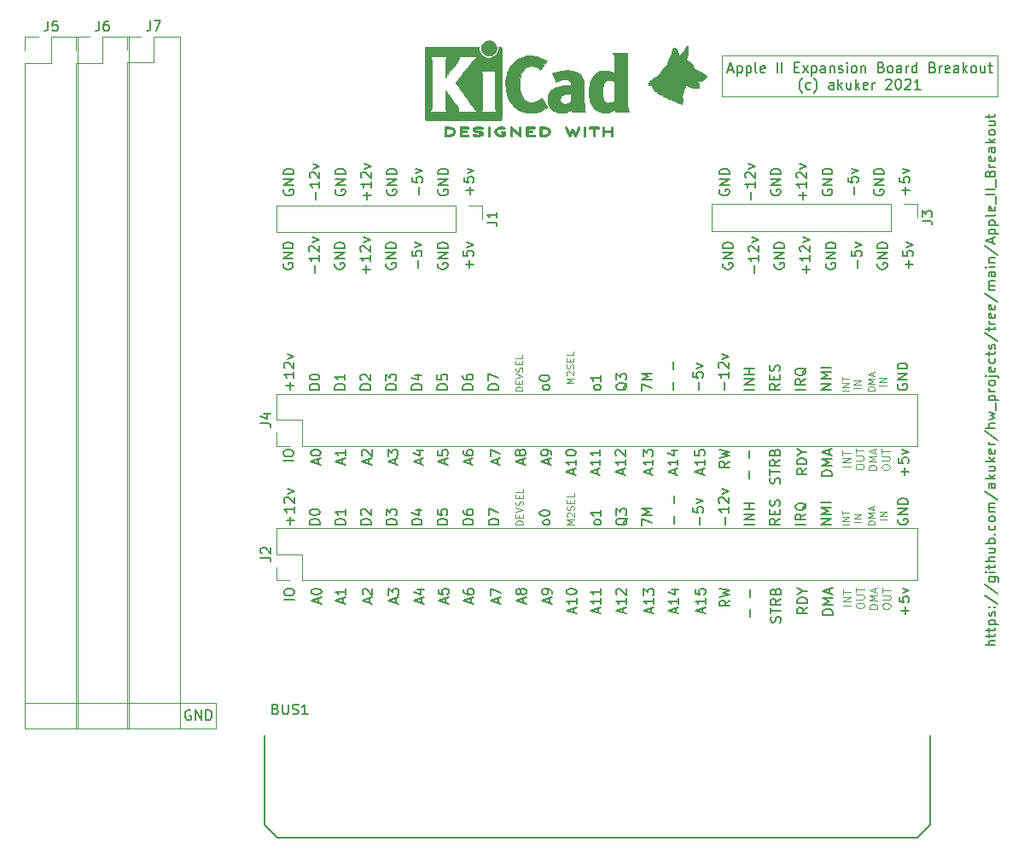
<source format=gbr>
%TF.GenerationSoftware,KiCad,Pcbnew,(5.1.7-0-10_14)*%
%TF.CreationDate,2021-03-20T21:17:23-05:00*%
%TF.ProjectId,Apple_II_Breakout,4170706c-655f-4494-995f-427265616b6f,rev?*%
%TF.SameCoordinates,Original*%
%TF.FileFunction,Legend,Top*%
%TF.FilePolarity,Positive*%
%FSLAX46Y46*%
G04 Gerber Fmt 4.6, Leading zero omitted, Abs format (unit mm)*
G04 Created by KiCad (PCBNEW (5.1.7-0-10_14)) date 2021-03-20 21:17:23*
%MOMM*%
%LPD*%
G01*
G04 APERTURE LIST*
%ADD10C,0.150000*%
%ADD11C,0.100000*%
%ADD12C,0.120000*%
%ADD13C,0.010000*%
G04 APERTURE END LIST*
D10*
X183132361Y-105238204D02*
X183179980Y-105095347D01*
X183179980Y-104857252D01*
X183132361Y-104762014D01*
X183084742Y-104714395D01*
X182989504Y-104666776D01*
X182894266Y-104666776D01*
X182799028Y-104714395D01*
X182751409Y-104762014D01*
X182703790Y-104857252D01*
X182656171Y-105047728D01*
X182608552Y-105142966D01*
X182560933Y-105190585D01*
X182465695Y-105238204D01*
X182370457Y-105238204D01*
X182275219Y-105190585D01*
X182227600Y-105142966D01*
X182179980Y-105047728D01*
X182179980Y-104809633D01*
X182227600Y-104666776D01*
X182179980Y-104381061D02*
X182179980Y-103809633D01*
X183179980Y-104095347D02*
X182179980Y-104095347D01*
X183179980Y-102904871D02*
X182703790Y-103238204D01*
X183179980Y-103476299D02*
X182179980Y-103476299D01*
X182179980Y-103095347D01*
X182227600Y-103000109D01*
X182275219Y-102952490D01*
X182370457Y-102904871D01*
X182513314Y-102904871D01*
X182608552Y-102952490D01*
X182656171Y-103000109D01*
X182703790Y-103095347D01*
X182703790Y-103476299D01*
X182656171Y-102142966D02*
X182703790Y-102000109D01*
X182751409Y-101952490D01*
X182846647Y-101904871D01*
X182989504Y-101904871D01*
X183084742Y-101952490D01*
X183132361Y-102000109D01*
X183179980Y-102095347D01*
X183179980Y-102476299D01*
X182179980Y-102476299D01*
X182179980Y-102142966D01*
X182227600Y-102047728D01*
X182275219Y-102000109D01*
X182370457Y-101952490D01*
X182465695Y-101952490D01*
X182560933Y-102000109D01*
X182608552Y-102047728D01*
X182656171Y-102142966D01*
X182656171Y-102476299D01*
X165063466Y-104285824D02*
X165063466Y-103809633D01*
X165349180Y-104381062D02*
X164349180Y-104047728D01*
X165349180Y-103714395D01*
X165349180Y-102857252D02*
X165349180Y-103428681D01*
X165349180Y-103142967D02*
X164349180Y-103142967D01*
X164492038Y-103238205D01*
X164587276Y-103333443D01*
X164634895Y-103428681D01*
X165349180Y-101904871D02*
X165349180Y-102476300D01*
X165349180Y-102190586D02*
X164349180Y-102190586D01*
X164492038Y-102285824D01*
X164587276Y-102381062D01*
X164634895Y-102476300D01*
X178138080Y-103047728D02*
X177661890Y-103381062D01*
X178138080Y-103619157D02*
X177138080Y-103619157D01*
X177138080Y-103238204D01*
X177185700Y-103142966D01*
X177233319Y-103095347D01*
X177328557Y-103047728D01*
X177471414Y-103047728D01*
X177566652Y-103095347D01*
X177614271Y-103142966D01*
X177661890Y-103238204D01*
X177661890Y-103619157D01*
X177138080Y-102714395D02*
X178138080Y-102476300D01*
X177423795Y-102285824D01*
X178138080Y-102095347D01*
X177138080Y-101857252D01*
X167552666Y-104285824D02*
X167552666Y-103809633D01*
X167838380Y-104381062D02*
X166838380Y-104047728D01*
X167838380Y-103714395D01*
X167838380Y-102857252D02*
X167838380Y-103428681D01*
X167838380Y-103142967D02*
X166838380Y-103142967D01*
X166981238Y-103238205D01*
X167076476Y-103333443D01*
X167124095Y-103428681D01*
X166933619Y-102476300D02*
X166886000Y-102428681D01*
X166838380Y-102333443D01*
X166838380Y-102095348D01*
X166886000Y-102000109D01*
X166933619Y-101952490D01*
X167028857Y-101904871D01*
X167124095Y-101904871D01*
X167266952Y-101952490D01*
X167838380Y-102523919D01*
X167838380Y-101904871D01*
X175426666Y-104285824D02*
X175426666Y-103809633D01*
X175712380Y-104381062D02*
X174712380Y-104047728D01*
X175712380Y-103714395D01*
X175712380Y-102857252D02*
X175712380Y-103428681D01*
X175712380Y-103142967D02*
X174712380Y-103142967D01*
X174855238Y-103238205D01*
X174950476Y-103333443D01*
X174998095Y-103428681D01*
X174712380Y-101952490D02*
X174712380Y-102428681D01*
X175188571Y-102476300D01*
X175140952Y-102428681D01*
X175093333Y-102333443D01*
X175093333Y-102095348D01*
X175140952Y-102000109D01*
X175188571Y-101952490D01*
X175283809Y-101904871D01*
X175521904Y-101904871D01*
X175617142Y-101952490D01*
X175664761Y-102000109D01*
X175712380Y-102095348D01*
X175712380Y-102333443D01*
X175664761Y-102428681D01*
X175617142Y-102476300D01*
X162650466Y-104285824D02*
X162650466Y-103809633D01*
X162936180Y-104381062D02*
X161936180Y-104047728D01*
X162936180Y-103714395D01*
X162936180Y-102857252D02*
X162936180Y-103428681D01*
X162936180Y-103142967D02*
X161936180Y-103142967D01*
X162079038Y-103238205D01*
X162174276Y-103333443D01*
X162221895Y-103428681D01*
X161936180Y-102238205D02*
X161936180Y-102142967D01*
X161983800Y-102047728D01*
X162031419Y-102000109D01*
X162126657Y-101952490D01*
X162317133Y-101904871D01*
X162555228Y-101904871D01*
X162745704Y-101952490D01*
X162840942Y-102000109D01*
X162888561Y-102047728D01*
X162936180Y-102142967D01*
X162936180Y-102238205D01*
X162888561Y-102333443D01*
X162840942Y-102381062D01*
X162745704Y-102428681D01*
X162555228Y-102476300D01*
X162317133Y-102476300D01*
X162126657Y-102428681D01*
X162031419Y-102381062D01*
X161983800Y-102333443D01*
X161936180Y-102238205D01*
D11*
X192777304Y-103898918D02*
X191977304Y-103898918D01*
X191977304Y-103708442D01*
X192015400Y-103594156D01*
X192091590Y-103517966D01*
X192167780Y-103479871D01*
X192320161Y-103441775D01*
X192434447Y-103441775D01*
X192586828Y-103479871D01*
X192663019Y-103517966D01*
X192739209Y-103594156D01*
X192777304Y-103708442D01*
X192777304Y-103898918D01*
X192777304Y-103098918D02*
X191977304Y-103098918D01*
X192548733Y-102832252D01*
X191977304Y-102565585D01*
X192777304Y-102565585D01*
X192548733Y-102222728D02*
X192548733Y-101841775D01*
X192777304Y-102298918D02*
X191977304Y-102032252D01*
X192777304Y-101765585D01*
X193277304Y-103689395D02*
X193277304Y-103537014D01*
X193315400Y-103460823D01*
X193391590Y-103384633D01*
X193543971Y-103346537D01*
X193810638Y-103346537D01*
X193963019Y-103384633D01*
X194039209Y-103460823D01*
X194077304Y-103537014D01*
X194077304Y-103689395D01*
X194039209Y-103765585D01*
X193963019Y-103841775D01*
X193810638Y-103879871D01*
X193543971Y-103879871D01*
X193391590Y-103841775D01*
X193315400Y-103765585D01*
X193277304Y-103689395D01*
X193277304Y-103003680D02*
X193924923Y-103003680D01*
X194001114Y-102965585D01*
X194039209Y-102927490D01*
X194077304Y-102851299D01*
X194077304Y-102698918D01*
X194039209Y-102622728D01*
X194001114Y-102584633D01*
X193924923Y-102546537D01*
X193277304Y-102546537D01*
X193277304Y-102279871D02*
X193277304Y-101822728D01*
X194077304Y-102051299D02*
X193277304Y-102051299D01*
D10*
X180157428Y-104714395D02*
X180157428Y-103952490D01*
X180157428Y-102714395D02*
X180157428Y-101952490D01*
X139752366Y-103333442D02*
X139752366Y-102857252D01*
X140038080Y-103428680D02*
X139038080Y-103095347D01*
X140038080Y-102762014D01*
X140038080Y-101904871D02*
X140038080Y-102476299D01*
X140038080Y-102190585D02*
X139038080Y-102190585D01*
X139180938Y-102285823D01*
X139276176Y-102381061D01*
X139323795Y-102476299D01*
D11*
X190173804Y-103556061D02*
X189373804Y-103556061D01*
X190173804Y-103175109D02*
X189373804Y-103175109D01*
X190173804Y-102717966D01*
X189373804Y-102717966D01*
X189373804Y-102451299D02*
X189373804Y-101994156D01*
X190173804Y-102222728D02*
X189373804Y-102222728D01*
X190673804Y-103632252D02*
X190673804Y-103479871D01*
X190711900Y-103403680D01*
X190788090Y-103327490D01*
X190940471Y-103289394D01*
X191207138Y-103289394D01*
X191359519Y-103327490D01*
X191435709Y-103403680D01*
X191473804Y-103479871D01*
X191473804Y-103632252D01*
X191435709Y-103708442D01*
X191359519Y-103784632D01*
X191207138Y-103822728D01*
X190940471Y-103822728D01*
X190788090Y-103784632D01*
X190711900Y-103708442D01*
X190673804Y-103632252D01*
X190673804Y-102946537D02*
X191321423Y-102946537D01*
X191397614Y-102908442D01*
X191435709Y-102870347D01*
X191473804Y-102794156D01*
X191473804Y-102641775D01*
X191435709Y-102565585D01*
X191397614Y-102527490D01*
X191321423Y-102489394D01*
X190673804Y-102489394D01*
X190673804Y-102222728D02*
X190673804Y-101765585D01*
X191473804Y-101994156D02*
X190673804Y-101994156D01*
D10*
X185834280Y-103762014D02*
X185358090Y-104095347D01*
X185834280Y-104333443D02*
X184834280Y-104333443D01*
X184834280Y-103952490D01*
X184881900Y-103857252D01*
X184929519Y-103809633D01*
X185024757Y-103762014D01*
X185167614Y-103762014D01*
X185262852Y-103809633D01*
X185310471Y-103857252D01*
X185358090Y-103952490D01*
X185358090Y-104333443D01*
X185834280Y-103333443D02*
X184834280Y-103333443D01*
X184834280Y-103095347D01*
X184881900Y-102952490D01*
X184977138Y-102857252D01*
X185072376Y-102809633D01*
X185262852Y-102762014D01*
X185405709Y-102762014D01*
X185596185Y-102809633D01*
X185691423Y-102857252D01*
X185786661Y-102952490D01*
X185834280Y-103095347D01*
X185834280Y-103333443D01*
X185358090Y-102142967D02*
X185834280Y-102142967D01*
X184834280Y-102476300D02*
X185358090Y-102142967D01*
X184834280Y-101809633D01*
X195549828Y-104428681D02*
X195549828Y-103666776D01*
X195930780Y-104047728D02*
X195168876Y-104047728D01*
X194930780Y-102714395D02*
X194930780Y-103190586D01*
X195406971Y-103238205D01*
X195359352Y-103190586D01*
X195311733Y-103095347D01*
X195311733Y-102857252D01*
X195359352Y-102762014D01*
X195406971Y-102714395D01*
X195502209Y-102666776D01*
X195740304Y-102666776D01*
X195835542Y-102714395D01*
X195883161Y-102762014D01*
X195930780Y-102857252D01*
X195930780Y-103095347D01*
X195883161Y-103190586D01*
X195835542Y-103238205D01*
X195264114Y-102333443D02*
X195930780Y-102095347D01*
X195264114Y-101857252D01*
X144984766Y-103333442D02*
X144984766Y-102857252D01*
X145270480Y-103428680D02*
X144270480Y-103095347D01*
X145270480Y-102762014D01*
X144270480Y-102523918D02*
X144270480Y-101904871D01*
X144651433Y-102238204D01*
X144651433Y-102095347D01*
X144699052Y-102000109D01*
X144746671Y-101952490D01*
X144841909Y-101904871D01*
X145080004Y-101904871D01*
X145175242Y-101952490D01*
X145222861Y-102000109D01*
X145270480Y-102095347D01*
X145270480Y-102381061D01*
X145222861Y-102476299D01*
X145175242Y-102523918D01*
X142381266Y-103333442D02*
X142381266Y-102857252D01*
X142666980Y-103428680D02*
X141666980Y-103095347D01*
X142666980Y-102762014D01*
X141762219Y-102476299D02*
X141714600Y-102428680D01*
X141666980Y-102333442D01*
X141666980Y-102095347D01*
X141714600Y-102000109D01*
X141762219Y-101952490D01*
X141857457Y-101904871D01*
X141952695Y-101904871D01*
X142095552Y-101952490D01*
X142666980Y-102523918D01*
X142666980Y-101904871D01*
X147524766Y-103333442D02*
X147524766Y-102857252D01*
X147810480Y-103428680D02*
X146810480Y-103095347D01*
X147810480Y-102762014D01*
X147143814Y-102000109D02*
X147810480Y-102000109D01*
X146762861Y-102238204D02*
X147477147Y-102476299D01*
X147477147Y-101857252D01*
X149937766Y-103333442D02*
X149937766Y-102857252D01*
X150223480Y-103428680D02*
X149223480Y-103095347D01*
X150223480Y-102762014D01*
X149223480Y-101952490D02*
X149223480Y-102428680D01*
X149699671Y-102476299D01*
X149652052Y-102428680D01*
X149604433Y-102333442D01*
X149604433Y-102095347D01*
X149652052Y-102000109D01*
X149699671Y-101952490D01*
X149794909Y-101904871D01*
X150033004Y-101904871D01*
X150128242Y-101952490D01*
X150175861Y-102000109D01*
X150223480Y-102095347D01*
X150223480Y-102333442D01*
X150175861Y-102428680D01*
X150128242Y-102476299D01*
X155144766Y-103333442D02*
X155144766Y-102857252D01*
X155430480Y-103428680D02*
X154430480Y-103095347D01*
X155430480Y-102762014D01*
X154430480Y-102523918D02*
X154430480Y-101857252D01*
X155430480Y-102285823D01*
X188336180Y-104476299D02*
X187336180Y-104476299D01*
X187336180Y-104238204D01*
X187383800Y-104095347D01*
X187479038Y-104000109D01*
X187574276Y-103952490D01*
X187764752Y-103904871D01*
X187907609Y-103904871D01*
X188098085Y-103952490D01*
X188193323Y-104000109D01*
X188288561Y-104095347D01*
X188336180Y-104238204D01*
X188336180Y-104476299D01*
X188336180Y-103476299D02*
X187336180Y-103476299D01*
X188050466Y-103142966D01*
X187336180Y-102809633D01*
X188336180Y-102809633D01*
X188050466Y-102381061D02*
X188050466Y-101904871D01*
X188336180Y-102476299D02*
X187336180Y-102142966D01*
X188336180Y-101809633D01*
X134907280Y-103000109D02*
X133907280Y-103000109D01*
X133907280Y-102333442D02*
X133907280Y-102142966D01*
X133954900Y-102047728D01*
X134050138Y-101952490D01*
X134240614Y-101904871D01*
X134573947Y-101904871D01*
X134764423Y-101952490D01*
X134859661Y-102047728D01*
X134907280Y-102142966D01*
X134907280Y-102333442D01*
X134859661Y-102428680D01*
X134764423Y-102523919D01*
X134573947Y-102571538D01*
X134240614Y-102571538D01*
X134050138Y-102523919D01*
X133954900Y-102428680D01*
X133907280Y-102333442D01*
X170308566Y-104285824D02*
X170308566Y-103809633D01*
X170594280Y-104381062D02*
X169594280Y-104047728D01*
X170594280Y-103714395D01*
X170594280Y-102857252D02*
X170594280Y-103428681D01*
X170594280Y-103142967D02*
X169594280Y-103142967D01*
X169737138Y-103238205D01*
X169832376Y-103333443D01*
X169879995Y-103428681D01*
X169594280Y-102523919D02*
X169594280Y-101904871D01*
X169975233Y-102238205D01*
X169975233Y-102095348D01*
X170022852Y-102000109D01*
X170070471Y-101952490D01*
X170165709Y-101904871D01*
X170403804Y-101904871D01*
X170499042Y-101952490D01*
X170546661Y-102000109D01*
X170594280Y-102095348D01*
X170594280Y-102381062D01*
X170546661Y-102476300D01*
X170499042Y-102523919D01*
X172759666Y-104285824D02*
X172759666Y-103809633D01*
X173045380Y-104381062D02*
X172045380Y-104047728D01*
X173045380Y-103714395D01*
X173045380Y-102857252D02*
X173045380Y-103428681D01*
X173045380Y-103142967D02*
X172045380Y-103142967D01*
X172188238Y-103238205D01*
X172283476Y-103333443D01*
X172331095Y-103428681D01*
X172378714Y-102000109D02*
X173045380Y-102000109D01*
X171997761Y-102238205D02*
X172712047Y-102476300D01*
X172712047Y-101857252D01*
X160212066Y-103333442D02*
X160212066Y-102857252D01*
X160497780Y-103428680D02*
X159497780Y-103095347D01*
X160497780Y-102762014D01*
X160497780Y-102381061D02*
X160497780Y-102190585D01*
X160450161Y-102095347D01*
X160402542Y-102047728D01*
X160259685Y-101952490D01*
X160069209Y-101904871D01*
X159688257Y-101904871D01*
X159593019Y-101952490D01*
X159545400Y-102000109D01*
X159497780Y-102095347D01*
X159497780Y-102285823D01*
X159545400Y-102381061D01*
X159593019Y-102428680D01*
X159688257Y-102476299D01*
X159926352Y-102476299D01*
X160021590Y-102428680D01*
X160069209Y-102381061D01*
X160116828Y-102285823D01*
X160116828Y-102095347D01*
X160069209Y-102000109D01*
X160021590Y-101952490D01*
X159926352Y-101904871D01*
X137326666Y-103333442D02*
X137326666Y-102857252D01*
X137612380Y-103428680D02*
X136612380Y-103095347D01*
X137612380Y-102762014D01*
X136612380Y-102238204D02*
X136612380Y-102142966D01*
X136660000Y-102047728D01*
X136707619Y-102000109D01*
X136802857Y-101952490D01*
X136993333Y-101904871D01*
X137231428Y-101904871D01*
X137421904Y-101952490D01*
X137517142Y-102000109D01*
X137564761Y-102047728D01*
X137612380Y-102142966D01*
X137612380Y-102238204D01*
X137564761Y-102333442D01*
X137517142Y-102381061D01*
X137421904Y-102428680D01*
X137231428Y-102476299D01*
X136993333Y-102476299D01*
X136802857Y-102428680D01*
X136707619Y-102381061D01*
X136660000Y-102333442D01*
X136612380Y-102238204D01*
X152439666Y-103333442D02*
X152439666Y-102857252D01*
X152725380Y-103428680D02*
X151725380Y-103095347D01*
X152725380Y-102762014D01*
X151725380Y-102000109D02*
X151725380Y-102190585D01*
X151773000Y-102285823D01*
X151820619Y-102333442D01*
X151963476Y-102428680D01*
X152153952Y-102476299D01*
X152534904Y-102476299D01*
X152630142Y-102428680D01*
X152677761Y-102381061D01*
X152725380Y-102285823D01*
X152725380Y-102095347D01*
X152677761Y-102000109D01*
X152630142Y-101952490D01*
X152534904Y-101904871D01*
X152296809Y-101904871D01*
X152201571Y-101952490D01*
X152153952Y-102000109D01*
X152106333Y-102095347D01*
X152106333Y-102285823D01*
X152153952Y-102381061D01*
X152201571Y-102428680D01*
X152296809Y-102476299D01*
X157646666Y-103333442D02*
X157646666Y-102857252D01*
X157932380Y-103428680D02*
X156932380Y-103095347D01*
X157932380Y-102762014D01*
X157360952Y-102285823D02*
X157313333Y-102381061D01*
X157265714Y-102428680D01*
X157170476Y-102476299D01*
X157122857Y-102476299D01*
X157027619Y-102428680D01*
X156980000Y-102381061D01*
X156932380Y-102285823D01*
X156932380Y-102095347D01*
X156980000Y-102000109D01*
X157027619Y-101952490D01*
X157122857Y-101904871D01*
X157170476Y-101904871D01*
X157265714Y-101952490D01*
X157313333Y-102000109D01*
X157360952Y-102095347D01*
X157360952Y-102285823D01*
X157408571Y-102381061D01*
X157456190Y-102428680D01*
X157551428Y-102476299D01*
X157741904Y-102476299D01*
X157837142Y-102428680D01*
X157884761Y-102381061D01*
X157932380Y-102285823D01*
X157932380Y-102095347D01*
X157884761Y-102000109D01*
X157837142Y-101952490D01*
X157741904Y-101904871D01*
X157551428Y-101904871D01*
X157456190Y-101952490D01*
X157408571Y-102000109D01*
X157360952Y-102095347D01*
X195486328Y-90636481D02*
X195486328Y-89874576D01*
X195867280Y-90255528D02*
X195105376Y-90255528D01*
X194867280Y-88922195D02*
X194867280Y-89398386D01*
X195343471Y-89446005D01*
X195295852Y-89398386D01*
X195248233Y-89303147D01*
X195248233Y-89065052D01*
X195295852Y-88969814D01*
X195343471Y-88922195D01*
X195438709Y-88874576D01*
X195676804Y-88874576D01*
X195772042Y-88922195D01*
X195819661Y-88969814D01*
X195867280Y-89065052D01*
X195867280Y-89303147D01*
X195819661Y-89398386D01*
X195772042Y-89446005D01*
X195200614Y-88541243D02*
X195867280Y-88303147D01*
X195200614Y-88065052D01*
D11*
X192713804Y-90106718D02*
X191913804Y-90106718D01*
X191913804Y-89916242D01*
X191951900Y-89801956D01*
X192028090Y-89725766D01*
X192104280Y-89687671D01*
X192256661Y-89649575D01*
X192370947Y-89649575D01*
X192523328Y-89687671D01*
X192599519Y-89725766D01*
X192675709Y-89801956D01*
X192713804Y-89916242D01*
X192713804Y-90106718D01*
X192713804Y-89306718D02*
X191913804Y-89306718D01*
X192485233Y-89040052D01*
X191913804Y-88773385D01*
X192713804Y-88773385D01*
X192485233Y-88430528D02*
X192485233Y-88049575D01*
X192713804Y-88506718D02*
X191913804Y-88240052D01*
X192713804Y-87973385D01*
X193213804Y-89897195D02*
X193213804Y-89744814D01*
X193251900Y-89668623D01*
X193328090Y-89592433D01*
X193480471Y-89554337D01*
X193747138Y-89554337D01*
X193899519Y-89592433D01*
X193975709Y-89668623D01*
X194013804Y-89744814D01*
X194013804Y-89897195D01*
X193975709Y-89973385D01*
X193899519Y-90049575D01*
X193747138Y-90087671D01*
X193480471Y-90087671D01*
X193328090Y-90049575D01*
X193251900Y-89973385D01*
X193213804Y-89897195D01*
X193213804Y-89211480D02*
X193861423Y-89211480D01*
X193937614Y-89173385D01*
X193975709Y-89135290D01*
X194013804Y-89059099D01*
X194013804Y-88906718D01*
X193975709Y-88830528D01*
X193937614Y-88792433D01*
X193861423Y-88754337D01*
X193213804Y-88754337D01*
X193213804Y-88487671D02*
X193213804Y-88030528D01*
X194013804Y-88259099D02*
X193213804Y-88259099D01*
X190110304Y-89763861D02*
X189310304Y-89763861D01*
X190110304Y-89382909D02*
X189310304Y-89382909D01*
X190110304Y-88925766D01*
X189310304Y-88925766D01*
X189310304Y-88659099D02*
X189310304Y-88201956D01*
X190110304Y-88430528D02*
X189310304Y-88430528D01*
X190610304Y-89840052D02*
X190610304Y-89687671D01*
X190648400Y-89611480D01*
X190724590Y-89535290D01*
X190876971Y-89497194D01*
X191143638Y-89497194D01*
X191296019Y-89535290D01*
X191372209Y-89611480D01*
X191410304Y-89687671D01*
X191410304Y-89840052D01*
X191372209Y-89916242D01*
X191296019Y-89992432D01*
X191143638Y-90030528D01*
X190876971Y-90030528D01*
X190724590Y-89992432D01*
X190648400Y-89916242D01*
X190610304Y-89840052D01*
X190610304Y-89154337D02*
X191257923Y-89154337D01*
X191334114Y-89116242D01*
X191372209Y-89078147D01*
X191410304Y-89001956D01*
X191410304Y-88849575D01*
X191372209Y-88773385D01*
X191334114Y-88735290D01*
X191257923Y-88697194D01*
X190610304Y-88697194D01*
X190610304Y-88430528D02*
X190610304Y-87973385D01*
X191410304Y-88201956D02*
X190610304Y-88201956D01*
D10*
X188272680Y-90684099D02*
X187272680Y-90684099D01*
X187272680Y-90446004D01*
X187320300Y-90303147D01*
X187415538Y-90207909D01*
X187510776Y-90160290D01*
X187701252Y-90112671D01*
X187844109Y-90112671D01*
X188034585Y-90160290D01*
X188129823Y-90207909D01*
X188225061Y-90303147D01*
X188272680Y-90446004D01*
X188272680Y-90684099D01*
X188272680Y-89684099D02*
X187272680Y-89684099D01*
X187986966Y-89350766D01*
X187272680Y-89017433D01*
X188272680Y-89017433D01*
X187986966Y-88588861D02*
X187986966Y-88112671D01*
X188272680Y-88684099D02*
X187272680Y-88350766D01*
X188272680Y-88017433D01*
X185770780Y-89969814D02*
X185294590Y-90303147D01*
X185770780Y-90541243D02*
X184770780Y-90541243D01*
X184770780Y-90160290D01*
X184818400Y-90065052D01*
X184866019Y-90017433D01*
X184961257Y-89969814D01*
X185104114Y-89969814D01*
X185199352Y-90017433D01*
X185246971Y-90065052D01*
X185294590Y-90160290D01*
X185294590Y-90541243D01*
X185770780Y-89541243D02*
X184770780Y-89541243D01*
X184770780Y-89303147D01*
X184818400Y-89160290D01*
X184913638Y-89065052D01*
X185008876Y-89017433D01*
X185199352Y-88969814D01*
X185342209Y-88969814D01*
X185532685Y-89017433D01*
X185627923Y-89065052D01*
X185723161Y-89160290D01*
X185770780Y-89303147D01*
X185770780Y-89541243D01*
X185294590Y-88350767D02*
X185770780Y-88350767D01*
X184770780Y-88684100D02*
X185294590Y-88350767D01*
X184770780Y-88017433D01*
X183068861Y-91446004D02*
X183116480Y-91303147D01*
X183116480Y-91065052D01*
X183068861Y-90969814D01*
X183021242Y-90922195D01*
X182926004Y-90874576D01*
X182830766Y-90874576D01*
X182735528Y-90922195D01*
X182687909Y-90969814D01*
X182640290Y-91065052D01*
X182592671Y-91255528D01*
X182545052Y-91350766D01*
X182497433Y-91398385D01*
X182402195Y-91446004D01*
X182306957Y-91446004D01*
X182211719Y-91398385D01*
X182164100Y-91350766D01*
X182116480Y-91255528D01*
X182116480Y-91017433D01*
X182164100Y-90874576D01*
X182116480Y-90588861D02*
X182116480Y-90017433D01*
X183116480Y-90303147D02*
X182116480Y-90303147D01*
X183116480Y-89112671D02*
X182640290Y-89446004D01*
X183116480Y-89684099D02*
X182116480Y-89684099D01*
X182116480Y-89303147D01*
X182164100Y-89207909D01*
X182211719Y-89160290D01*
X182306957Y-89112671D01*
X182449814Y-89112671D01*
X182545052Y-89160290D01*
X182592671Y-89207909D01*
X182640290Y-89303147D01*
X182640290Y-89684099D01*
X182592671Y-88350766D02*
X182640290Y-88207909D01*
X182687909Y-88160290D01*
X182783147Y-88112671D01*
X182926004Y-88112671D01*
X183021242Y-88160290D01*
X183068861Y-88207909D01*
X183116480Y-88303147D01*
X183116480Y-88684099D01*
X182116480Y-88684099D01*
X182116480Y-88350766D01*
X182164100Y-88255528D01*
X182211719Y-88207909D01*
X182306957Y-88160290D01*
X182402195Y-88160290D01*
X182497433Y-88207909D01*
X182545052Y-88255528D01*
X182592671Y-88350766D01*
X182592671Y-88684099D01*
X180093928Y-90922195D02*
X180093928Y-90160290D01*
X180093928Y-88922195D02*
X180093928Y-88160290D01*
X178074580Y-89255528D02*
X177598390Y-89588862D01*
X178074580Y-89826957D02*
X177074580Y-89826957D01*
X177074580Y-89446004D01*
X177122200Y-89350766D01*
X177169819Y-89303147D01*
X177265057Y-89255528D01*
X177407914Y-89255528D01*
X177503152Y-89303147D01*
X177550771Y-89350766D01*
X177598390Y-89446004D01*
X177598390Y-89826957D01*
X177074580Y-88922195D02*
X178074580Y-88684100D01*
X177360295Y-88493624D01*
X178074580Y-88303147D01*
X177074580Y-88065052D01*
X175363166Y-90493624D02*
X175363166Y-90017433D01*
X175648880Y-90588862D02*
X174648880Y-90255528D01*
X175648880Y-89922195D01*
X175648880Y-89065052D02*
X175648880Y-89636481D01*
X175648880Y-89350767D02*
X174648880Y-89350767D01*
X174791738Y-89446005D01*
X174886976Y-89541243D01*
X174934595Y-89636481D01*
X174648880Y-88160290D02*
X174648880Y-88636481D01*
X175125071Y-88684100D01*
X175077452Y-88636481D01*
X175029833Y-88541243D01*
X175029833Y-88303148D01*
X175077452Y-88207909D01*
X175125071Y-88160290D01*
X175220309Y-88112671D01*
X175458404Y-88112671D01*
X175553642Y-88160290D01*
X175601261Y-88207909D01*
X175648880Y-88303148D01*
X175648880Y-88541243D01*
X175601261Y-88636481D01*
X175553642Y-88684100D01*
X172696166Y-90493624D02*
X172696166Y-90017433D01*
X172981880Y-90588862D02*
X171981880Y-90255528D01*
X172981880Y-89922195D01*
X172981880Y-89065052D02*
X172981880Y-89636481D01*
X172981880Y-89350767D02*
X171981880Y-89350767D01*
X172124738Y-89446005D01*
X172219976Y-89541243D01*
X172267595Y-89636481D01*
X172315214Y-88207909D02*
X172981880Y-88207909D01*
X171934261Y-88446005D02*
X172648547Y-88684100D01*
X172648547Y-88065052D01*
X170245066Y-90493624D02*
X170245066Y-90017433D01*
X170530780Y-90588862D02*
X169530780Y-90255528D01*
X170530780Y-89922195D01*
X170530780Y-89065052D02*
X170530780Y-89636481D01*
X170530780Y-89350767D02*
X169530780Y-89350767D01*
X169673638Y-89446005D01*
X169768876Y-89541243D01*
X169816495Y-89636481D01*
X169530780Y-88731719D02*
X169530780Y-88112671D01*
X169911733Y-88446005D01*
X169911733Y-88303148D01*
X169959352Y-88207909D01*
X170006971Y-88160290D01*
X170102209Y-88112671D01*
X170340304Y-88112671D01*
X170435542Y-88160290D01*
X170483161Y-88207909D01*
X170530780Y-88303148D01*
X170530780Y-88588862D01*
X170483161Y-88684100D01*
X170435542Y-88731719D01*
X167489166Y-90493624D02*
X167489166Y-90017433D01*
X167774880Y-90588862D02*
X166774880Y-90255528D01*
X167774880Y-89922195D01*
X167774880Y-89065052D02*
X167774880Y-89636481D01*
X167774880Y-89350767D02*
X166774880Y-89350767D01*
X166917738Y-89446005D01*
X167012976Y-89541243D01*
X167060595Y-89636481D01*
X166870119Y-88684100D02*
X166822500Y-88636481D01*
X166774880Y-88541243D01*
X166774880Y-88303148D01*
X166822500Y-88207909D01*
X166870119Y-88160290D01*
X166965357Y-88112671D01*
X167060595Y-88112671D01*
X167203452Y-88160290D01*
X167774880Y-88731719D01*
X167774880Y-88112671D01*
X164999966Y-90493624D02*
X164999966Y-90017433D01*
X165285680Y-90588862D02*
X164285680Y-90255528D01*
X165285680Y-89922195D01*
X165285680Y-89065052D02*
X165285680Y-89636481D01*
X165285680Y-89350767D02*
X164285680Y-89350767D01*
X164428538Y-89446005D01*
X164523776Y-89541243D01*
X164571395Y-89636481D01*
X165285680Y-88112671D02*
X165285680Y-88684100D01*
X165285680Y-88398386D02*
X164285680Y-88398386D01*
X164428538Y-88493624D01*
X164523776Y-88588862D01*
X164571395Y-88684100D01*
X162586966Y-90493624D02*
X162586966Y-90017433D01*
X162872680Y-90588862D02*
X161872680Y-90255528D01*
X162872680Y-89922195D01*
X162872680Y-89065052D02*
X162872680Y-89636481D01*
X162872680Y-89350767D02*
X161872680Y-89350767D01*
X162015538Y-89446005D01*
X162110776Y-89541243D01*
X162158395Y-89636481D01*
X161872680Y-88446005D02*
X161872680Y-88350767D01*
X161920300Y-88255528D01*
X161967919Y-88207909D01*
X162063157Y-88160290D01*
X162253633Y-88112671D01*
X162491728Y-88112671D01*
X162682204Y-88160290D01*
X162777442Y-88207909D01*
X162825061Y-88255528D01*
X162872680Y-88350767D01*
X162872680Y-88446005D01*
X162825061Y-88541243D01*
X162777442Y-88588862D01*
X162682204Y-88636481D01*
X162491728Y-88684100D01*
X162253633Y-88684100D01*
X162063157Y-88636481D01*
X161967919Y-88588862D01*
X161920300Y-88541243D01*
X161872680Y-88446005D01*
X160148566Y-89541242D02*
X160148566Y-89065052D01*
X160434280Y-89636480D02*
X159434280Y-89303147D01*
X160434280Y-88969814D01*
X160434280Y-88588861D02*
X160434280Y-88398385D01*
X160386661Y-88303147D01*
X160339042Y-88255528D01*
X160196185Y-88160290D01*
X160005709Y-88112671D01*
X159624757Y-88112671D01*
X159529519Y-88160290D01*
X159481900Y-88207909D01*
X159434280Y-88303147D01*
X159434280Y-88493623D01*
X159481900Y-88588861D01*
X159529519Y-88636480D01*
X159624757Y-88684099D01*
X159862852Y-88684099D01*
X159958090Y-88636480D01*
X160005709Y-88588861D01*
X160053328Y-88493623D01*
X160053328Y-88303147D01*
X160005709Y-88207909D01*
X159958090Y-88160290D01*
X159862852Y-88112671D01*
X157583166Y-89541242D02*
X157583166Y-89065052D01*
X157868880Y-89636480D02*
X156868880Y-89303147D01*
X157868880Y-88969814D01*
X157297452Y-88493623D02*
X157249833Y-88588861D01*
X157202214Y-88636480D01*
X157106976Y-88684099D01*
X157059357Y-88684099D01*
X156964119Y-88636480D01*
X156916500Y-88588861D01*
X156868880Y-88493623D01*
X156868880Y-88303147D01*
X156916500Y-88207909D01*
X156964119Y-88160290D01*
X157059357Y-88112671D01*
X157106976Y-88112671D01*
X157202214Y-88160290D01*
X157249833Y-88207909D01*
X157297452Y-88303147D01*
X157297452Y-88493623D01*
X157345071Y-88588861D01*
X157392690Y-88636480D01*
X157487928Y-88684099D01*
X157678404Y-88684099D01*
X157773642Y-88636480D01*
X157821261Y-88588861D01*
X157868880Y-88493623D01*
X157868880Y-88303147D01*
X157821261Y-88207909D01*
X157773642Y-88160290D01*
X157678404Y-88112671D01*
X157487928Y-88112671D01*
X157392690Y-88160290D01*
X157345071Y-88207909D01*
X157297452Y-88303147D01*
X155081266Y-89541242D02*
X155081266Y-89065052D01*
X155366980Y-89636480D02*
X154366980Y-89303147D01*
X155366980Y-88969814D01*
X154366980Y-88731718D02*
X154366980Y-88065052D01*
X155366980Y-88493623D01*
X152376166Y-89541242D02*
X152376166Y-89065052D01*
X152661880Y-89636480D02*
X151661880Y-89303147D01*
X152661880Y-88969814D01*
X151661880Y-88207909D02*
X151661880Y-88398385D01*
X151709500Y-88493623D01*
X151757119Y-88541242D01*
X151899976Y-88636480D01*
X152090452Y-88684099D01*
X152471404Y-88684099D01*
X152566642Y-88636480D01*
X152614261Y-88588861D01*
X152661880Y-88493623D01*
X152661880Y-88303147D01*
X152614261Y-88207909D01*
X152566642Y-88160290D01*
X152471404Y-88112671D01*
X152233309Y-88112671D01*
X152138071Y-88160290D01*
X152090452Y-88207909D01*
X152042833Y-88303147D01*
X152042833Y-88493623D01*
X152090452Y-88588861D01*
X152138071Y-88636480D01*
X152233309Y-88684099D01*
X149874266Y-89541242D02*
X149874266Y-89065052D01*
X150159980Y-89636480D02*
X149159980Y-89303147D01*
X150159980Y-88969814D01*
X149159980Y-88160290D02*
X149159980Y-88636480D01*
X149636171Y-88684099D01*
X149588552Y-88636480D01*
X149540933Y-88541242D01*
X149540933Y-88303147D01*
X149588552Y-88207909D01*
X149636171Y-88160290D01*
X149731409Y-88112671D01*
X149969504Y-88112671D01*
X150064742Y-88160290D01*
X150112361Y-88207909D01*
X150159980Y-88303147D01*
X150159980Y-88541242D01*
X150112361Y-88636480D01*
X150064742Y-88684099D01*
X147461266Y-89541242D02*
X147461266Y-89065052D01*
X147746980Y-89636480D02*
X146746980Y-89303147D01*
X147746980Y-88969814D01*
X147080314Y-88207909D02*
X147746980Y-88207909D01*
X146699361Y-88446004D02*
X147413647Y-88684099D01*
X147413647Y-88065052D01*
X144921266Y-89541242D02*
X144921266Y-89065052D01*
X145206980Y-89636480D02*
X144206980Y-89303147D01*
X145206980Y-88969814D01*
X144206980Y-88731718D02*
X144206980Y-88112671D01*
X144587933Y-88446004D01*
X144587933Y-88303147D01*
X144635552Y-88207909D01*
X144683171Y-88160290D01*
X144778409Y-88112671D01*
X145016504Y-88112671D01*
X145111742Y-88160290D01*
X145159361Y-88207909D01*
X145206980Y-88303147D01*
X145206980Y-88588861D01*
X145159361Y-88684099D01*
X145111742Y-88731718D01*
X142317766Y-89541242D02*
X142317766Y-89065052D01*
X142603480Y-89636480D02*
X141603480Y-89303147D01*
X142603480Y-88969814D01*
X141698719Y-88684099D02*
X141651100Y-88636480D01*
X141603480Y-88541242D01*
X141603480Y-88303147D01*
X141651100Y-88207909D01*
X141698719Y-88160290D01*
X141793957Y-88112671D01*
X141889195Y-88112671D01*
X142032052Y-88160290D01*
X142603480Y-88731718D01*
X142603480Y-88112671D01*
X139688866Y-89541242D02*
X139688866Y-89065052D01*
X139974580Y-89636480D02*
X138974580Y-89303147D01*
X139974580Y-88969814D01*
X139974580Y-88112671D02*
X139974580Y-88684099D01*
X139974580Y-88398385D02*
X138974580Y-88398385D01*
X139117438Y-88493623D01*
X139212676Y-88588861D01*
X139260295Y-88684099D01*
X137263166Y-89541242D02*
X137263166Y-89065052D01*
X137548880Y-89636480D02*
X136548880Y-89303147D01*
X137548880Y-88969814D01*
X136548880Y-88446004D02*
X136548880Y-88350766D01*
X136596500Y-88255528D01*
X136644119Y-88207909D01*
X136739357Y-88160290D01*
X136929833Y-88112671D01*
X137167928Y-88112671D01*
X137358404Y-88160290D01*
X137453642Y-88207909D01*
X137501261Y-88255528D01*
X137548880Y-88350766D01*
X137548880Y-88446004D01*
X137501261Y-88541242D01*
X137453642Y-88588861D01*
X137358404Y-88636480D01*
X137167928Y-88684099D01*
X136929833Y-88684099D01*
X136739357Y-88636480D01*
X136644119Y-88588861D01*
X136596500Y-88541242D01*
X136548880Y-88446004D01*
X134843780Y-89207909D02*
X133843780Y-89207909D01*
X133843780Y-88541242D02*
X133843780Y-88350766D01*
X133891400Y-88255528D01*
X133986638Y-88160290D01*
X134177114Y-88112671D01*
X134510447Y-88112671D01*
X134700923Y-88160290D01*
X134796161Y-88255528D01*
X134843780Y-88350766D01*
X134843780Y-88541242D01*
X134796161Y-88636480D01*
X134700923Y-88731719D01*
X134510447Y-88779338D01*
X134177114Y-88779338D01*
X133986638Y-88731719D01*
X133891400Y-88636480D01*
X133843780Y-88541242D01*
X147591405Y-95529186D02*
X146591405Y-95529186D01*
X146591405Y-95291091D01*
X146639025Y-95148233D01*
X146734263Y-95052995D01*
X146829501Y-95005376D01*
X147019977Y-94957757D01*
X147162834Y-94957757D01*
X147353310Y-95005376D01*
X147448548Y-95052995D01*
X147543786Y-95148233D01*
X147591405Y-95291091D01*
X147591405Y-95529186D01*
X146924739Y-94100614D02*
X147591405Y-94100614D01*
X146543786Y-94338710D02*
X147258072Y-94576805D01*
X147258072Y-93957757D01*
X150128230Y-95529186D02*
X149128230Y-95529186D01*
X149128230Y-95291091D01*
X149175850Y-95148233D01*
X149271088Y-95052995D01*
X149366326Y-95005376D01*
X149556802Y-94957757D01*
X149699659Y-94957757D01*
X149890135Y-95005376D01*
X149985373Y-95052995D01*
X150080611Y-95148233D01*
X150128230Y-95291091D01*
X150128230Y-95529186D01*
X149128230Y-94052995D02*
X149128230Y-94529186D01*
X149604421Y-94576805D01*
X149556802Y-94529186D01*
X149509183Y-94433948D01*
X149509183Y-94195852D01*
X149556802Y-94100614D01*
X149604421Y-94052995D01*
X149699659Y-94005376D01*
X149937754Y-94005376D01*
X150032992Y-94052995D01*
X150080611Y-94100614D01*
X150128230Y-94195852D01*
X150128230Y-94433948D01*
X150080611Y-94529186D01*
X150032992Y-94576805D01*
X139980930Y-95529186D02*
X138980930Y-95529186D01*
X138980930Y-95291091D01*
X139028550Y-95148233D01*
X139123788Y-95052995D01*
X139219026Y-95005376D01*
X139409502Y-94957757D01*
X139552359Y-94957757D01*
X139742835Y-95005376D01*
X139838073Y-95052995D01*
X139933311Y-95148233D01*
X139980930Y-95291091D01*
X139980930Y-95529186D01*
X139980930Y-94005376D02*
X139980930Y-94576805D01*
X139980930Y-94291091D02*
X138980930Y-94291091D01*
X139123788Y-94386329D01*
X139219026Y-94481567D01*
X139266645Y-94576805D01*
X142517755Y-95529186D02*
X141517755Y-95529186D01*
X141517755Y-95291091D01*
X141565375Y-95148233D01*
X141660613Y-95052995D01*
X141755851Y-95005376D01*
X141946327Y-94957757D01*
X142089184Y-94957757D01*
X142279660Y-95005376D01*
X142374898Y-95052995D01*
X142470136Y-95148233D01*
X142517755Y-95291091D01*
X142517755Y-95529186D01*
X141612994Y-94576805D02*
X141565375Y-94529186D01*
X141517755Y-94433948D01*
X141517755Y-94195852D01*
X141565375Y-94100614D01*
X141612994Y-94052995D01*
X141708232Y-94005376D01*
X141803470Y-94005376D01*
X141946327Y-94052995D01*
X142517755Y-94624424D01*
X142517755Y-94005376D01*
X167981244Y-94862519D02*
X167933625Y-94957757D01*
X167838386Y-95052995D01*
X167695529Y-95195852D01*
X167647910Y-95291090D01*
X167647910Y-95386328D01*
X167886005Y-95338709D02*
X167838386Y-95433947D01*
X167743148Y-95529185D01*
X167552672Y-95576804D01*
X167219339Y-95576804D01*
X167028863Y-95529185D01*
X166933625Y-95433947D01*
X166886005Y-95338709D01*
X166886005Y-95148233D01*
X166933625Y-95052995D01*
X167028863Y-94957757D01*
X167219339Y-94910138D01*
X167552672Y-94910138D01*
X167743148Y-94957757D01*
X167838386Y-95052995D01*
X167886005Y-95148233D01*
X167886005Y-95338709D01*
X166886005Y-94576804D02*
X166886005Y-93957757D01*
X167266958Y-94291090D01*
X167266958Y-94148233D01*
X167314577Y-94052995D01*
X167362196Y-94005376D01*
X167457434Y-93957757D01*
X167695529Y-93957757D01*
X167790767Y-94005376D01*
X167838386Y-94052995D01*
X167886005Y-94148233D01*
X167886005Y-94433947D01*
X167838386Y-94529185D01*
X167790767Y-94576804D01*
X137444105Y-95529186D02*
X136444105Y-95529186D01*
X136444105Y-95291091D01*
X136491725Y-95148233D01*
X136586963Y-95052995D01*
X136682201Y-95005376D01*
X136872677Y-94957757D01*
X137015534Y-94957757D01*
X137206010Y-95005376D01*
X137301248Y-95052995D01*
X137396486Y-95148233D01*
X137444105Y-95291091D01*
X137444105Y-95529186D01*
X136444105Y-94338710D02*
X136444105Y-94243471D01*
X136491725Y-94148233D01*
X136539344Y-94100614D01*
X136634582Y-94052995D01*
X136825058Y-94005376D01*
X137063153Y-94005376D01*
X137253629Y-94052995D01*
X137348867Y-94100614D01*
X137396486Y-94148233D01*
X137444105Y-94243471D01*
X137444105Y-94338710D01*
X137396486Y-94433948D01*
X137348867Y-94481567D01*
X137253629Y-94529186D01*
X137063153Y-94576805D01*
X136825058Y-94576805D01*
X136634582Y-94529186D01*
X136539344Y-94481567D01*
X136491725Y-94433948D01*
X136444105Y-94338710D01*
X134526328Y-95529185D02*
X134526328Y-94767280D01*
X134907280Y-95148233D02*
X134145376Y-95148233D01*
X134907280Y-93767280D02*
X134907280Y-94338709D01*
X134907280Y-94052995D02*
X133907280Y-94052995D01*
X134050138Y-94148233D01*
X134145376Y-94243471D01*
X134192995Y-94338709D01*
X134002519Y-93386328D02*
X133954900Y-93338709D01*
X133907280Y-93243471D01*
X133907280Y-93005376D01*
X133954900Y-92910138D01*
X134002519Y-92862519D01*
X134097757Y-92814900D01*
X134192995Y-92814900D01*
X134335852Y-92862519D01*
X134907280Y-93433947D01*
X134907280Y-92814900D01*
X134240614Y-92481566D02*
X134907280Y-92243471D01*
X134240614Y-92005376D01*
X180570130Y-95529186D02*
X179570130Y-95529186D01*
X180570130Y-95052995D02*
X179570130Y-95052995D01*
X180570130Y-94481567D01*
X179570130Y-94481567D01*
X180570130Y-94005376D02*
X179570130Y-94005376D01*
X180046321Y-94005376D02*
X180046321Y-93433947D01*
X180570130Y-93433947D02*
X179570130Y-93433947D01*
X145054580Y-95529186D02*
X144054580Y-95529186D01*
X144054580Y-95291091D01*
X144102200Y-95148233D01*
X144197438Y-95052995D01*
X144292676Y-95005376D01*
X144483152Y-94957757D01*
X144626009Y-94957757D01*
X144816485Y-95005376D01*
X144911723Y-95052995D01*
X145006961Y-95148233D01*
X145054580Y-95291091D01*
X145054580Y-95529186D01*
X144054580Y-94624424D02*
X144054580Y-94005376D01*
X144435533Y-94338710D01*
X144435533Y-94195852D01*
X144483152Y-94100614D01*
X144530771Y-94052995D01*
X144626009Y-94005376D01*
X144864104Y-94005376D01*
X144959342Y-94052995D01*
X145006961Y-94100614D01*
X145054580Y-94195852D01*
X145054580Y-94481567D01*
X145006961Y-94576805D01*
X144959342Y-94624424D01*
X194838700Y-95005376D02*
X194791080Y-95100614D01*
X194791080Y-95243472D01*
X194838700Y-95386329D01*
X194933938Y-95481567D01*
X195029176Y-95529186D01*
X195219652Y-95576805D01*
X195362509Y-95576805D01*
X195552985Y-95529186D01*
X195648223Y-95481567D01*
X195743461Y-95386329D01*
X195791080Y-95243472D01*
X195791080Y-95148233D01*
X195743461Y-95005376D01*
X195695842Y-94957757D01*
X195362509Y-94957757D01*
X195362509Y-95148233D01*
X195791080Y-94529186D02*
X194791080Y-94529186D01*
X195791080Y-93957757D01*
X194791080Y-93957757D01*
X195791080Y-93481567D02*
X194791080Y-93481567D01*
X194791080Y-93243472D01*
X194838700Y-93100614D01*
X194933938Y-93005376D01*
X195029176Y-92957757D01*
X195219652Y-92910138D01*
X195362509Y-92910138D01*
X195552985Y-92957757D01*
X195648223Y-93005376D01*
X195743461Y-93100614D01*
X195791080Y-93243472D01*
X195791080Y-93481567D01*
D11*
X192543541Y-95524014D02*
X191843541Y-95524014D01*
X191843541Y-95357347D01*
X191876875Y-95257347D01*
X191943541Y-95190681D01*
X192010208Y-95157347D01*
X192143541Y-95124014D01*
X192243541Y-95124014D01*
X192376875Y-95157347D01*
X192443541Y-95190681D01*
X192510208Y-95257347D01*
X192543541Y-95357347D01*
X192543541Y-95524014D01*
X192543541Y-94824014D02*
X191843541Y-94824014D01*
X192343541Y-94590681D01*
X191843541Y-94357347D01*
X192543541Y-94357347D01*
X192343541Y-94057347D02*
X192343541Y-93724014D01*
X192543541Y-94124014D02*
X191843541Y-93890681D01*
X192543541Y-93657347D01*
X193693541Y-95007347D02*
X192993541Y-95007347D01*
X193693541Y-94674014D02*
X192993541Y-94674014D01*
X193693541Y-94274014D01*
X192993541Y-94274014D01*
X190006716Y-95524014D02*
X189306716Y-95524014D01*
X190006716Y-95190681D02*
X189306716Y-95190681D01*
X190006716Y-94790681D01*
X189306716Y-94790681D01*
X189306716Y-94557347D02*
X189306716Y-94157347D01*
X190006716Y-94357347D02*
X189306716Y-94357347D01*
X191156716Y-95257347D02*
X190456716Y-95257347D01*
X191156716Y-94924014D02*
X190456716Y-94924014D01*
X191156716Y-94524014D01*
X190456716Y-94524014D01*
D10*
X155201880Y-95529186D02*
X154201880Y-95529186D01*
X154201880Y-95291091D01*
X154249500Y-95148233D01*
X154344738Y-95052995D01*
X154439976Y-95005376D01*
X154630452Y-94957757D01*
X154773309Y-94957757D01*
X154963785Y-95005376D01*
X155059023Y-95052995D01*
X155154261Y-95148233D01*
X155201880Y-95291091D01*
X155201880Y-95529186D01*
X154201880Y-94624424D02*
X154201880Y-93957757D01*
X155201880Y-94386329D01*
X175115528Y-95529186D02*
X175115528Y-94767281D01*
X174496480Y-93814900D02*
X174496480Y-94291091D01*
X174972671Y-94338710D01*
X174925052Y-94291091D01*
X174877433Y-94195852D01*
X174877433Y-93957757D01*
X174925052Y-93862519D01*
X174972671Y-93814900D01*
X175067909Y-93767281D01*
X175306004Y-93767281D01*
X175401242Y-93814900D01*
X175448861Y-93862519D01*
X175496480Y-93957757D01*
X175496480Y-94195852D01*
X175448861Y-94291091D01*
X175401242Y-94338710D01*
X174829814Y-93433948D02*
X175496480Y-93195852D01*
X174829814Y-92957757D01*
X165349180Y-95386329D02*
X165301561Y-95481567D01*
X165253942Y-95529186D01*
X165158704Y-95576805D01*
X164872990Y-95576805D01*
X164777752Y-95529186D01*
X164730133Y-95481567D01*
X164682514Y-95386329D01*
X164682514Y-95243471D01*
X164730133Y-95148233D01*
X164777752Y-95100614D01*
X164872990Y-95052995D01*
X165158704Y-95052995D01*
X165253942Y-95100614D01*
X165301561Y-95148233D01*
X165349180Y-95243471D01*
X165349180Y-95386329D01*
X165349180Y-94100614D02*
X165349180Y-94672043D01*
X165349180Y-94386329D02*
X164349180Y-94386329D01*
X164492038Y-94481567D01*
X164587276Y-94576805D01*
X164634895Y-94672043D01*
X183106955Y-94957757D02*
X182630765Y-95291090D01*
X183106955Y-95529186D02*
X182106955Y-95529186D01*
X182106955Y-95148233D01*
X182154575Y-95052995D01*
X182202194Y-95005376D01*
X182297432Y-94957757D01*
X182440289Y-94957757D01*
X182535527Y-95005376D01*
X182583146Y-95052995D01*
X182630765Y-95148233D01*
X182630765Y-95529186D01*
X182583146Y-94529186D02*
X182583146Y-94195852D01*
X183106955Y-94052995D02*
X183106955Y-94529186D01*
X182106955Y-94529186D01*
X182106955Y-94052995D01*
X183059336Y-93672043D02*
X183106955Y-93529186D01*
X183106955Y-93291090D01*
X183059336Y-93195852D01*
X183011717Y-93148233D01*
X182916479Y-93100614D01*
X182821241Y-93100614D01*
X182726003Y-93148233D01*
X182678384Y-93195852D01*
X182630765Y-93291090D01*
X182583146Y-93481567D01*
X182535527Y-93576805D01*
X182487908Y-93624424D01*
X182392670Y-93672043D01*
X182297432Y-93672043D01*
X182202194Y-93624424D01*
X182154575Y-93576805D01*
X182106955Y-93481567D01*
X182106955Y-93243471D01*
X182154575Y-93100614D01*
D11*
X157602991Y-95524014D02*
X156902991Y-95524014D01*
X156902991Y-95357347D01*
X156936325Y-95257347D01*
X157002991Y-95190681D01*
X157069658Y-95157347D01*
X157202991Y-95124014D01*
X157302991Y-95124014D01*
X157436325Y-95157347D01*
X157502991Y-95190681D01*
X157569658Y-95257347D01*
X157602991Y-95357347D01*
X157602991Y-95524014D01*
X157236325Y-94824014D02*
X157236325Y-94590681D01*
X157602991Y-94490681D02*
X157602991Y-94824014D01*
X156902991Y-94824014D01*
X156902991Y-94490681D01*
X156902991Y-94290681D02*
X157602991Y-94057347D01*
X156902991Y-93824014D01*
X157569658Y-93624014D02*
X157602991Y-93524014D01*
X157602991Y-93357347D01*
X157569658Y-93290681D01*
X157536325Y-93257347D01*
X157469658Y-93224014D01*
X157402991Y-93224014D01*
X157336325Y-93257347D01*
X157302991Y-93290681D01*
X157269658Y-93357347D01*
X157236325Y-93490681D01*
X157202991Y-93557347D01*
X157169658Y-93590681D01*
X157102991Y-93624014D01*
X157036325Y-93624014D01*
X156969658Y-93590681D01*
X156936325Y-93557347D01*
X156902991Y-93490681D01*
X156902991Y-93324014D01*
X156936325Y-93224014D01*
X157236325Y-92924014D02*
X157236325Y-92690681D01*
X157602991Y-92590681D02*
X157602991Y-92924014D01*
X156902991Y-92924014D01*
X156902991Y-92590681D01*
X157602991Y-91957347D02*
X157602991Y-92290681D01*
X156902991Y-92290681D01*
D10*
X185643780Y-95529185D02*
X184643780Y-95529185D01*
X185643780Y-94481566D02*
X185167590Y-94814899D01*
X185643780Y-95052995D02*
X184643780Y-95052995D01*
X184643780Y-94672042D01*
X184691400Y-94576804D01*
X184739019Y-94529185D01*
X184834257Y-94481566D01*
X184977114Y-94481566D01*
X185072352Y-94529185D01*
X185119971Y-94576804D01*
X185167590Y-94672042D01*
X185167590Y-95052995D01*
X185739019Y-93386328D02*
X185691400Y-93481566D01*
X185596161Y-93576804D01*
X185453304Y-93719661D01*
X185405685Y-93814899D01*
X185405685Y-93910137D01*
X185643780Y-93862518D02*
X185596161Y-93957756D01*
X185500923Y-94052995D01*
X185310447Y-94100614D01*
X184977114Y-94100614D01*
X184786638Y-94052995D01*
X184691400Y-93957756D01*
X184643780Y-93862518D01*
X184643780Y-93672042D01*
X184691400Y-93576804D01*
X184786638Y-93481566D01*
X184977114Y-93433947D01*
X185310447Y-93433947D01*
X185500923Y-93481566D01*
X185596161Y-93576804D01*
X185643780Y-93672042D01*
X185643780Y-93862518D01*
X188180605Y-95529186D02*
X187180605Y-95529186D01*
X188180605Y-94957757D01*
X187180605Y-94957757D01*
X188180605Y-94481567D02*
X187180605Y-94481567D01*
X187894891Y-94148233D01*
X187180605Y-93814900D01*
X188180605Y-93814900D01*
X188180605Y-93338709D02*
X187180605Y-93338709D01*
D11*
X162676641Y-95524015D02*
X161976641Y-95524015D01*
X162476641Y-95290681D01*
X161976641Y-95057348D01*
X162676641Y-95057348D01*
X162043308Y-94757348D02*
X162009975Y-94724015D01*
X161976641Y-94657348D01*
X161976641Y-94490681D01*
X162009975Y-94424015D01*
X162043308Y-94390681D01*
X162109975Y-94357348D01*
X162176641Y-94357348D01*
X162276641Y-94390681D01*
X162676641Y-94790681D01*
X162676641Y-94357348D01*
X162643308Y-94090681D02*
X162676641Y-93990681D01*
X162676641Y-93824015D01*
X162643308Y-93757348D01*
X162609975Y-93724015D01*
X162543308Y-93690681D01*
X162476641Y-93690681D01*
X162409975Y-93724015D01*
X162376641Y-93757348D01*
X162343308Y-93824015D01*
X162309975Y-93957348D01*
X162276641Y-94024015D01*
X162243308Y-94057348D01*
X162176641Y-94090681D01*
X162109975Y-94090681D01*
X162043308Y-94057348D01*
X162009975Y-94024015D01*
X161976641Y-93957348D01*
X161976641Y-93790681D01*
X162009975Y-93690681D01*
X162309975Y-93390681D02*
X162309975Y-93157348D01*
X162676641Y-93057348D02*
X162676641Y-93390681D01*
X161976641Y-93390681D01*
X161976641Y-93057348D01*
X162676641Y-92424015D02*
X162676641Y-92757348D01*
X161976641Y-92757348D01*
D10*
X169422830Y-95624423D02*
X169422830Y-94957757D01*
X170422830Y-95386328D01*
X170422830Y-94576804D02*
X169422830Y-94576804D01*
X170137116Y-94243471D01*
X169422830Y-93910138D01*
X170422830Y-93910138D01*
X172578703Y-95427586D02*
X172578703Y-94665681D01*
X172578703Y-93427586D02*
X172578703Y-92665681D01*
X160275530Y-95386329D02*
X160227911Y-95481567D01*
X160180292Y-95529186D01*
X160085054Y-95576805D01*
X159799340Y-95576805D01*
X159704102Y-95529186D01*
X159656483Y-95481567D01*
X159608864Y-95386329D01*
X159608864Y-95243471D01*
X159656483Y-95148233D01*
X159704102Y-95100614D01*
X159799340Y-95052995D01*
X160085054Y-95052995D01*
X160180292Y-95100614D01*
X160227911Y-95148233D01*
X160275530Y-95243471D01*
X160275530Y-95386329D01*
X159275530Y-94433948D02*
X159275530Y-94338710D01*
X159323150Y-94243471D01*
X159370769Y-94195852D01*
X159466007Y-94148233D01*
X159656483Y-94100614D01*
X159894578Y-94100614D01*
X160085054Y-94148233D01*
X160180292Y-94195852D01*
X160227911Y-94243471D01*
X160275530Y-94338710D01*
X160275530Y-94433948D01*
X160227911Y-94529186D01*
X160180292Y-94576805D01*
X160085054Y-94624424D01*
X159894578Y-94672043D01*
X159656483Y-94672043D01*
X159466007Y-94624424D01*
X159370769Y-94576805D01*
X159323150Y-94529186D01*
X159275530Y-94433948D01*
X152665055Y-95529186D02*
X151665055Y-95529186D01*
X151665055Y-95291091D01*
X151712675Y-95148233D01*
X151807913Y-95052995D01*
X151903151Y-95005376D01*
X152093627Y-94957757D01*
X152236484Y-94957757D01*
X152426960Y-95005376D01*
X152522198Y-95052995D01*
X152617436Y-95148233D01*
X152665055Y-95291091D01*
X152665055Y-95529186D01*
X151665055Y-94100614D02*
X151665055Y-94291091D01*
X151712675Y-94386329D01*
X151760294Y-94433948D01*
X151903151Y-94529186D01*
X152093627Y-94576805D01*
X152474579Y-94576805D01*
X152569817Y-94529186D01*
X152617436Y-94481567D01*
X152665055Y-94386329D01*
X152665055Y-94195852D01*
X152617436Y-94100614D01*
X152569817Y-94052995D01*
X152474579Y-94005376D01*
X152236484Y-94005376D01*
X152141246Y-94052995D01*
X152093627Y-94100614D01*
X152046008Y-94195852D01*
X152046008Y-94386329D01*
X152093627Y-94481567D01*
X152141246Y-94529186D01*
X152236484Y-94576805D01*
X177652353Y-95529185D02*
X177652353Y-94767280D01*
X178033305Y-93767280D02*
X178033305Y-94338709D01*
X178033305Y-94052995D02*
X177033305Y-94052995D01*
X177176163Y-94148233D01*
X177271401Y-94243471D01*
X177319020Y-94338709D01*
X177128544Y-93386328D02*
X177080925Y-93338709D01*
X177033305Y-93243471D01*
X177033305Y-93005376D01*
X177080925Y-92910138D01*
X177128544Y-92862519D01*
X177223782Y-92814900D01*
X177319020Y-92814900D01*
X177461877Y-92862519D01*
X178033305Y-93433947D01*
X178033305Y-92814900D01*
X177366639Y-92481566D02*
X178033305Y-92243471D01*
X177366639Y-92005376D01*
X172553303Y-82156086D02*
X172553303Y-81394181D01*
X172553303Y-80156086D02*
X172553303Y-79394181D01*
X194813300Y-81606876D02*
X194765680Y-81702114D01*
X194765680Y-81844972D01*
X194813300Y-81987829D01*
X194908538Y-82083067D01*
X195003776Y-82130686D01*
X195194252Y-82178305D01*
X195337109Y-82178305D01*
X195527585Y-82130686D01*
X195622823Y-82083067D01*
X195718061Y-81987829D01*
X195765680Y-81844972D01*
X195765680Y-81749733D01*
X195718061Y-81606876D01*
X195670442Y-81559257D01*
X195337109Y-81559257D01*
X195337109Y-81749733D01*
X195765680Y-81130686D02*
X194765680Y-81130686D01*
X195765680Y-80559257D01*
X194765680Y-80559257D01*
X195765680Y-80083067D02*
X194765680Y-80083067D01*
X194765680Y-79844972D01*
X194813300Y-79702114D01*
X194908538Y-79606876D01*
X195003776Y-79559257D01*
X195194252Y-79511638D01*
X195337109Y-79511638D01*
X195527585Y-79559257D01*
X195622823Y-79606876D01*
X195718061Y-79702114D01*
X195765680Y-79844972D01*
X195765680Y-80083067D01*
D11*
X192518141Y-82227114D02*
X191818141Y-82227114D01*
X191818141Y-82060447D01*
X191851475Y-81960447D01*
X191918141Y-81893781D01*
X191984808Y-81860447D01*
X192118141Y-81827114D01*
X192218141Y-81827114D01*
X192351475Y-81860447D01*
X192418141Y-81893781D01*
X192484808Y-81960447D01*
X192518141Y-82060447D01*
X192518141Y-82227114D01*
X192518141Y-81527114D02*
X191818141Y-81527114D01*
X192318141Y-81293781D01*
X191818141Y-81060447D01*
X192518141Y-81060447D01*
X192318141Y-80760447D02*
X192318141Y-80427114D01*
X192518141Y-80827114D02*
X191818141Y-80593781D01*
X192518141Y-80360447D01*
X193668141Y-81710447D02*
X192968141Y-81710447D01*
X193668141Y-81377114D02*
X192968141Y-81377114D01*
X193668141Y-80977114D01*
X192968141Y-80977114D01*
X189981316Y-82227114D02*
X189281316Y-82227114D01*
X189981316Y-81893781D02*
X189281316Y-81893781D01*
X189981316Y-81493781D01*
X189281316Y-81493781D01*
X189281316Y-81260447D02*
X189281316Y-80860447D01*
X189981316Y-81060447D02*
X189281316Y-81060447D01*
X191131316Y-81960447D02*
X190431316Y-81960447D01*
X191131316Y-81627114D02*
X190431316Y-81627114D01*
X191131316Y-81227114D01*
X190431316Y-81227114D01*
D10*
X188155205Y-82130686D02*
X187155205Y-82130686D01*
X188155205Y-81559257D01*
X187155205Y-81559257D01*
X188155205Y-81083067D02*
X187155205Y-81083067D01*
X187869491Y-80749733D01*
X187155205Y-80416400D01*
X188155205Y-80416400D01*
X188155205Y-79940209D02*
X187155205Y-79940209D01*
X185618380Y-82130685D02*
X184618380Y-82130685D01*
X185618380Y-81083066D02*
X185142190Y-81416399D01*
X185618380Y-81654495D02*
X184618380Y-81654495D01*
X184618380Y-81273542D01*
X184666000Y-81178304D01*
X184713619Y-81130685D01*
X184808857Y-81083066D01*
X184951714Y-81083066D01*
X185046952Y-81130685D01*
X185094571Y-81178304D01*
X185142190Y-81273542D01*
X185142190Y-81654495D01*
X185713619Y-79987828D02*
X185666000Y-80083066D01*
X185570761Y-80178304D01*
X185427904Y-80321161D01*
X185380285Y-80416399D01*
X185380285Y-80511637D01*
X185618380Y-80464018D02*
X185570761Y-80559256D01*
X185475523Y-80654495D01*
X185285047Y-80702114D01*
X184951714Y-80702114D01*
X184761238Y-80654495D01*
X184666000Y-80559256D01*
X184618380Y-80464018D01*
X184618380Y-80273542D01*
X184666000Y-80178304D01*
X184761238Y-80083066D01*
X184951714Y-80035447D01*
X185285047Y-80035447D01*
X185475523Y-80083066D01*
X185570761Y-80178304D01*
X185618380Y-80273542D01*
X185618380Y-80464018D01*
X183081555Y-81559257D02*
X182605365Y-81892590D01*
X183081555Y-82130686D02*
X182081555Y-82130686D01*
X182081555Y-81749733D01*
X182129175Y-81654495D01*
X182176794Y-81606876D01*
X182272032Y-81559257D01*
X182414889Y-81559257D01*
X182510127Y-81606876D01*
X182557746Y-81654495D01*
X182605365Y-81749733D01*
X182605365Y-82130686D01*
X182557746Y-81130686D02*
X182557746Y-80797352D01*
X183081555Y-80654495D02*
X183081555Y-81130686D01*
X182081555Y-81130686D01*
X182081555Y-80654495D01*
X183033936Y-80273543D02*
X183081555Y-80130686D01*
X183081555Y-79892590D01*
X183033936Y-79797352D01*
X182986317Y-79749733D01*
X182891079Y-79702114D01*
X182795841Y-79702114D01*
X182700603Y-79749733D01*
X182652984Y-79797352D01*
X182605365Y-79892590D01*
X182557746Y-80083067D01*
X182510127Y-80178305D01*
X182462508Y-80225924D01*
X182367270Y-80273543D01*
X182272032Y-80273543D01*
X182176794Y-80225924D01*
X182129175Y-80178305D01*
X182081555Y-80083067D01*
X182081555Y-79844971D01*
X182129175Y-79702114D01*
X180544730Y-82130686D02*
X179544730Y-82130686D01*
X180544730Y-81654495D02*
X179544730Y-81654495D01*
X180544730Y-81083067D01*
X179544730Y-81083067D01*
X180544730Y-80606876D02*
X179544730Y-80606876D01*
X180020921Y-80606876D02*
X180020921Y-80035447D01*
X180544730Y-80035447D02*
X179544730Y-80035447D01*
X177626953Y-82130685D02*
X177626953Y-81368780D01*
X178007905Y-80368780D02*
X178007905Y-80940209D01*
X178007905Y-80654495D02*
X177007905Y-80654495D01*
X177150763Y-80749733D01*
X177246001Y-80844971D01*
X177293620Y-80940209D01*
X177103144Y-79987828D02*
X177055525Y-79940209D01*
X177007905Y-79844971D01*
X177007905Y-79606876D01*
X177055525Y-79511638D01*
X177103144Y-79464019D01*
X177198382Y-79416400D01*
X177293620Y-79416400D01*
X177436477Y-79464019D01*
X178007905Y-80035447D01*
X178007905Y-79416400D01*
X177341239Y-79083066D02*
X178007905Y-78844971D01*
X177341239Y-78606876D01*
X175090128Y-82130686D02*
X175090128Y-81368781D01*
X174471080Y-80416400D02*
X174471080Y-80892591D01*
X174947271Y-80940210D01*
X174899652Y-80892591D01*
X174852033Y-80797352D01*
X174852033Y-80559257D01*
X174899652Y-80464019D01*
X174947271Y-80416400D01*
X175042509Y-80368781D01*
X175280604Y-80368781D01*
X175375842Y-80416400D01*
X175423461Y-80464019D01*
X175471080Y-80559257D01*
X175471080Y-80797352D01*
X175423461Y-80892591D01*
X175375842Y-80940210D01*
X174804414Y-80035448D02*
X175471080Y-79797352D01*
X174804414Y-79559257D01*
X169397430Y-82225923D02*
X169397430Y-81559257D01*
X170397430Y-81987828D01*
X170397430Y-81178304D02*
X169397430Y-81178304D01*
X170111716Y-80844971D01*
X169397430Y-80511638D01*
X170397430Y-80511638D01*
X167955844Y-81464019D02*
X167908225Y-81559257D01*
X167812986Y-81654495D01*
X167670129Y-81797352D01*
X167622510Y-81892590D01*
X167622510Y-81987828D01*
X167860605Y-81940209D02*
X167812986Y-82035447D01*
X167717748Y-82130685D01*
X167527272Y-82178304D01*
X167193939Y-82178304D01*
X167003463Y-82130685D01*
X166908225Y-82035447D01*
X166860605Y-81940209D01*
X166860605Y-81749733D01*
X166908225Y-81654495D01*
X167003463Y-81559257D01*
X167193939Y-81511638D01*
X167527272Y-81511638D01*
X167717748Y-81559257D01*
X167812986Y-81654495D01*
X167860605Y-81749733D01*
X167860605Y-81940209D01*
X166860605Y-81178304D02*
X166860605Y-80559257D01*
X167241558Y-80892590D01*
X167241558Y-80749733D01*
X167289177Y-80654495D01*
X167336796Y-80606876D01*
X167432034Y-80559257D01*
X167670129Y-80559257D01*
X167765367Y-80606876D01*
X167812986Y-80654495D01*
X167860605Y-80749733D01*
X167860605Y-81035447D01*
X167812986Y-81130685D01*
X167765367Y-81178304D01*
X165323780Y-81987829D02*
X165276161Y-82083067D01*
X165228542Y-82130686D01*
X165133304Y-82178305D01*
X164847590Y-82178305D01*
X164752352Y-82130686D01*
X164704733Y-82083067D01*
X164657114Y-81987829D01*
X164657114Y-81844971D01*
X164704733Y-81749733D01*
X164752352Y-81702114D01*
X164847590Y-81654495D01*
X165133304Y-81654495D01*
X165228542Y-81702114D01*
X165276161Y-81749733D01*
X165323780Y-81844971D01*
X165323780Y-81987829D01*
X165323780Y-80702114D02*
X165323780Y-81273543D01*
X165323780Y-80987829D02*
X164323780Y-80987829D01*
X164466638Y-81083067D01*
X164561876Y-81178305D01*
X164609495Y-81273543D01*
D11*
X162651241Y-81487829D02*
X161951241Y-81487829D01*
X162451241Y-81254495D01*
X161951241Y-81021162D01*
X162651241Y-81021162D01*
X162017908Y-80721162D02*
X161984575Y-80687829D01*
X161951241Y-80621162D01*
X161951241Y-80454495D01*
X161984575Y-80387829D01*
X162017908Y-80354495D01*
X162084575Y-80321162D01*
X162151241Y-80321162D01*
X162251241Y-80354495D01*
X162651241Y-80754495D01*
X162651241Y-80321162D01*
X162617908Y-80054495D02*
X162651241Y-79954495D01*
X162651241Y-79787829D01*
X162617908Y-79721162D01*
X162584575Y-79687829D01*
X162517908Y-79654495D01*
X162451241Y-79654495D01*
X162384575Y-79687829D01*
X162351241Y-79721162D01*
X162317908Y-79787829D01*
X162284575Y-79921162D01*
X162251241Y-79987829D01*
X162217908Y-80021162D01*
X162151241Y-80054495D01*
X162084575Y-80054495D01*
X162017908Y-80021162D01*
X161984575Y-79987829D01*
X161951241Y-79921162D01*
X161951241Y-79754495D01*
X161984575Y-79654495D01*
X162284575Y-79354495D02*
X162284575Y-79121162D01*
X162651241Y-79021162D02*
X162651241Y-79354495D01*
X161951241Y-79354495D01*
X161951241Y-79021162D01*
X162651241Y-78387829D02*
X162651241Y-78721162D01*
X161951241Y-78721162D01*
D10*
X160250130Y-81987829D02*
X160202511Y-82083067D01*
X160154892Y-82130686D01*
X160059654Y-82178305D01*
X159773940Y-82178305D01*
X159678702Y-82130686D01*
X159631083Y-82083067D01*
X159583464Y-81987829D01*
X159583464Y-81844971D01*
X159631083Y-81749733D01*
X159678702Y-81702114D01*
X159773940Y-81654495D01*
X160059654Y-81654495D01*
X160154892Y-81702114D01*
X160202511Y-81749733D01*
X160250130Y-81844971D01*
X160250130Y-81987829D01*
X159250130Y-81035448D02*
X159250130Y-80940210D01*
X159297750Y-80844971D01*
X159345369Y-80797352D01*
X159440607Y-80749733D01*
X159631083Y-80702114D01*
X159869178Y-80702114D01*
X160059654Y-80749733D01*
X160154892Y-80797352D01*
X160202511Y-80844971D01*
X160250130Y-80940210D01*
X160250130Y-81035448D01*
X160202511Y-81130686D01*
X160154892Y-81178305D01*
X160059654Y-81225924D01*
X159869178Y-81273543D01*
X159631083Y-81273543D01*
X159440607Y-81225924D01*
X159345369Y-81178305D01*
X159297750Y-81130686D01*
X159250130Y-81035448D01*
D11*
X157577591Y-82252514D02*
X156877591Y-82252514D01*
X156877591Y-82085847D01*
X156910925Y-81985847D01*
X156977591Y-81919181D01*
X157044258Y-81885847D01*
X157177591Y-81852514D01*
X157277591Y-81852514D01*
X157410925Y-81885847D01*
X157477591Y-81919181D01*
X157544258Y-81985847D01*
X157577591Y-82085847D01*
X157577591Y-82252514D01*
X157210925Y-81552514D02*
X157210925Y-81319181D01*
X157577591Y-81219181D02*
X157577591Y-81552514D01*
X156877591Y-81552514D01*
X156877591Y-81219181D01*
X156877591Y-81019181D02*
X157577591Y-80785847D01*
X156877591Y-80552514D01*
X157544258Y-80352514D02*
X157577591Y-80252514D01*
X157577591Y-80085847D01*
X157544258Y-80019181D01*
X157510925Y-79985847D01*
X157444258Y-79952514D01*
X157377591Y-79952514D01*
X157310925Y-79985847D01*
X157277591Y-80019181D01*
X157244258Y-80085847D01*
X157210925Y-80219181D01*
X157177591Y-80285847D01*
X157144258Y-80319181D01*
X157077591Y-80352514D01*
X157010925Y-80352514D01*
X156944258Y-80319181D01*
X156910925Y-80285847D01*
X156877591Y-80219181D01*
X156877591Y-80052514D01*
X156910925Y-79952514D01*
X157210925Y-79652514D02*
X157210925Y-79419181D01*
X157577591Y-79319181D02*
X157577591Y-79652514D01*
X156877591Y-79652514D01*
X156877591Y-79319181D01*
X157577591Y-78685847D02*
X157577591Y-79019181D01*
X156877591Y-79019181D01*
D10*
X155176480Y-82130686D02*
X154176480Y-82130686D01*
X154176480Y-81892591D01*
X154224100Y-81749733D01*
X154319338Y-81654495D01*
X154414576Y-81606876D01*
X154605052Y-81559257D01*
X154747909Y-81559257D01*
X154938385Y-81606876D01*
X155033623Y-81654495D01*
X155128861Y-81749733D01*
X155176480Y-81892591D01*
X155176480Y-82130686D01*
X154176480Y-81225924D02*
X154176480Y-80559257D01*
X155176480Y-80987829D01*
X152639655Y-82130686D02*
X151639655Y-82130686D01*
X151639655Y-81892591D01*
X151687275Y-81749733D01*
X151782513Y-81654495D01*
X151877751Y-81606876D01*
X152068227Y-81559257D01*
X152211084Y-81559257D01*
X152401560Y-81606876D01*
X152496798Y-81654495D01*
X152592036Y-81749733D01*
X152639655Y-81892591D01*
X152639655Y-82130686D01*
X151639655Y-80702114D02*
X151639655Y-80892591D01*
X151687275Y-80987829D01*
X151734894Y-81035448D01*
X151877751Y-81130686D01*
X152068227Y-81178305D01*
X152449179Y-81178305D01*
X152544417Y-81130686D01*
X152592036Y-81083067D01*
X152639655Y-80987829D01*
X152639655Y-80797352D01*
X152592036Y-80702114D01*
X152544417Y-80654495D01*
X152449179Y-80606876D01*
X152211084Y-80606876D01*
X152115846Y-80654495D01*
X152068227Y-80702114D01*
X152020608Y-80797352D01*
X152020608Y-80987829D01*
X152068227Y-81083067D01*
X152115846Y-81130686D01*
X152211084Y-81178305D01*
X150102830Y-82130686D02*
X149102830Y-82130686D01*
X149102830Y-81892591D01*
X149150450Y-81749733D01*
X149245688Y-81654495D01*
X149340926Y-81606876D01*
X149531402Y-81559257D01*
X149674259Y-81559257D01*
X149864735Y-81606876D01*
X149959973Y-81654495D01*
X150055211Y-81749733D01*
X150102830Y-81892591D01*
X150102830Y-82130686D01*
X149102830Y-80654495D02*
X149102830Y-81130686D01*
X149579021Y-81178305D01*
X149531402Y-81130686D01*
X149483783Y-81035448D01*
X149483783Y-80797352D01*
X149531402Y-80702114D01*
X149579021Y-80654495D01*
X149674259Y-80606876D01*
X149912354Y-80606876D01*
X150007592Y-80654495D01*
X150055211Y-80702114D01*
X150102830Y-80797352D01*
X150102830Y-81035448D01*
X150055211Y-81130686D01*
X150007592Y-81178305D01*
X147566005Y-82130686D02*
X146566005Y-82130686D01*
X146566005Y-81892591D01*
X146613625Y-81749733D01*
X146708863Y-81654495D01*
X146804101Y-81606876D01*
X146994577Y-81559257D01*
X147137434Y-81559257D01*
X147327910Y-81606876D01*
X147423148Y-81654495D01*
X147518386Y-81749733D01*
X147566005Y-81892591D01*
X147566005Y-82130686D01*
X146899339Y-80702114D02*
X147566005Y-80702114D01*
X146518386Y-80940210D02*
X147232672Y-81178305D01*
X147232672Y-80559257D01*
X145029180Y-82130686D02*
X144029180Y-82130686D01*
X144029180Y-81892591D01*
X144076800Y-81749733D01*
X144172038Y-81654495D01*
X144267276Y-81606876D01*
X144457752Y-81559257D01*
X144600609Y-81559257D01*
X144791085Y-81606876D01*
X144886323Y-81654495D01*
X144981561Y-81749733D01*
X145029180Y-81892591D01*
X145029180Y-82130686D01*
X144029180Y-81225924D02*
X144029180Y-80606876D01*
X144410133Y-80940210D01*
X144410133Y-80797352D01*
X144457752Y-80702114D01*
X144505371Y-80654495D01*
X144600609Y-80606876D01*
X144838704Y-80606876D01*
X144933942Y-80654495D01*
X144981561Y-80702114D01*
X145029180Y-80797352D01*
X145029180Y-81083067D01*
X144981561Y-81178305D01*
X144933942Y-81225924D01*
X142492355Y-82130686D02*
X141492355Y-82130686D01*
X141492355Y-81892591D01*
X141539975Y-81749733D01*
X141635213Y-81654495D01*
X141730451Y-81606876D01*
X141920927Y-81559257D01*
X142063784Y-81559257D01*
X142254260Y-81606876D01*
X142349498Y-81654495D01*
X142444736Y-81749733D01*
X142492355Y-81892591D01*
X142492355Y-82130686D01*
X141587594Y-81178305D02*
X141539975Y-81130686D01*
X141492355Y-81035448D01*
X141492355Y-80797352D01*
X141539975Y-80702114D01*
X141587594Y-80654495D01*
X141682832Y-80606876D01*
X141778070Y-80606876D01*
X141920927Y-80654495D01*
X142492355Y-81225924D01*
X142492355Y-80606876D01*
X139955530Y-82130686D02*
X138955530Y-82130686D01*
X138955530Y-81892591D01*
X139003150Y-81749733D01*
X139098388Y-81654495D01*
X139193626Y-81606876D01*
X139384102Y-81559257D01*
X139526959Y-81559257D01*
X139717435Y-81606876D01*
X139812673Y-81654495D01*
X139907911Y-81749733D01*
X139955530Y-81892591D01*
X139955530Y-82130686D01*
X139955530Y-80606876D02*
X139955530Y-81178305D01*
X139955530Y-80892591D02*
X138955530Y-80892591D01*
X139098388Y-80987829D01*
X139193626Y-81083067D01*
X139241245Y-81178305D01*
X137418705Y-82130686D02*
X136418705Y-82130686D01*
X136418705Y-81892591D01*
X136466325Y-81749733D01*
X136561563Y-81654495D01*
X136656801Y-81606876D01*
X136847277Y-81559257D01*
X136990134Y-81559257D01*
X137180610Y-81606876D01*
X137275848Y-81654495D01*
X137371086Y-81749733D01*
X137418705Y-81892591D01*
X137418705Y-82130686D01*
X136418705Y-80940210D02*
X136418705Y-80844971D01*
X136466325Y-80749733D01*
X136513944Y-80702114D01*
X136609182Y-80654495D01*
X136799658Y-80606876D01*
X137037753Y-80606876D01*
X137228229Y-80654495D01*
X137323467Y-80702114D01*
X137371086Y-80749733D01*
X137418705Y-80844971D01*
X137418705Y-80940210D01*
X137371086Y-81035448D01*
X137323467Y-81083067D01*
X137228229Y-81130686D01*
X137037753Y-81178305D01*
X136799658Y-81178305D01*
X136609182Y-81130686D01*
X136513944Y-81083067D01*
X136466325Y-81035448D01*
X136418705Y-80940210D01*
X134500928Y-82130685D02*
X134500928Y-81368780D01*
X134881880Y-81749733D02*
X134119976Y-81749733D01*
X134881880Y-80368780D02*
X134881880Y-80940209D01*
X134881880Y-80654495D02*
X133881880Y-80654495D01*
X134024738Y-80749733D01*
X134119976Y-80844971D01*
X134167595Y-80940209D01*
X133977119Y-79987828D02*
X133929500Y-79940209D01*
X133881880Y-79844971D01*
X133881880Y-79606876D01*
X133929500Y-79511638D01*
X133977119Y-79464019D01*
X134072357Y-79416400D01*
X134167595Y-79416400D01*
X134310452Y-79464019D01*
X134881880Y-80035447D01*
X134881880Y-79416400D01*
X134215214Y-79083066D02*
X134881880Y-78844971D01*
X134215214Y-78606876D01*
D12*
X108216700Y-115785900D02*
X108216700Y-113207800D01*
X127165100Y-115785900D02*
X108216700Y-115785900D01*
X127165100Y-113207800D02*
X127165100Y-115785900D01*
X108204000Y-113207800D02*
X127165100Y-113207800D01*
D10*
X124637895Y-113977800D02*
X124542657Y-113930180D01*
X124399800Y-113930180D01*
X124256942Y-113977800D01*
X124161704Y-114073038D01*
X124114085Y-114168276D01*
X124066466Y-114358752D01*
X124066466Y-114501609D01*
X124114085Y-114692085D01*
X124161704Y-114787323D01*
X124256942Y-114882561D01*
X124399800Y-114930180D01*
X124495038Y-114930180D01*
X124637895Y-114882561D01*
X124685514Y-114834942D01*
X124685514Y-114501609D01*
X124495038Y-114501609D01*
X125114085Y-114930180D02*
X125114085Y-113930180D01*
X125685514Y-114930180D01*
X125685514Y-113930180D01*
X126161704Y-114930180D02*
X126161704Y-113930180D01*
X126399800Y-113930180D01*
X126542657Y-113977800D01*
X126637895Y-114073038D01*
X126685514Y-114168276D01*
X126733133Y-114358752D01*
X126733133Y-114501609D01*
X126685514Y-114692085D01*
X126637895Y-114787323D01*
X126542657Y-114882561D01*
X126399800Y-114930180D01*
X126161704Y-114930180D01*
X187352956Y-62293404D02*
X187305336Y-62388642D01*
X187305336Y-62531500D01*
X187352956Y-62674357D01*
X187448194Y-62769595D01*
X187543432Y-62817214D01*
X187733908Y-62864833D01*
X187876765Y-62864833D01*
X188067241Y-62817214D01*
X188162479Y-62769595D01*
X188257717Y-62674357D01*
X188305336Y-62531500D01*
X188305336Y-62436261D01*
X188257717Y-62293404D01*
X188210098Y-62245785D01*
X187876765Y-62245785D01*
X187876765Y-62436261D01*
X188305336Y-61817214D02*
X187305336Y-61817214D01*
X188305336Y-61245785D01*
X187305336Y-61245785D01*
X188305336Y-60769595D02*
X187305336Y-60769595D01*
X187305336Y-60531500D01*
X187352956Y-60388642D01*
X187448194Y-60293404D01*
X187543432Y-60245785D01*
X187733908Y-60198166D01*
X187876765Y-60198166D01*
X188067241Y-60245785D01*
X188162479Y-60293404D01*
X188257717Y-60388642D01*
X188305336Y-60531500D01*
X188305336Y-60769595D01*
X190478898Y-62769595D02*
X190478898Y-62007690D01*
X189859850Y-61055309D02*
X189859850Y-61531500D01*
X190336041Y-61579119D01*
X190288422Y-61531500D01*
X190240803Y-61436261D01*
X190240803Y-61198166D01*
X190288422Y-61102928D01*
X190336041Y-61055309D01*
X190431279Y-61007690D01*
X190669374Y-61007690D01*
X190764612Y-61055309D01*
X190812231Y-61102928D01*
X190859850Y-61198166D01*
X190859850Y-61436261D01*
X190812231Y-61531500D01*
X190764612Y-61579119D01*
X190193184Y-60674357D02*
X190859850Y-60436261D01*
X190193184Y-60198166D01*
X180260842Y-63245784D02*
X180260842Y-62483879D01*
X180641794Y-61483879D02*
X180641794Y-62055308D01*
X180641794Y-61769594D02*
X179641794Y-61769594D01*
X179784652Y-61864832D01*
X179879890Y-61960070D01*
X179927509Y-62055308D01*
X179737033Y-61102927D02*
X179689414Y-61055308D01*
X179641794Y-60960070D01*
X179641794Y-60721975D01*
X179689414Y-60626737D01*
X179737033Y-60579118D01*
X179832271Y-60531499D01*
X179927509Y-60531499D01*
X180070366Y-60579118D01*
X180641794Y-61150546D01*
X180641794Y-60531499D01*
X179975128Y-60198165D02*
X180641794Y-59960070D01*
X179975128Y-59721975D01*
X177134900Y-62293404D02*
X177087280Y-62388642D01*
X177087280Y-62531500D01*
X177134900Y-62674357D01*
X177230138Y-62769595D01*
X177325376Y-62817214D01*
X177515852Y-62864833D01*
X177658709Y-62864833D01*
X177849185Y-62817214D01*
X177944423Y-62769595D01*
X178039661Y-62674357D01*
X178087280Y-62531500D01*
X178087280Y-62436261D01*
X178039661Y-62293404D01*
X177992042Y-62245785D01*
X177658709Y-62245785D01*
X177658709Y-62436261D01*
X178087280Y-61817214D02*
X177087280Y-61817214D01*
X178087280Y-61245785D01*
X177087280Y-61245785D01*
X178087280Y-60769595D02*
X177087280Y-60769595D01*
X177087280Y-60531500D01*
X177134900Y-60388642D01*
X177230138Y-60293404D01*
X177325376Y-60245785D01*
X177515852Y-60198166D01*
X177658709Y-60198166D01*
X177849185Y-60245785D01*
X177944423Y-60293404D01*
X178039661Y-60388642D01*
X178087280Y-60531500D01*
X178087280Y-60769595D01*
X182243928Y-62293404D02*
X182196308Y-62388642D01*
X182196308Y-62531500D01*
X182243928Y-62674357D01*
X182339166Y-62769595D01*
X182434404Y-62817214D01*
X182624880Y-62864833D01*
X182767737Y-62864833D01*
X182958213Y-62817214D01*
X183053451Y-62769595D01*
X183148689Y-62674357D01*
X183196308Y-62531500D01*
X183196308Y-62436261D01*
X183148689Y-62293404D01*
X183101070Y-62245785D01*
X182767737Y-62245785D01*
X182767737Y-62436261D01*
X183196308Y-61817214D02*
X182196308Y-61817214D01*
X183196308Y-61245785D01*
X182196308Y-61245785D01*
X183196308Y-60769595D02*
X182196308Y-60769595D01*
X182196308Y-60531500D01*
X182243928Y-60388642D01*
X182339166Y-60293404D01*
X182434404Y-60245785D01*
X182624880Y-60198166D01*
X182767737Y-60198166D01*
X182958213Y-60245785D01*
X183053451Y-60293404D01*
X183148689Y-60388642D01*
X183196308Y-60531500D01*
X183196308Y-60769595D01*
X195587928Y-62769595D02*
X195587928Y-62007690D01*
X195968880Y-62388642D02*
X195206976Y-62388642D01*
X194968880Y-61055309D02*
X194968880Y-61531500D01*
X195445071Y-61579119D01*
X195397452Y-61531500D01*
X195349833Y-61436261D01*
X195349833Y-61198166D01*
X195397452Y-61102928D01*
X195445071Y-61055309D01*
X195540309Y-61007690D01*
X195778404Y-61007690D01*
X195873642Y-61055309D01*
X195921261Y-61102928D01*
X195968880Y-61198166D01*
X195968880Y-61436261D01*
X195921261Y-61531500D01*
X195873642Y-61579119D01*
X195302214Y-60674357D02*
X195968880Y-60436261D01*
X195302214Y-60198166D01*
X185369870Y-63245784D02*
X185369870Y-62483879D01*
X185750822Y-62864832D02*
X184988918Y-62864832D01*
X185750822Y-61483879D02*
X185750822Y-62055308D01*
X185750822Y-61769594D02*
X184750822Y-61769594D01*
X184893680Y-61864832D01*
X184988918Y-61960070D01*
X185036537Y-62055308D01*
X184846061Y-61102927D02*
X184798442Y-61055308D01*
X184750822Y-60960070D01*
X184750822Y-60721975D01*
X184798442Y-60626737D01*
X184846061Y-60579118D01*
X184941299Y-60531499D01*
X185036537Y-60531499D01*
X185179394Y-60579118D01*
X185750822Y-61150546D01*
X185750822Y-60531499D01*
X185084156Y-60198165D02*
X185750822Y-59960070D01*
X185084156Y-59721975D01*
X192461984Y-62293404D02*
X192414364Y-62388642D01*
X192414364Y-62531500D01*
X192461984Y-62674357D01*
X192557222Y-62769595D01*
X192652460Y-62817214D01*
X192842936Y-62864833D01*
X192985793Y-62864833D01*
X193176269Y-62817214D01*
X193271507Y-62769595D01*
X193366745Y-62674357D01*
X193414364Y-62531500D01*
X193414364Y-62436261D01*
X193366745Y-62293404D01*
X193319126Y-62245785D01*
X192985793Y-62245785D01*
X192985793Y-62436261D01*
X193414364Y-61817214D02*
X192414364Y-61817214D01*
X193414364Y-61245785D01*
X192414364Y-61245785D01*
X193414364Y-60769595D02*
X192414364Y-60769595D01*
X192414364Y-60531500D01*
X192461984Y-60388642D01*
X192557222Y-60293404D01*
X192652460Y-60245785D01*
X192842936Y-60198166D01*
X192985793Y-60198166D01*
X193176269Y-60245785D01*
X193271507Y-60293404D01*
X193366745Y-60388642D01*
X193414364Y-60531500D01*
X193414364Y-60769595D01*
X187695856Y-69608604D02*
X187648236Y-69703842D01*
X187648236Y-69846700D01*
X187695856Y-69989557D01*
X187791094Y-70084795D01*
X187886332Y-70132414D01*
X188076808Y-70180033D01*
X188219665Y-70180033D01*
X188410141Y-70132414D01*
X188505379Y-70084795D01*
X188600617Y-69989557D01*
X188648236Y-69846700D01*
X188648236Y-69751461D01*
X188600617Y-69608604D01*
X188552998Y-69560985D01*
X188219665Y-69560985D01*
X188219665Y-69751461D01*
X188648236Y-69132414D02*
X187648236Y-69132414D01*
X188648236Y-68560985D01*
X187648236Y-68560985D01*
X188648236Y-68084795D02*
X187648236Y-68084795D01*
X187648236Y-67846700D01*
X187695856Y-67703842D01*
X187791094Y-67608604D01*
X187886332Y-67560985D01*
X188076808Y-67513366D01*
X188219665Y-67513366D01*
X188410141Y-67560985D01*
X188505379Y-67608604D01*
X188600617Y-67703842D01*
X188648236Y-67846700D01*
X188648236Y-68084795D01*
X190821798Y-70084795D02*
X190821798Y-69322890D01*
X190202750Y-68370509D02*
X190202750Y-68846700D01*
X190678941Y-68894319D01*
X190631322Y-68846700D01*
X190583703Y-68751461D01*
X190583703Y-68513366D01*
X190631322Y-68418128D01*
X190678941Y-68370509D01*
X190774179Y-68322890D01*
X191012274Y-68322890D01*
X191107512Y-68370509D01*
X191155131Y-68418128D01*
X191202750Y-68513366D01*
X191202750Y-68751461D01*
X191155131Y-68846700D01*
X191107512Y-68894319D01*
X190536084Y-67989557D02*
X191202750Y-67751461D01*
X190536084Y-67513366D01*
X180603742Y-70560984D02*
X180603742Y-69799079D01*
X180984694Y-68799079D02*
X180984694Y-69370508D01*
X180984694Y-69084794D02*
X179984694Y-69084794D01*
X180127552Y-69180032D01*
X180222790Y-69275270D01*
X180270409Y-69370508D01*
X180079933Y-68418127D02*
X180032314Y-68370508D01*
X179984694Y-68275270D01*
X179984694Y-68037175D01*
X180032314Y-67941937D01*
X180079933Y-67894318D01*
X180175171Y-67846699D01*
X180270409Y-67846699D01*
X180413266Y-67894318D01*
X180984694Y-68465746D01*
X180984694Y-67846699D01*
X180318028Y-67513365D02*
X180984694Y-67275270D01*
X180318028Y-67037175D01*
X177477800Y-69608604D02*
X177430180Y-69703842D01*
X177430180Y-69846700D01*
X177477800Y-69989557D01*
X177573038Y-70084795D01*
X177668276Y-70132414D01*
X177858752Y-70180033D01*
X178001609Y-70180033D01*
X178192085Y-70132414D01*
X178287323Y-70084795D01*
X178382561Y-69989557D01*
X178430180Y-69846700D01*
X178430180Y-69751461D01*
X178382561Y-69608604D01*
X178334942Y-69560985D01*
X178001609Y-69560985D01*
X178001609Y-69751461D01*
X178430180Y-69132414D02*
X177430180Y-69132414D01*
X178430180Y-68560985D01*
X177430180Y-68560985D01*
X178430180Y-68084795D02*
X177430180Y-68084795D01*
X177430180Y-67846700D01*
X177477800Y-67703842D01*
X177573038Y-67608604D01*
X177668276Y-67560985D01*
X177858752Y-67513366D01*
X178001609Y-67513366D01*
X178192085Y-67560985D01*
X178287323Y-67608604D01*
X178382561Y-67703842D01*
X178430180Y-67846700D01*
X178430180Y-68084795D01*
X182586828Y-69608604D02*
X182539208Y-69703842D01*
X182539208Y-69846700D01*
X182586828Y-69989557D01*
X182682066Y-70084795D01*
X182777304Y-70132414D01*
X182967780Y-70180033D01*
X183110637Y-70180033D01*
X183301113Y-70132414D01*
X183396351Y-70084795D01*
X183491589Y-69989557D01*
X183539208Y-69846700D01*
X183539208Y-69751461D01*
X183491589Y-69608604D01*
X183443970Y-69560985D01*
X183110637Y-69560985D01*
X183110637Y-69751461D01*
X183539208Y-69132414D02*
X182539208Y-69132414D01*
X183539208Y-68560985D01*
X182539208Y-68560985D01*
X183539208Y-68084795D02*
X182539208Y-68084795D01*
X182539208Y-67846700D01*
X182586828Y-67703842D01*
X182682066Y-67608604D01*
X182777304Y-67560985D01*
X182967780Y-67513366D01*
X183110637Y-67513366D01*
X183301113Y-67560985D01*
X183396351Y-67608604D01*
X183491589Y-67703842D01*
X183539208Y-67846700D01*
X183539208Y-68084795D01*
X195930828Y-70084795D02*
X195930828Y-69322890D01*
X196311780Y-69703842D02*
X195549876Y-69703842D01*
X195311780Y-68370509D02*
X195311780Y-68846700D01*
X195787971Y-68894319D01*
X195740352Y-68846700D01*
X195692733Y-68751461D01*
X195692733Y-68513366D01*
X195740352Y-68418128D01*
X195787971Y-68370509D01*
X195883209Y-68322890D01*
X196121304Y-68322890D01*
X196216542Y-68370509D01*
X196264161Y-68418128D01*
X196311780Y-68513366D01*
X196311780Y-68751461D01*
X196264161Y-68846700D01*
X196216542Y-68894319D01*
X195645114Y-67989557D02*
X196311780Y-67751461D01*
X195645114Y-67513366D01*
X185712770Y-70560984D02*
X185712770Y-69799079D01*
X186093722Y-70180032D02*
X185331818Y-70180032D01*
X186093722Y-68799079D02*
X186093722Y-69370508D01*
X186093722Y-69084794D02*
X185093722Y-69084794D01*
X185236580Y-69180032D01*
X185331818Y-69275270D01*
X185379437Y-69370508D01*
X185188961Y-68418127D02*
X185141342Y-68370508D01*
X185093722Y-68275270D01*
X185093722Y-68037175D01*
X185141342Y-67941937D01*
X185188961Y-67894318D01*
X185284199Y-67846699D01*
X185379437Y-67846699D01*
X185522294Y-67894318D01*
X186093722Y-68465746D01*
X186093722Y-67846699D01*
X185427056Y-67513365D02*
X186093722Y-67275270D01*
X185427056Y-67037175D01*
X192804884Y-69608604D02*
X192757264Y-69703842D01*
X192757264Y-69846700D01*
X192804884Y-69989557D01*
X192900122Y-70084795D01*
X192995360Y-70132414D01*
X193185836Y-70180033D01*
X193328693Y-70180033D01*
X193519169Y-70132414D01*
X193614407Y-70084795D01*
X193709645Y-69989557D01*
X193757264Y-69846700D01*
X193757264Y-69751461D01*
X193709645Y-69608604D01*
X193662026Y-69560985D01*
X193328693Y-69560985D01*
X193328693Y-69751461D01*
X193757264Y-69132414D02*
X192757264Y-69132414D01*
X193757264Y-68560985D01*
X192757264Y-68560985D01*
X193757264Y-68084795D02*
X192757264Y-68084795D01*
X192757264Y-67846700D01*
X192804884Y-67703842D01*
X192900122Y-67608604D01*
X192995360Y-67560985D01*
X193185836Y-67513366D01*
X193328693Y-67513366D01*
X193519169Y-67560985D01*
X193614407Y-67608604D01*
X193709645Y-67703842D01*
X193757264Y-67846700D01*
X193757264Y-68084795D01*
X144134856Y-62293404D02*
X144087236Y-62388642D01*
X144087236Y-62531500D01*
X144134856Y-62674357D01*
X144230094Y-62769595D01*
X144325332Y-62817214D01*
X144515808Y-62864833D01*
X144658665Y-62864833D01*
X144849141Y-62817214D01*
X144944379Y-62769595D01*
X145039617Y-62674357D01*
X145087236Y-62531500D01*
X145087236Y-62436261D01*
X145039617Y-62293404D01*
X144991998Y-62245785D01*
X144658665Y-62245785D01*
X144658665Y-62436261D01*
X145087236Y-61817214D02*
X144087236Y-61817214D01*
X145087236Y-61245785D01*
X144087236Y-61245785D01*
X145087236Y-60769595D02*
X144087236Y-60769595D01*
X144087236Y-60531500D01*
X144134856Y-60388642D01*
X144230094Y-60293404D01*
X144325332Y-60245785D01*
X144515808Y-60198166D01*
X144658665Y-60198166D01*
X144849141Y-60245785D01*
X144944379Y-60293404D01*
X145039617Y-60388642D01*
X145087236Y-60531500D01*
X145087236Y-60769595D01*
X147260798Y-62769595D02*
X147260798Y-62007690D01*
X146641750Y-61055309D02*
X146641750Y-61531500D01*
X147117941Y-61579119D01*
X147070322Y-61531500D01*
X147022703Y-61436261D01*
X147022703Y-61198166D01*
X147070322Y-61102928D01*
X147117941Y-61055309D01*
X147213179Y-61007690D01*
X147451274Y-61007690D01*
X147546512Y-61055309D01*
X147594131Y-61102928D01*
X147641750Y-61198166D01*
X147641750Y-61436261D01*
X147594131Y-61531500D01*
X147546512Y-61579119D01*
X146975084Y-60674357D02*
X147641750Y-60436261D01*
X146975084Y-60198166D01*
X137042742Y-63245784D02*
X137042742Y-62483879D01*
X137423694Y-61483879D02*
X137423694Y-62055308D01*
X137423694Y-61769594D02*
X136423694Y-61769594D01*
X136566552Y-61864832D01*
X136661790Y-61960070D01*
X136709409Y-62055308D01*
X136518933Y-61102927D02*
X136471314Y-61055308D01*
X136423694Y-60960070D01*
X136423694Y-60721975D01*
X136471314Y-60626737D01*
X136518933Y-60579118D01*
X136614171Y-60531499D01*
X136709409Y-60531499D01*
X136852266Y-60579118D01*
X137423694Y-61150546D01*
X137423694Y-60531499D01*
X136757028Y-60198165D02*
X137423694Y-59960070D01*
X136757028Y-59721975D01*
X133916800Y-62293404D02*
X133869180Y-62388642D01*
X133869180Y-62531500D01*
X133916800Y-62674357D01*
X134012038Y-62769595D01*
X134107276Y-62817214D01*
X134297752Y-62864833D01*
X134440609Y-62864833D01*
X134631085Y-62817214D01*
X134726323Y-62769595D01*
X134821561Y-62674357D01*
X134869180Y-62531500D01*
X134869180Y-62436261D01*
X134821561Y-62293404D01*
X134773942Y-62245785D01*
X134440609Y-62245785D01*
X134440609Y-62436261D01*
X134869180Y-61817214D02*
X133869180Y-61817214D01*
X134869180Y-61245785D01*
X133869180Y-61245785D01*
X134869180Y-60769595D02*
X133869180Y-60769595D01*
X133869180Y-60531500D01*
X133916800Y-60388642D01*
X134012038Y-60293404D01*
X134107276Y-60245785D01*
X134297752Y-60198166D01*
X134440609Y-60198166D01*
X134631085Y-60245785D01*
X134726323Y-60293404D01*
X134821561Y-60388642D01*
X134869180Y-60531500D01*
X134869180Y-60769595D01*
X139025828Y-62293404D02*
X138978208Y-62388642D01*
X138978208Y-62531500D01*
X139025828Y-62674357D01*
X139121066Y-62769595D01*
X139216304Y-62817214D01*
X139406780Y-62864833D01*
X139549637Y-62864833D01*
X139740113Y-62817214D01*
X139835351Y-62769595D01*
X139930589Y-62674357D01*
X139978208Y-62531500D01*
X139978208Y-62436261D01*
X139930589Y-62293404D01*
X139882970Y-62245785D01*
X139549637Y-62245785D01*
X139549637Y-62436261D01*
X139978208Y-61817214D02*
X138978208Y-61817214D01*
X139978208Y-61245785D01*
X138978208Y-61245785D01*
X139978208Y-60769595D02*
X138978208Y-60769595D01*
X138978208Y-60531500D01*
X139025828Y-60388642D01*
X139121066Y-60293404D01*
X139216304Y-60245785D01*
X139406780Y-60198166D01*
X139549637Y-60198166D01*
X139740113Y-60245785D01*
X139835351Y-60293404D01*
X139930589Y-60388642D01*
X139978208Y-60531500D01*
X139978208Y-60769595D01*
X152369828Y-62769595D02*
X152369828Y-62007690D01*
X152750780Y-62388642D02*
X151988876Y-62388642D01*
X151750780Y-61055309D02*
X151750780Y-61531500D01*
X152226971Y-61579119D01*
X152179352Y-61531500D01*
X152131733Y-61436261D01*
X152131733Y-61198166D01*
X152179352Y-61102928D01*
X152226971Y-61055309D01*
X152322209Y-61007690D01*
X152560304Y-61007690D01*
X152655542Y-61055309D01*
X152703161Y-61102928D01*
X152750780Y-61198166D01*
X152750780Y-61436261D01*
X152703161Y-61531500D01*
X152655542Y-61579119D01*
X152084114Y-60674357D02*
X152750780Y-60436261D01*
X152084114Y-60198166D01*
X142151770Y-63245784D02*
X142151770Y-62483879D01*
X142532722Y-62864832D02*
X141770818Y-62864832D01*
X142532722Y-61483879D02*
X142532722Y-62055308D01*
X142532722Y-61769594D02*
X141532722Y-61769594D01*
X141675580Y-61864832D01*
X141770818Y-61960070D01*
X141818437Y-62055308D01*
X141627961Y-61102927D02*
X141580342Y-61055308D01*
X141532722Y-60960070D01*
X141532722Y-60721975D01*
X141580342Y-60626737D01*
X141627961Y-60579118D01*
X141723199Y-60531499D01*
X141818437Y-60531499D01*
X141961294Y-60579118D01*
X142532722Y-61150546D01*
X142532722Y-60531499D01*
X141866056Y-60198165D02*
X142532722Y-59960070D01*
X141866056Y-59721975D01*
X149243884Y-62293404D02*
X149196264Y-62388642D01*
X149196264Y-62531500D01*
X149243884Y-62674357D01*
X149339122Y-62769595D01*
X149434360Y-62817214D01*
X149624836Y-62864833D01*
X149767693Y-62864833D01*
X149958169Y-62817214D01*
X150053407Y-62769595D01*
X150148645Y-62674357D01*
X150196264Y-62531500D01*
X150196264Y-62436261D01*
X150148645Y-62293404D01*
X150101026Y-62245785D01*
X149767693Y-62245785D01*
X149767693Y-62436261D01*
X150196264Y-61817214D02*
X149196264Y-61817214D01*
X150196264Y-61245785D01*
X149196264Y-61245785D01*
X150196264Y-60769595D02*
X149196264Y-60769595D01*
X149196264Y-60531500D01*
X149243884Y-60388642D01*
X149339122Y-60293404D01*
X149434360Y-60245785D01*
X149624836Y-60198166D01*
X149767693Y-60198166D01*
X149958169Y-60245785D01*
X150053407Y-60293404D01*
X150148645Y-60388642D01*
X150196264Y-60531500D01*
X150196264Y-60769595D01*
X133853300Y-69608604D02*
X133805680Y-69703842D01*
X133805680Y-69846700D01*
X133853300Y-69989557D01*
X133948538Y-70084795D01*
X134043776Y-70132414D01*
X134234252Y-70180033D01*
X134377109Y-70180033D01*
X134567585Y-70132414D01*
X134662823Y-70084795D01*
X134758061Y-69989557D01*
X134805680Y-69846700D01*
X134805680Y-69751461D01*
X134758061Y-69608604D01*
X134710442Y-69560985D01*
X134377109Y-69560985D01*
X134377109Y-69751461D01*
X134805680Y-69132414D02*
X133805680Y-69132414D01*
X134805680Y-68560985D01*
X133805680Y-68560985D01*
X134805680Y-68084795D02*
X133805680Y-68084795D01*
X133805680Y-67846700D01*
X133853300Y-67703842D01*
X133948538Y-67608604D01*
X134043776Y-67560985D01*
X134234252Y-67513366D01*
X134377109Y-67513366D01*
X134567585Y-67560985D01*
X134662823Y-67608604D01*
X134758061Y-67703842D01*
X134805680Y-67846700D01*
X134805680Y-68084795D01*
X138962328Y-69608604D02*
X138914708Y-69703842D01*
X138914708Y-69846700D01*
X138962328Y-69989557D01*
X139057566Y-70084795D01*
X139152804Y-70132414D01*
X139343280Y-70180033D01*
X139486137Y-70180033D01*
X139676613Y-70132414D01*
X139771851Y-70084795D01*
X139867089Y-69989557D01*
X139914708Y-69846700D01*
X139914708Y-69751461D01*
X139867089Y-69608604D01*
X139819470Y-69560985D01*
X139486137Y-69560985D01*
X139486137Y-69751461D01*
X139914708Y-69132414D02*
X138914708Y-69132414D01*
X139914708Y-68560985D01*
X138914708Y-68560985D01*
X139914708Y-68084795D02*
X138914708Y-68084795D01*
X138914708Y-67846700D01*
X138962328Y-67703842D01*
X139057566Y-67608604D01*
X139152804Y-67560985D01*
X139343280Y-67513366D01*
X139486137Y-67513366D01*
X139676613Y-67560985D01*
X139771851Y-67608604D01*
X139867089Y-67703842D01*
X139914708Y-67846700D01*
X139914708Y-68084795D01*
X144071356Y-69608604D02*
X144023736Y-69703842D01*
X144023736Y-69846700D01*
X144071356Y-69989557D01*
X144166594Y-70084795D01*
X144261832Y-70132414D01*
X144452308Y-70180033D01*
X144595165Y-70180033D01*
X144785641Y-70132414D01*
X144880879Y-70084795D01*
X144976117Y-69989557D01*
X145023736Y-69846700D01*
X145023736Y-69751461D01*
X144976117Y-69608604D01*
X144928498Y-69560985D01*
X144595165Y-69560985D01*
X144595165Y-69751461D01*
X145023736Y-69132414D02*
X144023736Y-69132414D01*
X145023736Y-68560985D01*
X144023736Y-68560985D01*
X145023736Y-68084795D02*
X144023736Y-68084795D01*
X144023736Y-67846700D01*
X144071356Y-67703842D01*
X144166594Y-67608604D01*
X144261832Y-67560985D01*
X144452308Y-67513366D01*
X144595165Y-67513366D01*
X144785641Y-67560985D01*
X144880879Y-67608604D01*
X144976117Y-67703842D01*
X145023736Y-67846700D01*
X145023736Y-68084795D01*
X149180384Y-69608604D02*
X149132764Y-69703842D01*
X149132764Y-69846700D01*
X149180384Y-69989557D01*
X149275622Y-70084795D01*
X149370860Y-70132414D01*
X149561336Y-70180033D01*
X149704193Y-70180033D01*
X149894669Y-70132414D01*
X149989907Y-70084795D01*
X150085145Y-69989557D01*
X150132764Y-69846700D01*
X150132764Y-69751461D01*
X150085145Y-69608604D01*
X150037526Y-69560985D01*
X149704193Y-69560985D01*
X149704193Y-69751461D01*
X150132764Y-69132414D02*
X149132764Y-69132414D01*
X150132764Y-68560985D01*
X149132764Y-68560985D01*
X150132764Y-68084795D02*
X149132764Y-68084795D01*
X149132764Y-67846700D01*
X149180384Y-67703842D01*
X149275622Y-67608604D01*
X149370860Y-67560985D01*
X149561336Y-67513366D01*
X149704193Y-67513366D01*
X149894669Y-67560985D01*
X149989907Y-67608604D01*
X150085145Y-67703842D01*
X150132764Y-67846700D01*
X150132764Y-68084795D01*
X152306328Y-70084795D02*
X152306328Y-69322890D01*
X152687280Y-69703842D02*
X151925376Y-69703842D01*
X151687280Y-68370509D02*
X151687280Y-68846700D01*
X152163471Y-68894319D01*
X152115852Y-68846700D01*
X152068233Y-68751461D01*
X152068233Y-68513366D01*
X152115852Y-68418128D01*
X152163471Y-68370509D01*
X152258709Y-68322890D01*
X152496804Y-68322890D01*
X152592042Y-68370509D01*
X152639661Y-68418128D01*
X152687280Y-68513366D01*
X152687280Y-68751461D01*
X152639661Y-68846700D01*
X152592042Y-68894319D01*
X152020614Y-67989557D02*
X152687280Y-67751461D01*
X152020614Y-67513366D01*
X147197298Y-70084795D02*
X147197298Y-69322890D01*
X146578250Y-68370509D02*
X146578250Y-68846700D01*
X147054441Y-68894319D01*
X147006822Y-68846700D01*
X146959203Y-68751461D01*
X146959203Y-68513366D01*
X147006822Y-68418128D01*
X147054441Y-68370509D01*
X147149679Y-68322890D01*
X147387774Y-68322890D01*
X147483012Y-68370509D01*
X147530631Y-68418128D01*
X147578250Y-68513366D01*
X147578250Y-68751461D01*
X147530631Y-68846700D01*
X147483012Y-68894319D01*
X146911584Y-67989557D02*
X147578250Y-67751461D01*
X146911584Y-67513366D01*
X142088270Y-70560984D02*
X142088270Y-69799079D01*
X142469222Y-70180032D02*
X141707318Y-70180032D01*
X142469222Y-68799079D02*
X142469222Y-69370508D01*
X142469222Y-69084794D02*
X141469222Y-69084794D01*
X141612080Y-69180032D01*
X141707318Y-69275270D01*
X141754937Y-69370508D01*
X141564461Y-68418127D02*
X141516842Y-68370508D01*
X141469222Y-68275270D01*
X141469222Y-68037175D01*
X141516842Y-67941937D01*
X141564461Y-67894318D01*
X141659699Y-67846699D01*
X141754937Y-67846699D01*
X141897794Y-67894318D01*
X142469222Y-68465746D01*
X142469222Y-67846699D01*
X141802556Y-67513365D02*
X142469222Y-67275270D01*
X141802556Y-67037175D01*
X136979242Y-70560984D02*
X136979242Y-69799079D01*
X137360194Y-68799079D02*
X137360194Y-69370508D01*
X137360194Y-69084794D02*
X136360194Y-69084794D01*
X136503052Y-69180032D01*
X136598290Y-69275270D01*
X136645909Y-69370508D01*
X136455433Y-68418127D02*
X136407814Y-68370508D01*
X136360194Y-68275270D01*
X136360194Y-68037175D01*
X136407814Y-67941937D01*
X136455433Y-67894318D01*
X136550671Y-67846699D01*
X136645909Y-67846699D01*
X136788766Y-67894318D01*
X137360194Y-68465746D01*
X137360194Y-67846699D01*
X136693528Y-67513365D02*
X137360194Y-67275270D01*
X136693528Y-67037175D01*
X204477880Y-107502214D02*
X203477880Y-107502214D01*
X204477880Y-107073642D02*
X203954071Y-107073642D01*
X203858833Y-107121261D01*
X203811214Y-107216500D01*
X203811214Y-107359357D01*
X203858833Y-107454595D01*
X203906452Y-107502214D01*
X203811214Y-106740309D02*
X203811214Y-106359357D01*
X203477880Y-106597452D02*
X204335023Y-106597452D01*
X204430261Y-106549833D01*
X204477880Y-106454595D01*
X204477880Y-106359357D01*
X203811214Y-106168880D02*
X203811214Y-105787928D01*
X203477880Y-106026023D02*
X204335023Y-106026023D01*
X204430261Y-105978404D01*
X204477880Y-105883166D01*
X204477880Y-105787928D01*
X203811214Y-105454595D02*
X204811214Y-105454595D01*
X203858833Y-105454595D02*
X203811214Y-105359357D01*
X203811214Y-105168880D01*
X203858833Y-105073642D01*
X203906452Y-105026023D01*
X204001690Y-104978404D01*
X204287404Y-104978404D01*
X204382642Y-105026023D01*
X204430261Y-105073642D01*
X204477880Y-105168880D01*
X204477880Y-105359357D01*
X204430261Y-105454595D01*
X204430261Y-104597452D02*
X204477880Y-104502214D01*
X204477880Y-104311738D01*
X204430261Y-104216500D01*
X204335023Y-104168880D01*
X204287404Y-104168880D01*
X204192166Y-104216500D01*
X204144547Y-104311738D01*
X204144547Y-104454595D01*
X204096928Y-104549833D01*
X204001690Y-104597452D01*
X203954071Y-104597452D01*
X203858833Y-104549833D01*
X203811214Y-104454595D01*
X203811214Y-104311738D01*
X203858833Y-104216500D01*
X204382642Y-103740309D02*
X204430261Y-103692690D01*
X204477880Y-103740309D01*
X204430261Y-103787928D01*
X204382642Y-103740309D01*
X204477880Y-103740309D01*
X203858833Y-103740309D02*
X203906452Y-103692690D01*
X203954071Y-103740309D01*
X203906452Y-103787928D01*
X203858833Y-103740309D01*
X203954071Y-103740309D01*
X203430261Y-102549833D02*
X204715976Y-103406976D01*
X203430261Y-101502214D02*
X204715976Y-102359357D01*
X203811214Y-100740309D02*
X204620738Y-100740309D01*
X204715976Y-100787928D01*
X204763595Y-100835547D01*
X204811214Y-100930785D01*
X204811214Y-101073642D01*
X204763595Y-101168880D01*
X204430261Y-100740309D02*
X204477880Y-100835547D01*
X204477880Y-101026023D01*
X204430261Y-101121261D01*
X204382642Y-101168880D01*
X204287404Y-101216500D01*
X204001690Y-101216500D01*
X203906452Y-101168880D01*
X203858833Y-101121261D01*
X203811214Y-101026023D01*
X203811214Y-100835547D01*
X203858833Y-100740309D01*
X204477880Y-100264119D02*
X203811214Y-100264119D01*
X203477880Y-100264119D02*
X203525500Y-100311738D01*
X203573119Y-100264119D01*
X203525500Y-100216500D01*
X203477880Y-100264119D01*
X203573119Y-100264119D01*
X203811214Y-99930785D02*
X203811214Y-99549833D01*
X203477880Y-99787928D02*
X204335023Y-99787928D01*
X204430261Y-99740309D01*
X204477880Y-99645071D01*
X204477880Y-99549833D01*
X204477880Y-99216500D02*
X203477880Y-99216500D01*
X204477880Y-98787928D02*
X203954071Y-98787928D01*
X203858833Y-98835547D01*
X203811214Y-98930785D01*
X203811214Y-99073642D01*
X203858833Y-99168880D01*
X203906452Y-99216500D01*
X203811214Y-97883166D02*
X204477880Y-97883166D01*
X203811214Y-98311738D02*
X204335023Y-98311738D01*
X204430261Y-98264119D01*
X204477880Y-98168880D01*
X204477880Y-98026023D01*
X204430261Y-97930785D01*
X204382642Y-97883166D01*
X204477880Y-97406976D02*
X203477880Y-97406976D01*
X203858833Y-97406976D02*
X203811214Y-97311738D01*
X203811214Y-97121261D01*
X203858833Y-97026023D01*
X203906452Y-96978404D01*
X204001690Y-96930785D01*
X204287404Y-96930785D01*
X204382642Y-96978404D01*
X204430261Y-97026023D01*
X204477880Y-97121261D01*
X204477880Y-97311738D01*
X204430261Y-97406976D01*
X204382642Y-96502214D02*
X204430261Y-96454595D01*
X204477880Y-96502214D01*
X204430261Y-96549833D01*
X204382642Y-96502214D01*
X204477880Y-96502214D01*
X204430261Y-95597452D02*
X204477880Y-95692690D01*
X204477880Y-95883166D01*
X204430261Y-95978404D01*
X204382642Y-96026023D01*
X204287404Y-96073642D01*
X204001690Y-96073642D01*
X203906452Y-96026023D01*
X203858833Y-95978404D01*
X203811214Y-95883166D01*
X203811214Y-95692690D01*
X203858833Y-95597452D01*
X204477880Y-95026023D02*
X204430261Y-95121261D01*
X204382642Y-95168880D01*
X204287404Y-95216500D01*
X204001690Y-95216500D01*
X203906452Y-95168880D01*
X203858833Y-95121261D01*
X203811214Y-95026023D01*
X203811214Y-94883166D01*
X203858833Y-94787928D01*
X203906452Y-94740309D01*
X204001690Y-94692690D01*
X204287404Y-94692690D01*
X204382642Y-94740309D01*
X204430261Y-94787928D01*
X204477880Y-94883166D01*
X204477880Y-95026023D01*
X204477880Y-94264119D02*
X203811214Y-94264119D01*
X203906452Y-94264119D02*
X203858833Y-94216500D01*
X203811214Y-94121261D01*
X203811214Y-93978404D01*
X203858833Y-93883166D01*
X203954071Y-93835547D01*
X204477880Y-93835547D01*
X203954071Y-93835547D02*
X203858833Y-93787928D01*
X203811214Y-93692690D01*
X203811214Y-93549833D01*
X203858833Y-93454595D01*
X203954071Y-93406976D01*
X204477880Y-93406976D01*
X203430261Y-92216500D02*
X204715976Y-93073642D01*
X204477880Y-91454595D02*
X203954071Y-91454595D01*
X203858833Y-91502214D01*
X203811214Y-91597452D01*
X203811214Y-91787928D01*
X203858833Y-91883166D01*
X204430261Y-91454595D02*
X204477880Y-91549833D01*
X204477880Y-91787928D01*
X204430261Y-91883166D01*
X204335023Y-91930785D01*
X204239785Y-91930785D01*
X204144547Y-91883166D01*
X204096928Y-91787928D01*
X204096928Y-91549833D01*
X204049309Y-91454595D01*
X204477880Y-90978404D02*
X203477880Y-90978404D01*
X204096928Y-90883166D02*
X204477880Y-90597452D01*
X203811214Y-90597452D02*
X204192166Y-90978404D01*
X203811214Y-89740309D02*
X204477880Y-89740309D01*
X203811214Y-90168880D02*
X204335023Y-90168880D01*
X204430261Y-90121261D01*
X204477880Y-90026023D01*
X204477880Y-89883166D01*
X204430261Y-89787928D01*
X204382642Y-89740309D01*
X204477880Y-89264119D02*
X203477880Y-89264119D01*
X204096928Y-89168880D02*
X204477880Y-88883166D01*
X203811214Y-88883166D02*
X204192166Y-89264119D01*
X204430261Y-88073642D02*
X204477880Y-88168880D01*
X204477880Y-88359357D01*
X204430261Y-88454595D01*
X204335023Y-88502214D01*
X203954071Y-88502214D01*
X203858833Y-88454595D01*
X203811214Y-88359357D01*
X203811214Y-88168880D01*
X203858833Y-88073642D01*
X203954071Y-88026023D01*
X204049309Y-88026023D01*
X204144547Y-88502214D01*
X204477880Y-87597452D02*
X203811214Y-87597452D01*
X204001690Y-87597452D02*
X203906452Y-87549833D01*
X203858833Y-87502214D01*
X203811214Y-87406976D01*
X203811214Y-87311738D01*
X203430261Y-86264119D02*
X204715976Y-87121261D01*
X204477880Y-85930785D02*
X203477880Y-85930785D01*
X204477880Y-85502214D02*
X203954071Y-85502214D01*
X203858833Y-85549833D01*
X203811214Y-85645071D01*
X203811214Y-85787928D01*
X203858833Y-85883166D01*
X203906452Y-85930785D01*
X203811214Y-85121261D02*
X204477880Y-84930785D01*
X204001690Y-84740309D01*
X204477880Y-84549833D01*
X203811214Y-84359357D01*
X204573119Y-84216500D02*
X204573119Y-83454595D01*
X203811214Y-83216500D02*
X204811214Y-83216500D01*
X203858833Y-83216500D02*
X203811214Y-83121261D01*
X203811214Y-82930785D01*
X203858833Y-82835547D01*
X203906452Y-82787928D01*
X204001690Y-82740309D01*
X204287404Y-82740309D01*
X204382642Y-82787928D01*
X204430261Y-82835547D01*
X204477880Y-82930785D01*
X204477880Y-83121261D01*
X204430261Y-83216500D01*
X204477880Y-82311738D02*
X203811214Y-82311738D01*
X204001690Y-82311738D02*
X203906452Y-82264119D01*
X203858833Y-82216500D01*
X203811214Y-82121261D01*
X203811214Y-82026023D01*
X204477880Y-81549833D02*
X204430261Y-81645071D01*
X204382642Y-81692690D01*
X204287404Y-81740309D01*
X204001690Y-81740309D01*
X203906452Y-81692690D01*
X203858833Y-81645071D01*
X203811214Y-81549833D01*
X203811214Y-81406976D01*
X203858833Y-81311738D01*
X203906452Y-81264119D01*
X204001690Y-81216500D01*
X204287404Y-81216500D01*
X204382642Y-81264119D01*
X204430261Y-81311738D01*
X204477880Y-81406976D01*
X204477880Y-81549833D01*
X203811214Y-80787928D02*
X204668357Y-80787928D01*
X204763595Y-80835547D01*
X204811214Y-80930785D01*
X204811214Y-80978404D01*
X203477880Y-80787928D02*
X203525500Y-80835547D01*
X203573119Y-80787928D01*
X203525500Y-80740309D01*
X203477880Y-80787928D01*
X203573119Y-80787928D01*
X204430261Y-79930785D02*
X204477880Y-80026023D01*
X204477880Y-80216500D01*
X204430261Y-80311738D01*
X204335023Y-80359357D01*
X203954071Y-80359357D01*
X203858833Y-80311738D01*
X203811214Y-80216500D01*
X203811214Y-80026023D01*
X203858833Y-79930785D01*
X203954071Y-79883166D01*
X204049309Y-79883166D01*
X204144547Y-80359357D01*
X204430261Y-79026023D02*
X204477880Y-79121261D01*
X204477880Y-79311738D01*
X204430261Y-79406976D01*
X204382642Y-79454595D01*
X204287404Y-79502214D01*
X204001690Y-79502214D01*
X203906452Y-79454595D01*
X203858833Y-79406976D01*
X203811214Y-79311738D01*
X203811214Y-79121261D01*
X203858833Y-79026023D01*
X203811214Y-78740309D02*
X203811214Y-78359357D01*
X203477880Y-78597452D02*
X204335023Y-78597452D01*
X204430261Y-78549833D01*
X204477880Y-78454595D01*
X204477880Y-78359357D01*
X204430261Y-78073642D02*
X204477880Y-77978404D01*
X204477880Y-77787928D01*
X204430261Y-77692690D01*
X204335023Y-77645071D01*
X204287404Y-77645071D01*
X204192166Y-77692690D01*
X204144547Y-77787928D01*
X204144547Y-77930785D01*
X204096928Y-78026023D01*
X204001690Y-78073642D01*
X203954071Y-78073642D01*
X203858833Y-78026023D01*
X203811214Y-77930785D01*
X203811214Y-77787928D01*
X203858833Y-77692690D01*
X203430261Y-76502214D02*
X204715976Y-77359357D01*
X203811214Y-76311738D02*
X203811214Y-75930785D01*
X203477880Y-76168880D02*
X204335023Y-76168880D01*
X204430261Y-76121261D01*
X204477880Y-76026023D01*
X204477880Y-75930785D01*
X204477880Y-75597452D02*
X203811214Y-75597452D01*
X204001690Y-75597452D02*
X203906452Y-75549833D01*
X203858833Y-75502214D01*
X203811214Y-75406976D01*
X203811214Y-75311738D01*
X204430261Y-74597452D02*
X204477880Y-74692690D01*
X204477880Y-74883166D01*
X204430261Y-74978404D01*
X204335023Y-75026023D01*
X203954071Y-75026023D01*
X203858833Y-74978404D01*
X203811214Y-74883166D01*
X203811214Y-74692690D01*
X203858833Y-74597452D01*
X203954071Y-74549833D01*
X204049309Y-74549833D01*
X204144547Y-75026023D01*
X204430261Y-73740309D02*
X204477880Y-73835547D01*
X204477880Y-74026023D01*
X204430261Y-74121261D01*
X204335023Y-74168880D01*
X203954071Y-74168880D01*
X203858833Y-74121261D01*
X203811214Y-74026023D01*
X203811214Y-73835547D01*
X203858833Y-73740309D01*
X203954071Y-73692690D01*
X204049309Y-73692690D01*
X204144547Y-74168880D01*
X203430261Y-72549833D02*
X204715976Y-73406976D01*
X204477880Y-72216500D02*
X203811214Y-72216500D01*
X203906452Y-72216500D02*
X203858833Y-72168880D01*
X203811214Y-72073642D01*
X203811214Y-71930785D01*
X203858833Y-71835547D01*
X203954071Y-71787928D01*
X204477880Y-71787928D01*
X203954071Y-71787928D02*
X203858833Y-71740309D01*
X203811214Y-71645071D01*
X203811214Y-71502214D01*
X203858833Y-71406976D01*
X203954071Y-71359357D01*
X204477880Y-71359357D01*
X204477880Y-70454595D02*
X203954071Y-70454595D01*
X203858833Y-70502214D01*
X203811214Y-70597452D01*
X203811214Y-70787928D01*
X203858833Y-70883166D01*
X204430261Y-70454595D02*
X204477880Y-70549833D01*
X204477880Y-70787928D01*
X204430261Y-70883166D01*
X204335023Y-70930785D01*
X204239785Y-70930785D01*
X204144547Y-70883166D01*
X204096928Y-70787928D01*
X204096928Y-70549833D01*
X204049309Y-70454595D01*
X204477880Y-69978404D02*
X203811214Y-69978404D01*
X203477880Y-69978404D02*
X203525500Y-70026023D01*
X203573119Y-69978404D01*
X203525500Y-69930785D01*
X203477880Y-69978404D01*
X203573119Y-69978404D01*
X203811214Y-69502214D02*
X204477880Y-69502214D01*
X203906452Y-69502214D02*
X203858833Y-69454595D01*
X203811214Y-69359357D01*
X203811214Y-69216500D01*
X203858833Y-69121261D01*
X203954071Y-69073642D01*
X204477880Y-69073642D01*
X203430261Y-67883166D02*
X204715976Y-68740309D01*
X204192166Y-67597452D02*
X204192166Y-67121261D01*
X204477880Y-67692690D02*
X203477880Y-67359357D01*
X204477880Y-67026023D01*
X203811214Y-66692690D02*
X204811214Y-66692690D01*
X203858833Y-66692690D02*
X203811214Y-66597452D01*
X203811214Y-66406976D01*
X203858833Y-66311738D01*
X203906452Y-66264119D01*
X204001690Y-66216500D01*
X204287404Y-66216500D01*
X204382642Y-66264119D01*
X204430261Y-66311738D01*
X204477880Y-66406976D01*
X204477880Y-66597452D01*
X204430261Y-66692690D01*
X203811214Y-65787928D02*
X204811214Y-65787928D01*
X203858833Y-65787928D02*
X203811214Y-65692690D01*
X203811214Y-65502214D01*
X203858833Y-65406976D01*
X203906452Y-65359357D01*
X204001690Y-65311738D01*
X204287404Y-65311738D01*
X204382642Y-65359357D01*
X204430261Y-65406976D01*
X204477880Y-65502214D01*
X204477880Y-65692690D01*
X204430261Y-65787928D01*
X204477880Y-64740309D02*
X204430261Y-64835547D01*
X204335023Y-64883166D01*
X203477880Y-64883166D01*
X204430261Y-63978404D02*
X204477880Y-64073642D01*
X204477880Y-64264119D01*
X204430261Y-64359357D01*
X204335023Y-64406976D01*
X203954071Y-64406976D01*
X203858833Y-64359357D01*
X203811214Y-64264119D01*
X203811214Y-64073642D01*
X203858833Y-63978404D01*
X203954071Y-63930785D01*
X204049309Y-63930785D01*
X204144547Y-64406976D01*
X204573119Y-63740309D02*
X204573119Y-62978404D01*
X204477880Y-62740309D02*
X203477880Y-62740309D01*
X204477880Y-62264119D02*
X203477880Y-62264119D01*
X204573119Y-62026023D02*
X204573119Y-61264119D01*
X203954071Y-60692690D02*
X204001690Y-60549833D01*
X204049309Y-60502214D01*
X204144547Y-60454595D01*
X204287404Y-60454595D01*
X204382642Y-60502214D01*
X204430261Y-60549833D01*
X204477880Y-60645071D01*
X204477880Y-61026023D01*
X203477880Y-61026023D01*
X203477880Y-60692690D01*
X203525500Y-60597452D01*
X203573119Y-60549833D01*
X203668357Y-60502214D01*
X203763595Y-60502214D01*
X203858833Y-60549833D01*
X203906452Y-60597452D01*
X203954071Y-60692690D01*
X203954071Y-61026023D01*
X204477880Y-60026023D02*
X203811214Y-60026023D01*
X204001690Y-60026023D02*
X203906452Y-59978404D01*
X203858833Y-59930785D01*
X203811214Y-59835547D01*
X203811214Y-59740309D01*
X204430261Y-59026023D02*
X204477880Y-59121261D01*
X204477880Y-59311738D01*
X204430261Y-59406976D01*
X204335023Y-59454595D01*
X203954071Y-59454595D01*
X203858833Y-59406976D01*
X203811214Y-59311738D01*
X203811214Y-59121261D01*
X203858833Y-59026023D01*
X203954071Y-58978404D01*
X204049309Y-58978404D01*
X204144547Y-59454595D01*
X204477880Y-58121261D02*
X203954071Y-58121261D01*
X203858833Y-58168880D01*
X203811214Y-58264119D01*
X203811214Y-58454595D01*
X203858833Y-58549833D01*
X204430261Y-58121261D02*
X204477880Y-58216500D01*
X204477880Y-58454595D01*
X204430261Y-58549833D01*
X204335023Y-58597452D01*
X204239785Y-58597452D01*
X204144547Y-58549833D01*
X204096928Y-58454595D01*
X204096928Y-58216500D01*
X204049309Y-58121261D01*
X204477880Y-57645071D02*
X203477880Y-57645071D01*
X204096928Y-57549833D02*
X204477880Y-57264119D01*
X203811214Y-57264119D02*
X204192166Y-57645071D01*
X204477880Y-56692690D02*
X204430261Y-56787928D01*
X204382642Y-56835547D01*
X204287404Y-56883166D01*
X204001690Y-56883166D01*
X203906452Y-56835547D01*
X203858833Y-56787928D01*
X203811214Y-56692690D01*
X203811214Y-56549833D01*
X203858833Y-56454595D01*
X203906452Y-56406976D01*
X204001690Y-56359357D01*
X204287404Y-56359357D01*
X204382642Y-56406976D01*
X204430261Y-56454595D01*
X204477880Y-56549833D01*
X204477880Y-56692690D01*
X203811214Y-55502214D02*
X204477880Y-55502214D01*
X203811214Y-55930785D02*
X204335023Y-55930785D01*
X204430261Y-55883166D01*
X204477880Y-55787928D01*
X204477880Y-55645071D01*
X204430261Y-55549833D01*
X204382642Y-55502214D01*
X203811214Y-55168880D02*
X203811214Y-54787928D01*
X203477880Y-55026023D02*
X204335023Y-55026023D01*
X204430261Y-54978404D01*
X204477880Y-54883166D01*
X204477880Y-54787928D01*
D12*
X177330100Y-53035200D02*
X204673200Y-53035200D01*
X177330100Y-52882800D02*
X177330100Y-53035200D01*
X177330100Y-48958500D02*
X177330100Y-52882800D01*
X204673200Y-48958500D02*
X177330100Y-48958500D01*
X204673200Y-53035200D02*
X204673200Y-48958500D01*
D10*
X177973080Y-50382966D02*
X178449271Y-50382966D01*
X177877842Y-50668680D02*
X178211176Y-49668680D01*
X178544509Y-50668680D01*
X178877842Y-50002014D02*
X178877842Y-51002014D01*
X178877842Y-50049633D02*
X178973080Y-50002014D01*
X179163557Y-50002014D01*
X179258795Y-50049633D01*
X179306414Y-50097252D01*
X179354033Y-50192490D01*
X179354033Y-50478204D01*
X179306414Y-50573442D01*
X179258795Y-50621061D01*
X179163557Y-50668680D01*
X178973080Y-50668680D01*
X178877842Y-50621061D01*
X179782604Y-50002014D02*
X179782604Y-51002014D01*
X179782604Y-50049633D02*
X179877842Y-50002014D01*
X180068319Y-50002014D01*
X180163557Y-50049633D01*
X180211176Y-50097252D01*
X180258795Y-50192490D01*
X180258795Y-50478204D01*
X180211176Y-50573442D01*
X180163557Y-50621061D01*
X180068319Y-50668680D01*
X179877842Y-50668680D01*
X179782604Y-50621061D01*
X180830223Y-50668680D02*
X180734985Y-50621061D01*
X180687366Y-50525823D01*
X180687366Y-49668680D01*
X181592128Y-50621061D02*
X181496890Y-50668680D01*
X181306414Y-50668680D01*
X181211176Y-50621061D01*
X181163557Y-50525823D01*
X181163557Y-50144871D01*
X181211176Y-50049633D01*
X181306414Y-50002014D01*
X181496890Y-50002014D01*
X181592128Y-50049633D01*
X181639747Y-50144871D01*
X181639747Y-50240109D01*
X181163557Y-50335347D01*
X182830223Y-50668680D02*
X182830223Y-49668680D01*
X183306414Y-50668680D02*
X183306414Y-49668680D01*
X184544509Y-50144871D02*
X184877842Y-50144871D01*
X185020699Y-50668680D02*
X184544509Y-50668680D01*
X184544509Y-49668680D01*
X185020699Y-49668680D01*
X185354033Y-50668680D02*
X185877842Y-50002014D01*
X185354033Y-50002014D02*
X185877842Y-50668680D01*
X186258795Y-50002014D02*
X186258795Y-51002014D01*
X186258795Y-50049633D02*
X186354033Y-50002014D01*
X186544509Y-50002014D01*
X186639747Y-50049633D01*
X186687366Y-50097252D01*
X186734985Y-50192490D01*
X186734985Y-50478204D01*
X186687366Y-50573442D01*
X186639747Y-50621061D01*
X186544509Y-50668680D01*
X186354033Y-50668680D01*
X186258795Y-50621061D01*
X187592128Y-50668680D02*
X187592128Y-50144871D01*
X187544509Y-50049633D01*
X187449271Y-50002014D01*
X187258795Y-50002014D01*
X187163557Y-50049633D01*
X187592128Y-50621061D02*
X187496890Y-50668680D01*
X187258795Y-50668680D01*
X187163557Y-50621061D01*
X187115938Y-50525823D01*
X187115938Y-50430585D01*
X187163557Y-50335347D01*
X187258795Y-50287728D01*
X187496890Y-50287728D01*
X187592128Y-50240109D01*
X188068319Y-50002014D02*
X188068319Y-50668680D01*
X188068319Y-50097252D02*
X188115938Y-50049633D01*
X188211176Y-50002014D01*
X188354033Y-50002014D01*
X188449271Y-50049633D01*
X188496890Y-50144871D01*
X188496890Y-50668680D01*
X188925461Y-50621061D02*
X189020699Y-50668680D01*
X189211176Y-50668680D01*
X189306414Y-50621061D01*
X189354033Y-50525823D01*
X189354033Y-50478204D01*
X189306414Y-50382966D01*
X189211176Y-50335347D01*
X189068319Y-50335347D01*
X188973080Y-50287728D01*
X188925461Y-50192490D01*
X188925461Y-50144871D01*
X188973080Y-50049633D01*
X189068319Y-50002014D01*
X189211176Y-50002014D01*
X189306414Y-50049633D01*
X189782604Y-50668680D02*
X189782604Y-50002014D01*
X189782604Y-49668680D02*
X189734985Y-49716300D01*
X189782604Y-49763919D01*
X189830223Y-49716300D01*
X189782604Y-49668680D01*
X189782604Y-49763919D01*
X190401652Y-50668680D02*
X190306414Y-50621061D01*
X190258795Y-50573442D01*
X190211176Y-50478204D01*
X190211176Y-50192490D01*
X190258795Y-50097252D01*
X190306414Y-50049633D01*
X190401652Y-50002014D01*
X190544509Y-50002014D01*
X190639747Y-50049633D01*
X190687366Y-50097252D01*
X190734985Y-50192490D01*
X190734985Y-50478204D01*
X190687366Y-50573442D01*
X190639747Y-50621061D01*
X190544509Y-50668680D01*
X190401652Y-50668680D01*
X191163557Y-50002014D02*
X191163557Y-50668680D01*
X191163557Y-50097252D02*
X191211176Y-50049633D01*
X191306414Y-50002014D01*
X191449271Y-50002014D01*
X191544509Y-50049633D01*
X191592128Y-50144871D01*
X191592128Y-50668680D01*
X193163557Y-50144871D02*
X193306414Y-50192490D01*
X193354033Y-50240109D01*
X193401652Y-50335347D01*
X193401652Y-50478204D01*
X193354033Y-50573442D01*
X193306414Y-50621061D01*
X193211176Y-50668680D01*
X192830223Y-50668680D01*
X192830223Y-49668680D01*
X193163557Y-49668680D01*
X193258795Y-49716300D01*
X193306414Y-49763919D01*
X193354033Y-49859157D01*
X193354033Y-49954395D01*
X193306414Y-50049633D01*
X193258795Y-50097252D01*
X193163557Y-50144871D01*
X192830223Y-50144871D01*
X193973080Y-50668680D02*
X193877842Y-50621061D01*
X193830223Y-50573442D01*
X193782604Y-50478204D01*
X193782604Y-50192490D01*
X193830223Y-50097252D01*
X193877842Y-50049633D01*
X193973080Y-50002014D01*
X194115938Y-50002014D01*
X194211176Y-50049633D01*
X194258795Y-50097252D01*
X194306414Y-50192490D01*
X194306414Y-50478204D01*
X194258795Y-50573442D01*
X194211176Y-50621061D01*
X194115938Y-50668680D01*
X193973080Y-50668680D01*
X195163557Y-50668680D02*
X195163557Y-50144871D01*
X195115938Y-50049633D01*
X195020699Y-50002014D01*
X194830223Y-50002014D01*
X194734985Y-50049633D01*
X195163557Y-50621061D02*
X195068319Y-50668680D01*
X194830223Y-50668680D01*
X194734985Y-50621061D01*
X194687366Y-50525823D01*
X194687366Y-50430585D01*
X194734985Y-50335347D01*
X194830223Y-50287728D01*
X195068319Y-50287728D01*
X195163557Y-50240109D01*
X195639747Y-50668680D02*
X195639747Y-50002014D01*
X195639747Y-50192490D02*
X195687366Y-50097252D01*
X195734985Y-50049633D01*
X195830223Y-50002014D01*
X195925461Y-50002014D01*
X196687366Y-50668680D02*
X196687366Y-49668680D01*
X196687366Y-50621061D02*
X196592128Y-50668680D01*
X196401652Y-50668680D01*
X196306414Y-50621061D01*
X196258795Y-50573442D01*
X196211176Y-50478204D01*
X196211176Y-50192490D01*
X196258795Y-50097252D01*
X196306414Y-50049633D01*
X196401652Y-50002014D01*
X196592128Y-50002014D01*
X196687366Y-50049633D01*
X198258795Y-50144871D02*
X198401652Y-50192490D01*
X198449271Y-50240109D01*
X198496890Y-50335347D01*
X198496890Y-50478204D01*
X198449271Y-50573442D01*
X198401652Y-50621061D01*
X198306414Y-50668680D01*
X197925461Y-50668680D01*
X197925461Y-49668680D01*
X198258795Y-49668680D01*
X198354033Y-49716300D01*
X198401652Y-49763919D01*
X198449271Y-49859157D01*
X198449271Y-49954395D01*
X198401652Y-50049633D01*
X198354033Y-50097252D01*
X198258795Y-50144871D01*
X197925461Y-50144871D01*
X198925461Y-50668680D02*
X198925461Y-50002014D01*
X198925461Y-50192490D02*
X198973080Y-50097252D01*
X199020699Y-50049633D01*
X199115938Y-50002014D01*
X199211176Y-50002014D01*
X199925461Y-50621061D02*
X199830223Y-50668680D01*
X199639747Y-50668680D01*
X199544509Y-50621061D01*
X199496890Y-50525823D01*
X199496890Y-50144871D01*
X199544509Y-50049633D01*
X199639747Y-50002014D01*
X199830223Y-50002014D01*
X199925461Y-50049633D01*
X199973080Y-50144871D01*
X199973080Y-50240109D01*
X199496890Y-50335347D01*
X200830223Y-50668680D02*
X200830223Y-50144871D01*
X200782604Y-50049633D01*
X200687366Y-50002014D01*
X200496890Y-50002014D01*
X200401652Y-50049633D01*
X200830223Y-50621061D02*
X200734985Y-50668680D01*
X200496890Y-50668680D01*
X200401652Y-50621061D01*
X200354033Y-50525823D01*
X200354033Y-50430585D01*
X200401652Y-50335347D01*
X200496890Y-50287728D01*
X200734985Y-50287728D01*
X200830223Y-50240109D01*
X201306414Y-50668680D02*
X201306414Y-49668680D01*
X201401652Y-50287728D02*
X201687366Y-50668680D01*
X201687366Y-50002014D02*
X201306414Y-50382966D01*
X202258795Y-50668680D02*
X202163557Y-50621061D01*
X202115938Y-50573442D01*
X202068319Y-50478204D01*
X202068319Y-50192490D01*
X202115938Y-50097252D01*
X202163557Y-50049633D01*
X202258795Y-50002014D01*
X202401652Y-50002014D01*
X202496890Y-50049633D01*
X202544509Y-50097252D01*
X202592128Y-50192490D01*
X202592128Y-50478204D01*
X202544509Y-50573442D01*
X202496890Y-50621061D01*
X202401652Y-50668680D01*
X202258795Y-50668680D01*
X203449271Y-50002014D02*
X203449271Y-50668680D01*
X203020699Y-50002014D02*
X203020699Y-50525823D01*
X203068319Y-50621061D01*
X203163557Y-50668680D01*
X203306414Y-50668680D01*
X203401652Y-50621061D01*
X203449271Y-50573442D01*
X203782604Y-50002014D02*
X204163557Y-50002014D01*
X203925461Y-49668680D02*
X203925461Y-50525823D01*
X203973080Y-50621061D01*
X204068319Y-50668680D01*
X204163557Y-50668680D01*
X185330223Y-52699633D02*
X185282604Y-52652014D01*
X185187366Y-52509157D01*
X185139747Y-52413919D01*
X185092128Y-52271061D01*
X185044509Y-52032966D01*
X185044509Y-51842490D01*
X185092128Y-51604395D01*
X185139747Y-51461538D01*
X185187366Y-51366300D01*
X185282604Y-51223442D01*
X185330223Y-51175823D01*
X186139747Y-52271061D02*
X186044509Y-52318680D01*
X185854033Y-52318680D01*
X185758795Y-52271061D01*
X185711176Y-52223442D01*
X185663557Y-52128204D01*
X185663557Y-51842490D01*
X185711176Y-51747252D01*
X185758795Y-51699633D01*
X185854033Y-51652014D01*
X186044509Y-51652014D01*
X186139747Y-51699633D01*
X186473080Y-52699633D02*
X186520700Y-52652014D01*
X186615938Y-52509157D01*
X186663557Y-52413919D01*
X186711176Y-52271061D01*
X186758795Y-52032966D01*
X186758795Y-51842490D01*
X186711176Y-51604395D01*
X186663557Y-51461538D01*
X186615938Y-51366300D01*
X186520700Y-51223442D01*
X186473080Y-51175823D01*
X188425461Y-52318680D02*
X188425461Y-51794871D01*
X188377842Y-51699633D01*
X188282604Y-51652014D01*
X188092128Y-51652014D01*
X187996890Y-51699633D01*
X188425461Y-52271061D02*
X188330223Y-52318680D01*
X188092128Y-52318680D01*
X187996890Y-52271061D01*
X187949271Y-52175823D01*
X187949271Y-52080585D01*
X187996890Y-51985347D01*
X188092128Y-51937728D01*
X188330223Y-51937728D01*
X188425461Y-51890109D01*
X188901652Y-52318680D02*
X188901652Y-51318680D01*
X188996890Y-51937728D02*
X189282604Y-52318680D01*
X189282604Y-51652014D02*
X188901652Y-52032966D01*
X190139747Y-51652014D02*
X190139747Y-52318680D01*
X189711176Y-51652014D02*
X189711176Y-52175823D01*
X189758795Y-52271061D01*
X189854033Y-52318680D01*
X189996890Y-52318680D01*
X190092128Y-52271061D01*
X190139747Y-52223442D01*
X190615938Y-52318680D02*
X190615938Y-51318680D01*
X190711176Y-51937728D02*
X190996890Y-52318680D01*
X190996890Y-51652014D02*
X190615938Y-52032966D01*
X191806414Y-52271061D02*
X191711176Y-52318680D01*
X191520700Y-52318680D01*
X191425461Y-52271061D01*
X191377842Y-52175823D01*
X191377842Y-51794871D01*
X191425461Y-51699633D01*
X191520700Y-51652014D01*
X191711176Y-51652014D01*
X191806414Y-51699633D01*
X191854033Y-51794871D01*
X191854033Y-51890109D01*
X191377842Y-51985347D01*
X192282604Y-52318680D02*
X192282604Y-51652014D01*
X192282604Y-51842490D02*
X192330223Y-51747252D01*
X192377842Y-51699633D01*
X192473080Y-51652014D01*
X192568319Y-51652014D01*
X193615938Y-51413919D02*
X193663557Y-51366300D01*
X193758795Y-51318680D01*
X193996890Y-51318680D01*
X194092128Y-51366300D01*
X194139747Y-51413919D01*
X194187366Y-51509157D01*
X194187366Y-51604395D01*
X194139747Y-51747252D01*
X193568319Y-52318680D01*
X194187366Y-52318680D01*
X194806414Y-51318680D02*
X194901652Y-51318680D01*
X194996890Y-51366300D01*
X195044509Y-51413919D01*
X195092128Y-51509157D01*
X195139747Y-51699633D01*
X195139747Y-51937728D01*
X195092128Y-52128204D01*
X195044509Y-52223442D01*
X194996890Y-52271061D01*
X194901652Y-52318680D01*
X194806414Y-52318680D01*
X194711176Y-52271061D01*
X194663557Y-52223442D01*
X194615938Y-52128204D01*
X194568319Y-51937728D01*
X194568319Y-51699633D01*
X194615938Y-51509157D01*
X194663557Y-51413919D01*
X194711176Y-51366300D01*
X194806414Y-51318680D01*
X195520700Y-51413919D02*
X195568319Y-51366300D01*
X195663557Y-51318680D01*
X195901652Y-51318680D01*
X195996890Y-51366300D01*
X196044509Y-51413919D01*
X196092128Y-51509157D01*
X196092128Y-51604395D01*
X196044509Y-51747252D01*
X195473080Y-52318680D01*
X196092128Y-52318680D01*
X197044509Y-52318680D02*
X196473080Y-52318680D01*
X196758795Y-52318680D02*
X196758795Y-51318680D01*
X196663557Y-51461538D01*
X196568319Y-51556776D01*
X196473080Y-51604395D01*
D13*
%TO.C,G\u002A\u002A\u002A*%
G36*
X173880174Y-48028188D02*
G01*
X173895191Y-48029349D01*
X173904883Y-48031336D01*
X173911740Y-48035045D01*
X173918253Y-48041370D01*
X173918922Y-48042115D01*
X173928521Y-48057085D01*
X173937364Y-48079427D01*
X173945399Y-48108732D01*
X173952574Y-48144587D01*
X173958837Y-48186582D01*
X173964136Y-48234307D01*
X173968419Y-48287350D01*
X173971635Y-48345300D01*
X173973730Y-48407747D01*
X173974654Y-48474279D01*
X173974684Y-48482739D01*
X173974694Y-48522405D01*
X173974407Y-48555789D01*
X173973668Y-48584424D01*
X173972320Y-48609842D01*
X173970209Y-48633575D01*
X173967178Y-48657155D01*
X173963072Y-48682116D01*
X173957736Y-48709988D01*
X173951013Y-48742305D01*
X173945907Y-48766047D01*
X173940095Y-48793154D01*
X173933152Y-48825983D01*
X173925481Y-48862593D01*
X173917488Y-48901043D01*
X173909578Y-48939392D01*
X173902155Y-48975699D01*
X173901128Y-48980757D01*
X173892443Y-49023197D01*
X173884900Y-49059078D01*
X173878195Y-49089522D01*
X173872026Y-49115652D01*
X173866087Y-49138589D01*
X173860076Y-49159455D01*
X173853689Y-49179372D01*
X173846622Y-49199463D01*
X173838571Y-49220848D01*
X173830748Y-49240831D01*
X173819967Y-49268437D01*
X173812025Y-49289912D01*
X173806675Y-49306307D01*
X173803669Y-49318673D01*
X173802759Y-49328058D01*
X173803698Y-49335513D01*
X173806238Y-49342088D01*
X173806673Y-49342933D01*
X173813373Y-49352931D01*
X173824371Y-49365416D01*
X173840003Y-49380685D01*
X173860609Y-49399033D01*
X173886525Y-49420756D01*
X173918089Y-49446152D01*
X173955639Y-49475516D01*
X173973393Y-49489192D01*
X174002702Y-49511781D01*
X174027879Y-49531465D01*
X174050098Y-49549260D01*
X174070532Y-49566181D01*
X174090355Y-49583245D01*
X174110740Y-49601465D01*
X174132861Y-49621858D01*
X174157891Y-49645439D01*
X174187004Y-49673223D01*
X174195506Y-49681376D01*
X174212546Y-49697464D01*
X174234108Y-49717419D01*
X174258811Y-49739983D01*
X174285274Y-49763904D01*
X174312114Y-49787924D01*
X174337951Y-49810790D01*
X174338137Y-49810954D01*
X174362146Y-49832199D01*
X174385539Y-49853158D01*
X174407307Y-49872906D01*
X174426437Y-49890516D01*
X174441918Y-49905063D01*
X174452739Y-49915623D01*
X174454446Y-49917372D01*
X174466685Y-49930422D01*
X174474593Y-49940166D01*
X174479418Y-49948774D01*
X174482408Y-49958413D01*
X174484538Y-49969622D01*
X174486300Y-49983119D01*
X174488090Y-50002100D01*
X174489720Y-50024239D01*
X174491001Y-50047209D01*
X174491198Y-50051677D01*
X174492858Y-50086070D01*
X174494871Y-50113867D01*
X174497578Y-50136289D01*
X174501316Y-50154555D01*
X174506427Y-50169886D01*
X174513249Y-50183501D01*
X174522121Y-50196620D01*
X174533384Y-50210463D01*
X174536321Y-50213847D01*
X174559857Y-50239156D01*
X174585385Y-50263344D01*
X174613702Y-50286976D01*
X174645602Y-50310619D01*
X174681880Y-50334838D01*
X174723331Y-50360201D01*
X174770751Y-50387274D01*
X174809268Y-50408267D01*
X174862380Y-50436507D01*
X174910072Y-50461287D01*
X174953612Y-50483189D01*
X174994269Y-50502797D01*
X175033311Y-50520693D01*
X175072007Y-50537460D01*
X175111624Y-50553680D01*
X175153433Y-50569937D01*
X175194547Y-50585290D01*
X175230248Y-50598588D01*
X175260101Y-50610182D01*
X175285691Y-50620785D01*
X175308601Y-50631114D01*
X175330415Y-50641884D01*
X175352715Y-50653810D01*
X175377087Y-50667607D01*
X175378208Y-50668255D01*
X175410294Y-50687437D01*
X175447040Y-50710483D01*
X175487060Y-50736446D01*
X175528970Y-50764376D01*
X175571385Y-50793328D01*
X175612921Y-50822352D01*
X175652192Y-50850501D01*
X175687816Y-50876828D01*
X175718405Y-50900385D01*
X175724790Y-50905477D01*
X175753812Y-50930458D01*
X175776110Y-50953639D01*
X175792274Y-50975974D01*
X175802894Y-50998420D01*
X175808560Y-51021931D01*
X175809922Y-51043296D01*
X175809473Y-51056881D01*
X175807866Y-51069136D01*
X175804565Y-51080914D01*
X175799038Y-51093063D01*
X175790751Y-51106435D01*
X175779170Y-51121880D01*
X175763760Y-51140249D01*
X175743989Y-51162392D01*
X175719322Y-51189159D01*
X175716376Y-51192327D01*
X175682845Y-51227290D01*
X175652584Y-51256480D01*
X175624655Y-51280710D01*
X175598124Y-51300796D01*
X175572978Y-51317005D01*
X175556286Y-51327869D01*
X175536140Y-51342525D01*
X175514700Y-51359328D01*
X175494128Y-51376636D01*
X175491275Y-51379152D01*
X175473541Y-51394732D01*
X175456119Y-51409740D01*
X175440608Y-51422816D01*
X175428609Y-51432604D01*
X175424901Y-51435483D01*
X175400309Y-51450481D01*
X175368261Y-51463931D01*
X175328707Y-51475847D01*
X175281596Y-51486246D01*
X175226877Y-51495140D01*
X175209238Y-51497483D01*
X175182253Y-51501205D01*
X175150856Y-51506013D01*
X175118280Y-51511386D01*
X175087760Y-51516801D01*
X175076376Y-51518954D01*
X175044990Y-51524891D01*
X175017804Y-51529654D01*
X174993012Y-51533452D01*
X174968807Y-51536496D01*
X174943383Y-51538997D01*
X174914933Y-51541165D01*
X174881651Y-51543211D01*
X174856593Y-51544575D01*
X174831716Y-51545959D01*
X174809488Y-51547339D01*
X174791091Y-51548630D01*
X174777704Y-51549747D01*
X174770510Y-51550604D01*
X174769656Y-51550837D01*
X174770834Y-51554088D01*
X174777052Y-51560979D01*
X174787104Y-51570456D01*
X174799783Y-51581463D01*
X174813884Y-51592942D01*
X174828199Y-51603840D01*
X174838477Y-51611080D01*
X174861418Y-51623793D01*
X174889616Y-51634336D01*
X174924128Y-51643080D01*
X174936639Y-51645551D01*
X174962379Y-51650863D01*
X174981901Y-51656568D01*
X174996772Y-51663730D01*
X175008559Y-51673414D01*
X175018831Y-51686687D01*
X175029155Y-51704613D01*
X175032208Y-51710493D01*
X175051041Y-51755301D01*
X175063328Y-51803514D01*
X175069094Y-51855383D01*
X175068365Y-51911153D01*
X175061168Y-51971075D01*
X175059940Y-51978170D01*
X175055904Y-52002876D01*
X175053743Y-52023116D01*
X175053505Y-52041504D01*
X175055239Y-52060654D01*
X175058993Y-52083178D01*
X175062173Y-52099097D01*
X175066821Y-52126077D01*
X175068033Y-52146927D01*
X175065554Y-52162659D01*
X175059127Y-52174282D01*
X175048495Y-52182807D01*
X175039881Y-52186900D01*
X175015834Y-52192551D01*
X174986962Y-52192272D01*
X174953497Y-52186094D01*
X174915669Y-52174047D01*
X174902758Y-52168989D01*
X174872784Y-52156756D01*
X174808973Y-52168086D01*
X174789142Y-52171530D01*
X174772208Y-52174197D01*
X174756695Y-52176186D01*
X174741129Y-52177596D01*
X174724035Y-52178525D01*
X174703937Y-52179071D01*
X174679361Y-52179335D01*
X174648832Y-52179413D01*
X174639654Y-52179416D01*
X174596525Y-52179176D01*
X174559769Y-52178367D01*
X174527957Y-52176858D01*
X174499660Y-52174515D01*
X174473448Y-52171206D01*
X174447890Y-52166798D01*
X174421559Y-52161158D01*
X174408059Y-52157935D01*
X174339939Y-52139638D01*
X174272131Y-52118394D01*
X174206200Y-52094793D01*
X174143713Y-52069422D01*
X174086236Y-52042873D01*
X174045335Y-52021416D01*
X174021682Y-52008472D01*
X173995001Y-51994322D01*
X173966176Y-51979395D01*
X173936088Y-51964118D01*
X173905620Y-51948918D01*
X173875654Y-51934224D01*
X173847073Y-51920462D01*
X173820758Y-51908061D01*
X173797592Y-51897449D01*
X173778458Y-51889053D01*
X173764237Y-51883300D01*
X173755812Y-51880619D01*
X173754606Y-51880477D01*
X173751321Y-51881892D01*
X173747923Y-51886828D01*
X173743974Y-51896323D01*
X173739036Y-51911417D01*
X173733206Y-51931277D01*
X173726885Y-51951592D01*
X173718713Y-51975303D01*
X173710009Y-51998663D01*
X173705654Y-52009563D01*
X173698192Y-52028755D01*
X173689530Y-52052742D01*
X173680614Y-52078803D01*
X173672394Y-52104220D01*
X173670383Y-52110730D01*
X173660399Y-52142675D01*
X173651365Y-52169412D01*
X173642402Y-52193002D01*
X173632628Y-52215507D01*
X173621164Y-52238988D01*
X173607128Y-52265507D01*
X173594384Y-52288630D01*
X173582200Y-52310756D01*
X173572461Y-52329431D01*
X173564741Y-52346079D01*
X173558614Y-52362123D01*
X173553654Y-52378987D01*
X173549435Y-52398094D01*
X173545531Y-52420868D01*
X173541517Y-52448731D01*
X173537567Y-52478489D01*
X173530903Y-52526469D01*
X173524104Y-52568146D01*
X173516748Y-52605029D01*
X173508413Y-52638626D01*
X173498676Y-52670444D01*
X173487115Y-52701991D01*
X173473307Y-52734776D01*
X173456830Y-52770305D01*
X173454405Y-52775339D01*
X173439964Y-52805475D01*
X173428671Y-52830090D01*
X173420146Y-52850634D01*
X173414008Y-52868560D01*
X173409877Y-52885318D01*
X173407372Y-52902362D01*
X173406113Y-52921141D01*
X173405719Y-52943108D01*
X173405754Y-52960954D01*
X173406472Y-53001940D01*
X173408259Y-53041498D01*
X173411279Y-53081676D01*
X173415700Y-53124521D01*
X173421687Y-53172083D01*
X173424639Y-53193462D01*
X173432067Y-53248735D01*
X173437904Y-53298906D01*
X173442118Y-53345209D01*
X173444677Y-53388876D01*
X173445550Y-53431139D01*
X173444704Y-53473232D01*
X173442108Y-53516388D01*
X173437730Y-53561839D01*
X173431537Y-53610818D01*
X173423499Y-53664558D01*
X173413582Y-53724292D01*
X173410423Y-53742493D01*
X173405614Y-53769951D01*
X173401925Y-53790663D01*
X173399121Y-53805580D01*
X173396969Y-53815652D01*
X173395234Y-53821830D01*
X173393683Y-53825065D01*
X173392081Y-53826308D01*
X173390193Y-53826509D01*
X173389733Y-53826508D01*
X173385314Y-53823691D01*
X173377082Y-53816017D01*
X173366207Y-53804652D01*
X173353858Y-53790762D01*
X173353628Y-53790495D01*
X173336138Y-53771049D01*
X173320347Y-53755262D01*
X173307079Y-53743873D01*
X173297160Y-53737617D01*
X173293340Y-53736631D01*
X173290785Y-53740054D01*
X173287571Y-53748733D01*
X173286046Y-53754216D01*
X173281886Y-53765898D01*
X173276475Y-53771072D01*
X173269153Y-53769652D01*
X173259264Y-53761553D01*
X173248328Y-53749331D01*
X173233736Y-53732318D01*
X173218926Y-53715916D01*
X173205096Y-53701372D01*
X173193442Y-53689930D01*
X173185159Y-53682838D01*
X173183306Y-53681629D01*
X173179130Y-53680183D01*
X173177937Y-53683339D01*
X173178997Y-53692077D01*
X173179012Y-53704120D01*
X173174584Y-53710246D01*
X173166221Y-53709947D01*
X173162757Y-53708390D01*
X173156716Y-53704301D01*
X173146196Y-53696306D01*
X173132677Y-53685560D01*
X173117639Y-53673215D01*
X173117608Y-53673190D01*
X173100512Y-53659362D01*
X173088645Y-53650786D01*
X173081662Y-53647239D01*
X173079261Y-53648200D01*
X173080014Y-53656322D01*
X173082192Y-53661923D01*
X173085259Y-53671577D01*
X173086347Y-53681667D01*
X173085067Y-53690509D01*
X173080545Y-53693575D01*
X173079212Y-53693647D01*
X173072433Y-53691550D01*
X173064363Y-53684728D01*
X173054221Y-53672383D01*
X173043610Y-53657282D01*
X173036734Y-53647958D01*
X173027273Y-53636275D01*
X173016421Y-53623564D01*
X173005374Y-53611158D01*
X172995324Y-53600389D01*
X172987467Y-53592592D01*
X172982998Y-53589097D01*
X172982488Y-53589094D01*
X172983059Y-53593080D01*
X172985625Y-53602580D01*
X172989668Y-53615711D01*
X172990645Y-53618721D01*
X172996062Y-53637797D01*
X172997638Y-53650474D01*
X172995382Y-53657154D01*
X172991530Y-53658477D01*
X172987604Y-53655781D01*
X172979295Y-53648311D01*
X172967569Y-53636993D01*
X172953390Y-53622753D01*
X172941133Y-53610092D01*
X172919172Y-53587519D01*
X172899132Y-53567653D01*
X172881633Y-53551059D01*
X172867294Y-53538300D01*
X172856737Y-53529942D01*
X172850582Y-53526549D01*
X172849468Y-53526730D01*
X172849793Y-53531095D01*
X172852583Y-53540626D01*
X172857241Y-53553299D01*
X172857472Y-53553877D01*
X172864429Y-53573534D01*
X172867198Y-53587167D01*
X172865757Y-53594574D01*
X172862543Y-53595954D01*
X172858718Y-53592968D01*
X172851096Y-53584668D01*
X172840505Y-53572039D01*
X172827773Y-53556068D01*
X172814161Y-53538316D01*
X172796722Y-53515483D01*
X172779911Y-53494068D01*
X172764359Y-53474819D01*
X172750696Y-53458482D01*
X172739550Y-53445801D01*
X172731554Y-53437525D01*
X172727337Y-53434398D01*
X172726839Y-53434907D01*
X172728034Y-53439980D01*
X172731201Y-53450383D01*
X172735710Y-53464074D01*
X172736809Y-53467293D01*
X172742873Y-53487921D01*
X172746560Y-53506863D01*
X172747782Y-53522770D01*
X172746454Y-53534295D01*
X172742490Y-53540089D01*
X172741493Y-53540419D01*
X172735703Y-53538995D01*
X172734654Y-53535174D01*
X172732603Y-53526333D01*
X172727076Y-53513494D01*
X172719016Y-53498154D01*
X172709365Y-53481804D01*
X172699062Y-53465939D01*
X172689052Y-53452054D01*
X172680274Y-53441641D01*
X172673670Y-53436196D01*
X172671983Y-53435739D01*
X172670118Y-53439497D01*
X172669577Y-53450393D01*
X172670389Y-53467855D01*
X172670398Y-53467977D01*
X172671327Y-53483882D01*
X172671199Y-53492835D01*
X172669954Y-53495635D01*
X172668379Y-53494354D01*
X172661157Y-53482825D01*
X172652918Y-53466948D01*
X172645129Y-53449784D01*
X172639258Y-53434395D01*
X172638539Y-53432118D01*
X172633587Y-53419722D01*
X172625760Y-53404279D01*
X172616736Y-53389096D01*
X172616574Y-53388847D01*
X172600016Y-53363447D01*
X172597576Y-53397841D01*
X172596022Y-53413783D01*
X172593964Y-53426867D01*
X172591759Y-53435031D01*
X172590912Y-53436460D01*
X172584039Y-53439154D01*
X172577322Y-53435434D01*
X172572712Y-53426492D01*
X172572400Y-53425160D01*
X172569318Y-53413891D01*
X172564465Y-53399702D01*
X172558851Y-53385203D01*
X172553486Y-53373003D01*
X172549420Y-53365762D01*
X172546684Y-53364177D01*
X172544619Y-53368341D01*
X172542777Y-53379239D01*
X172542596Y-53380672D01*
X172540781Y-53392580D01*
X172538879Y-53400963D01*
X172537880Y-53403262D01*
X172532411Y-53404449D01*
X172526208Y-53398386D01*
X172519651Y-53385558D01*
X172515834Y-53375201D01*
X172511400Y-53362649D01*
X172507814Y-53353903D01*
X172505799Y-53350711D01*
X172505724Y-53350751D01*
X172505026Y-53355052D01*
X172504390Y-53365346D01*
X172503912Y-53379810D01*
X172503760Y-53388124D01*
X172503296Y-53403778D01*
X172502450Y-53415962D01*
X172501369Y-53422953D01*
X172500758Y-53423964D01*
X172497524Y-53420909D01*
X172491440Y-53412942D01*
X172483810Y-53401771D01*
X172483629Y-53401494D01*
X172469019Y-53379077D01*
X172468975Y-53401227D01*
X172468548Y-53414588D01*
X172467496Y-53425330D01*
X172466559Y-53429558D01*
X172461514Y-53435218D01*
X172454509Y-53434606D01*
X172447405Y-53428268D01*
X172444358Y-53423039D01*
X172439701Y-53412254D01*
X172432926Y-53395500D01*
X172424559Y-53374164D01*
X172415124Y-53349632D01*
X172405145Y-53323292D01*
X172395149Y-53296530D01*
X172385658Y-53270732D01*
X172377198Y-53247285D01*
X172370293Y-53227575D01*
X172369321Y-53224723D01*
X172352755Y-53175877D01*
X172350379Y-53209093D01*
X172349502Y-53224117D01*
X172348562Y-53244905D01*
X172347638Y-53269407D01*
X172346808Y-53295574D01*
X172346276Y-53315897D01*
X172345650Y-53339046D01*
X172344944Y-53359386D01*
X172344212Y-53375675D01*
X172343512Y-53386670D01*
X172342900Y-53391131D01*
X172342883Y-53391151D01*
X172341135Y-53388247D01*
X172337407Y-53379146D01*
X172332163Y-53365071D01*
X172325867Y-53347247D01*
X172322167Y-53336416D01*
X172315435Y-53317051D01*
X172309409Y-53300762D01*
X172304573Y-53288781D01*
X172301410Y-53282335D01*
X172300569Y-53281590D01*
X172298626Y-53286057D01*
X172296503Y-53295694D01*
X172295474Y-53302377D01*
X172292171Y-53316656D01*
X172287118Y-53326100D01*
X172281108Y-53329524D01*
X172277910Y-53328559D01*
X172273869Y-53322645D01*
X172269265Y-53310167D01*
X172264523Y-53292313D01*
X172263880Y-53289485D01*
X172261327Y-53278047D01*
X172250112Y-53297301D01*
X172240659Y-53311768D01*
X172229124Y-53327090D01*
X172223172Y-53334139D01*
X172207449Y-53351723D01*
X172207222Y-53320462D01*
X172206995Y-53289200D01*
X172193002Y-53313891D01*
X172182402Y-53330690D01*
X172173873Y-53340005D01*
X172167374Y-53341877D01*
X172165377Y-53340595D01*
X172165174Y-53336058D01*
X172166395Y-53325521D01*
X172168810Y-53310625D01*
X172171694Y-53295452D01*
X172175118Y-53276964D01*
X172177653Y-53260286D01*
X172179012Y-53247512D01*
X172179071Y-53241609D01*
X172177808Y-53230585D01*
X172169720Y-53244262D01*
X172162698Y-53254471D01*
X172152872Y-53266673D01*
X172141624Y-53279396D01*
X172130338Y-53291169D01*
X172120397Y-53300519D01*
X172113184Y-53305975D01*
X172110956Y-53306785D01*
X172106679Y-53303974D01*
X172106126Y-53295315D01*
X172109331Y-53280473D01*
X172115350Y-53261847D01*
X172120041Y-53248215D01*
X172123482Y-53237520D01*
X172125013Y-53231829D01*
X172125037Y-53231562D01*
X172123459Y-53228790D01*
X172118277Y-53230633D01*
X172108907Y-53237442D01*
X172094764Y-53249565D01*
X172094302Y-53249977D01*
X172078341Y-53263834D01*
X172067003Y-53272605D01*
X172059423Y-53276770D01*
X172054737Y-53276809D01*
X172052159Y-53273407D01*
X172051986Y-53267325D01*
X172053268Y-53255283D01*
X172055777Y-53238953D01*
X172059284Y-53220007D01*
X172059778Y-53217554D01*
X172065362Y-53189762D01*
X172069400Y-53168848D01*
X172072017Y-53154055D01*
X172073339Y-53144625D01*
X172073492Y-53139804D01*
X172072882Y-53138754D01*
X172070196Y-53141841D01*
X172064454Y-53150105D01*
X172056676Y-53162053D01*
X172052564Y-53168582D01*
X172041187Y-53185874D01*
X172028271Y-53204051D01*
X172016366Y-53219547D01*
X172014894Y-53221336D01*
X172001698Y-53235835D01*
X171992066Y-53243396D01*
X171986053Y-53244043D01*
X171983711Y-53237802D01*
X171985096Y-53224699D01*
X171988980Y-53209093D01*
X172001353Y-53163887D01*
X172010845Y-53124403D01*
X172017337Y-53091171D01*
X172019900Y-53073083D01*
X172023887Y-53049634D01*
X172030180Y-53025166D01*
X172035149Y-53010557D01*
X172040306Y-52996696D01*
X172043893Y-52985919D01*
X172045323Y-52980031D01*
X172045240Y-52979483D01*
X172042038Y-52981287D01*
X172035677Y-52988490D01*
X172027058Y-52999815D01*
X172017080Y-53013983D01*
X172006643Y-53029715D01*
X171996648Y-53045731D01*
X171987994Y-53060754D01*
X171987825Y-53061064D01*
X171965349Y-53099019D01*
X171942563Y-53130901D01*
X171923221Y-53152758D01*
X171914471Y-53160869D01*
X171908945Y-53163814D01*
X171904838Y-53162409D01*
X171903844Y-53161496D01*
X171901770Y-53158099D01*
X171901093Y-53152467D01*
X171901931Y-53143235D01*
X171904402Y-53129038D01*
X171908236Y-53110328D01*
X171912028Y-53092014D01*
X171915126Y-53076265D01*
X171917207Y-53064787D01*
X171917947Y-53059334D01*
X171915349Y-53060373D01*
X171908099Y-53066256D01*
X171897015Y-53076242D01*
X171882912Y-53089592D01*
X171866606Y-53105565D01*
X171862990Y-53109172D01*
X171844136Y-53127885D01*
X171830185Y-53141342D01*
X171820653Y-53149950D01*
X171815057Y-53154115D01*
X171812913Y-53154243D01*
X171813737Y-53150742D01*
X171813849Y-53150477D01*
X171817955Y-53140944D01*
X171824193Y-53126606D01*
X171831539Y-53109811D01*
X171835712Y-53100308D01*
X171843756Y-53080489D01*
X171849914Y-53062284D01*
X171853887Y-53046947D01*
X171855373Y-53035731D01*
X171854073Y-53029890D01*
X171852714Y-53029339D01*
X171847834Y-53031488D01*
X171838722Y-53037115D01*
X171827760Y-53044708D01*
X171800584Y-53064244D01*
X171778993Y-53079330D01*
X171762412Y-53090324D01*
X171750268Y-53097587D01*
X171741988Y-53101480D01*
X171736996Y-53102362D01*
X171736235Y-53102170D01*
X171733744Y-53099921D01*
X171734756Y-53095458D01*
X171739861Y-53087547D01*
X171748666Y-53076182D01*
X171758680Y-53063120D01*
X171768835Y-53048961D01*
X171778158Y-53035183D01*
X171785680Y-53023268D01*
X171790428Y-53014694D01*
X171791466Y-53010971D01*
X171787951Y-53012506D01*
X171779325Y-53017547D01*
X171766975Y-53025257D01*
X171755466Y-53032705D01*
X171737282Y-53044280D01*
X171717894Y-53056044D01*
X171700397Y-53066140D01*
X171693642Y-53069814D01*
X171677109Y-53078169D01*
X171665265Y-53083042D01*
X171658108Y-53084038D01*
X171655635Y-53080760D01*
X171657843Y-53072814D01*
X171664729Y-53059803D01*
X171676292Y-53041333D01*
X171692527Y-53017007D01*
X171693268Y-53015916D01*
X171706429Y-52996381D01*
X171718123Y-52978752D01*
X171727607Y-52964168D01*
X171734142Y-52953768D01*
X171736975Y-52948723D01*
X171735363Y-52947082D01*
X171727606Y-52949546D01*
X171713544Y-52956174D01*
X171702673Y-52961824D01*
X171680596Y-52973141D01*
X171657104Y-52984467D01*
X171633304Y-52995344D01*
X171610306Y-53005314D01*
X171589216Y-53013918D01*
X171571143Y-53020699D01*
X171557195Y-53025197D01*
X171548481Y-53026955D01*
X171546233Y-53026512D01*
X171543832Y-53022681D01*
X171544948Y-53018358D01*
X171550412Y-53012648D01*
X171561050Y-53004653D01*
X171575328Y-52995030D01*
X171588015Y-52986048D01*
X171602222Y-52974997D01*
X171616757Y-52962936D01*
X171630430Y-52950927D01*
X171642049Y-52940030D01*
X171650424Y-52931306D01*
X171654365Y-52925814D01*
X171654354Y-52924659D01*
X171650115Y-52925080D01*
X171639999Y-52927666D01*
X171625505Y-52931995D01*
X171608131Y-52937644D01*
X171607503Y-52937856D01*
X171587902Y-52944291D01*
X171574338Y-52948206D01*
X171565539Y-52949854D01*
X171560236Y-52949492D01*
X171557594Y-52947862D01*
X171555593Y-52943812D01*
X171558124Y-52938721D01*
X171566069Y-52930945D01*
X171567231Y-52929926D01*
X171575663Y-52922211D01*
X171580960Y-52916675D01*
X171581885Y-52915187D01*
X171578391Y-52915368D01*
X171568936Y-52917381D01*
X171555065Y-52920868D01*
X171542127Y-52924393D01*
X171525181Y-52929019D01*
X171510769Y-52932709D01*
X171500717Y-52935011D01*
X171497189Y-52935554D01*
X171492439Y-52933557D01*
X171493281Y-52927420D01*
X171499839Y-52916926D01*
X171512240Y-52901857D01*
X171524247Y-52888701D01*
X171537638Y-52873720D01*
X171550670Y-52857890D01*
X171562471Y-52842429D01*
X171572165Y-52828557D01*
X171578882Y-52817494D01*
X171581748Y-52810457D01*
X171581451Y-52808817D01*
X171577592Y-52809903D01*
X171568090Y-52813913D01*
X171554278Y-52820249D01*
X171537491Y-52828314D01*
X171533324Y-52830364D01*
X171510296Y-52841339D01*
X171484299Y-52853099D01*
X171458897Y-52864062D01*
X171441829Y-52871024D01*
X171416116Y-52880578D01*
X171397013Y-52886488D01*
X171384589Y-52888803D01*
X171378915Y-52887571D01*
X171380061Y-52882841D01*
X171388096Y-52874663D01*
X171403092Y-52863086D01*
X171416920Y-52853551D01*
X171434813Y-52841176D01*
X171451633Y-52828764D01*
X171466313Y-52817190D01*
X171477789Y-52807332D01*
X171484993Y-52800063D01*
X171486860Y-52796260D01*
X171486783Y-52796165D01*
X171483003Y-52797340D01*
X171474311Y-52801785D01*
X171462412Y-52808611D01*
X171459386Y-52810433D01*
X171446391Y-52817981D01*
X171429981Y-52827002D01*
X171411542Y-52836793D01*
X171392460Y-52846653D01*
X171374121Y-52855877D01*
X171357909Y-52863764D01*
X171345212Y-52869611D01*
X171337414Y-52872714D01*
X171335939Y-52873031D01*
X171331584Y-52870947D01*
X171333153Y-52865227D01*
X171340137Y-52856672D01*
X171352026Y-52846081D01*
X171354262Y-52844319D01*
X171368977Y-52832141D01*
X171384206Y-52818365D01*
X171394316Y-52808372D01*
X171411900Y-52789871D01*
X171394316Y-52800533D01*
X171381399Y-52807847D01*
X171364618Y-52816616D01*
X171345621Y-52826062D01*
X171326054Y-52835405D01*
X171307566Y-52843869D01*
X171291803Y-52850675D01*
X171280412Y-52855045D01*
X171276635Y-52856123D01*
X171267901Y-52856393D01*
X171265390Y-52852934D01*
X171268914Y-52846490D01*
X171278285Y-52837800D01*
X171281970Y-52835039D01*
X171294075Y-52825675D01*
X171308144Y-52813814D01*
X171322684Y-52800837D01*
X171336203Y-52788122D01*
X171347208Y-52777051D01*
X171354206Y-52769005D01*
X171355504Y-52767029D01*
X171355709Y-52764301D01*
X171350948Y-52765614D01*
X171340662Y-52771183D01*
X171333809Y-52775301D01*
X171315864Y-52785804D01*
X171295643Y-52796860D01*
X171274518Y-52807802D01*
X171253862Y-52817967D01*
X171235048Y-52826691D01*
X171219448Y-52833309D01*
X171208434Y-52837158D01*
X171204527Y-52837862D01*
X171198011Y-52837040D01*
X171196333Y-52834250D01*
X171199893Y-52829001D01*
X171209092Y-52820804D01*
X171224331Y-52809169D01*
X171233391Y-52802592D01*
X171249288Y-52790917D01*
X171264057Y-52779624D01*
X171275772Y-52770211D01*
X171281341Y-52765337D01*
X171291914Y-52754552D01*
X171301768Y-52743236D01*
X171309675Y-52732969D01*
X171314406Y-52725331D01*
X171314986Y-52722060D01*
X171310708Y-52722629D01*
X171302109Y-52726412D01*
X171295953Y-52729769D01*
X171280524Y-52737886D01*
X171261610Y-52746538D01*
X171240505Y-52755275D01*
X171218501Y-52763651D01*
X171196892Y-52771216D01*
X171176971Y-52777522D01*
X171160030Y-52782122D01*
X171147364Y-52784567D01*
X171140265Y-52784409D01*
X171139567Y-52783969D01*
X171137362Y-52780352D01*
X171138509Y-52776171D01*
X171143825Y-52770600D01*
X171154125Y-52762815D01*
X171170226Y-52751990D01*
X171172914Y-52750235D01*
X171190560Y-52738332D01*
X171204778Y-52727971D01*
X171215065Y-52719644D01*
X171220919Y-52713846D01*
X171221836Y-52711068D01*
X171217314Y-52711804D01*
X171207723Y-52716106D01*
X171190719Y-52723568D01*
X171170885Y-52730661D01*
X171151006Y-52736524D01*
X171133869Y-52740294D01*
X171126743Y-52741156D01*
X171115666Y-52740815D01*
X171110780Y-52737808D01*
X171112200Y-52731816D01*
X171120044Y-52722522D01*
X171134430Y-52709605D01*
X171140035Y-52704979D01*
X171153250Y-52693969D01*
X171164053Y-52684488D01*
X171171062Y-52677776D01*
X171172962Y-52675415D01*
X171170373Y-52674462D01*
X171161877Y-52675645D01*
X171149012Y-52678717D01*
X171144133Y-52680085D01*
X171121128Y-52686407D01*
X171100394Y-52691462D01*
X171083175Y-52695000D01*
X171070714Y-52696770D01*
X171064256Y-52696523D01*
X171063833Y-52696251D01*
X171062627Y-52692789D01*
X171065864Y-52688387D01*
X171074294Y-52682484D01*
X171088670Y-52674524D01*
X171102492Y-52667519D01*
X171123065Y-52657093D01*
X171136946Y-52649414D01*
X171143997Y-52644345D01*
X171144081Y-52641747D01*
X171137061Y-52641484D01*
X171122799Y-52643419D01*
X171101158Y-52647415D01*
X171085507Y-52650555D01*
X171061497Y-52655305D01*
X171037063Y-52659880D01*
X171013444Y-52664076D01*
X170991881Y-52667690D01*
X170973614Y-52670516D01*
X170959884Y-52672350D01*
X170951929Y-52672990D01*
X170950483Y-52672777D01*
X170953261Y-52670600D01*
X170961667Y-52665474D01*
X170974440Y-52658140D01*
X170990319Y-52649337D01*
X170992205Y-52648309D01*
X171008105Y-52639427D01*
X171020770Y-52631912D01*
X171029027Y-52626495D01*
X171031702Y-52623907D01*
X171031579Y-52623816D01*
X171026470Y-52624311D01*
X171015821Y-52626630D01*
X171001570Y-52630330D01*
X170995304Y-52632095D01*
X170974366Y-52637713D01*
X170953680Y-52642543D01*
X170934719Y-52646319D01*
X170918959Y-52648774D01*
X170907872Y-52649642D01*
X170903040Y-52648781D01*
X170901994Y-52644402D01*
X170906117Y-52637896D01*
X170915880Y-52628787D01*
X170931754Y-52616602D01*
X170942716Y-52608797D01*
X170957829Y-52597995D01*
X170971293Y-52587952D01*
X170981312Y-52580030D01*
X170985233Y-52576559D01*
X170989541Y-52571542D01*
X170989551Y-52568833D01*
X170984468Y-52568375D01*
X170973494Y-52570107D01*
X170955832Y-52573972D01*
X170954447Y-52574293D01*
X170936022Y-52577635D01*
X170919231Y-52579005D01*
X170905745Y-52578421D01*
X170897235Y-52575902D01*
X170895267Y-52573659D01*
X170896753Y-52570338D01*
X170903423Y-52565960D01*
X170915772Y-52560315D01*
X170934297Y-52553194D01*
X170959496Y-52544387D01*
X170982969Y-52536583D01*
X171005575Y-52528871D01*
X171020882Y-52522909D01*
X171029174Y-52518570D01*
X171030741Y-52515728D01*
X171030635Y-52515610D01*
X171024977Y-52513912D01*
X171012809Y-52512743D01*
X170995418Y-52512082D01*
X170974088Y-52511907D01*
X170950108Y-52512196D01*
X170924762Y-52512927D01*
X170899336Y-52514079D01*
X170875117Y-52515629D01*
X170853391Y-52517556D01*
X170842694Y-52518804D01*
X170818655Y-52521871D01*
X170801284Y-52523855D01*
X170789509Y-52524769D01*
X170782260Y-52524622D01*
X170778464Y-52523423D01*
X170777050Y-52521183D01*
X170776900Y-52519418D01*
X170780348Y-52515198D01*
X170790104Y-52508471D01*
X170805284Y-52499792D01*
X170820862Y-52491757D01*
X170843849Y-52479964D01*
X170864333Y-52468736D01*
X170881316Y-52458679D01*
X170893802Y-52450400D01*
X170900794Y-52444505D01*
X170901939Y-52442428D01*
X170898766Y-52442292D01*
X170890637Y-52444907D01*
X170884138Y-52447594D01*
X170861853Y-52455820D01*
X170833549Y-52463751D01*
X170801025Y-52471049D01*
X170766078Y-52477380D01*
X170730504Y-52482406D01*
X170696102Y-52485792D01*
X170673347Y-52487017D01*
X170656088Y-52487323D01*
X170645331Y-52486817D01*
X170639790Y-52485339D01*
X170638178Y-52482729D01*
X170638177Y-52482635D01*
X170641614Y-52478301D01*
X170650549Y-52473282D01*
X170657716Y-52470469D01*
X170673790Y-52464371D01*
X170694460Y-52455664D01*
X170717606Y-52445329D01*
X170741110Y-52434348D01*
X170762850Y-52423703D01*
X170780707Y-52414374D01*
X170788623Y-52409850D01*
X170803820Y-52399697D01*
X170816628Y-52389330D01*
X170825845Y-52379909D01*
X170830272Y-52372599D01*
X170830104Y-52369667D01*
X170824709Y-52367771D01*
X170813967Y-52368895D01*
X170813069Y-52369088D01*
X170804579Y-52370567D01*
X170789846Y-52372730D01*
X170770393Y-52375386D01*
X170747743Y-52378339D01*
X170723419Y-52381396D01*
X170698944Y-52384363D01*
X170675841Y-52387047D01*
X170655633Y-52389254D01*
X170649687Y-52389862D01*
X170635409Y-52390293D01*
X170625421Y-52388640D01*
X170620913Y-52385288D01*
X170622579Y-52381086D01*
X170627748Y-52378374D01*
X170638637Y-52374066D01*
X170653485Y-52368826D01*
X170665531Y-52364883D01*
X170685825Y-52357848D01*
X170706282Y-52349718D01*
X170725585Y-52341137D01*
X170742414Y-52332752D01*
X170755451Y-52325208D01*
X170763376Y-52319151D01*
X170765177Y-52316093D01*
X170764034Y-52313450D01*
X170759840Y-52311252D01*
X170751446Y-52309232D01*
X170737706Y-52307125D01*
X170717471Y-52304664D01*
X170714377Y-52304313D01*
X170690194Y-52300791D01*
X170673710Y-52296490D01*
X170664836Y-52291295D01*
X170663484Y-52285092D01*
X170669564Y-52277766D01*
X170682990Y-52269203D01*
X170686047Y-52267589D01*
X170697870Y-52260934D01*
X170702383Y-52257014D01*
X170699618Y-52255916D01*
X170689604Y-52257725D01*
X170683116Y-52259407D01*
X170676187Y-52260962D01*
X170663440Y-52263516D01*
X170646381Y-52266792D01*
X170626515Y-52270517D01*
X170605348Y-52274415D01*
X170584386Y-52278211D01*
X170565134Y-52281631D01*
X170549097Y-52284398D01*
X170537782Y-52286238D01*
X170532754Y-52286877D01*
X170530960Y-52283677D01*
X170530716Y-52280800D01*
X170534219Y-52275752D01*
X170543799Y-52269407D01*
X170553185Y-52264810D01*
X170581763Y-52251862D01*
X170608589Y-52239061D01*
X170632631Y-52226948D01*
X170652856Y-52216066D01*
X170668230Y-52206956D01*
X170677721Y-52200160D01*
X170679208Y-52198719D01*
X170684741Y-52191959D01*
X170684704Y-52189782D01*
X170682145Y-52190388D01*
X170676186Y-52191998D01*
X170663997Y-52194907D01*
X170646992Y-52198791D01*
X170626586Y-52203325D01*
X170609853Y-52206967D01*
X170577558Y-52213506D01*
X170549985Y-52218211D01*
X170527725Y-52221021D01*
X170511367Y-52221875D01*
X170501501Y-52220711D01*
X170498720Y-52218493D01*
X170501352Y-52214968D01*
X170509282Y-52207677D01*
X170521501Y-52197469D01*
X170537001Y-52185194D01*
X170550147Y-52175161D01*
X170573150Y-52157649D01*
X170589803Y-52144337D01*
X170600172Y-52134969D01*
X170604329Y-52129290D01*
X170602340Y-52127042D01*
X170594275Y-52127970D01*
X170580203Y-52131817D01*
X170560193Y-52138328D01*
X170560023Y-52138385D01*
X170536402Y-52145585D01*
X170518650Y-52149328D01*
X170507010Y-52149672D01*
X170501725Y-52146678D01*
X170503036Y-52140404D01*
X170511186Y-52130911D01*
X170515118Y-52127342D01*
X170527744Y-52116344D01*
X170540756Y-52105001D01*
X170545803Y-52100597D01*
X170553656Y-52093098D01*
X170557863Y-52087782D01*
X170558056Y-52086427D01*
X170553699Y-52086429D01*
X170543187Y-52087716D01*
X170528037Y-52090069D01*
X170509765Y-52093271D01*
X170507270Y-52093732D01*
X170485485Y-52097557D01*
X170463479Y-52101033D01*
X170443989Y-52103748D01*
X170431070Y-52105184D01*
X170403716Y-52107547D01*
X170456960Y-52083656D01*
X170484304Y-52070884D01*
X170504923Y-52060146D01*
X170518636Y-52051551D01*
X170525262Y-52045211D01*
X170525219Y-52041708D01*
X170520603Y-52040066D01*
X170510350Y-52037666D01*
X170496539Y-52034986D01*
X170494310Y-52034594D01*
X170471084Y-52029702D01*
X170453278Y-52024162D01*
X170441658Y-52018280D01*
X170436988Y-52012363D01*
X170436931Y-52011659D01*
X170440147Y-52006627D01*
X170448402Y-52000158D01*
X170455493Y-51996011D01*
X170466077Y-51990145D01*
X170469762Y-51987111D01*
X170466442Y-51986891D01*
X170456010Y-51989470D01*
X170441468Y-51993851D01*
X170423423Y-51999059D01*
X170411525Y-52001229D01*
X170404723Y-52000370D01*
X170401967Y-51996490D01*
X170401762Y-51994173D01*
X170405555Y-51987091D01*
X170416859Y-51978395D01*
X170422932Y-51974783D01*
X170435999Y-51967239D01*
X170444350Y-51961713D01*
X170447518Y-51958018D01*
X170445033Y-51955967D01*
X170436429Y-51955370D01*
X170421238Y-51956040D01*
X170398990Y-51957788D01*
X170383946Y-51959108D01*
X170361822Y-51960869D01*
X170346363Y-51961552D01*
X170336492Y-51961155D01*
X170331135Y-51959672D01*
X170330174Y-51958945D01*
X170328098Y-51955016D01*
X170330866Y-51951379D01*
X170339305Y-51947586D01*
X170354242Y-51943189D01*
X170363742Y-51940787D01*
X170376649Y-51937412D01*
X170385709Y-51934631D01*
X170389120Y-51933003D01*
X170389087Y-51932931D01*
X170384913Y-51932908D01*
X170374761Y-51933921D01*
X170360376Y-51935778D01*
X170350487Y-51937210D01*
X170321001Y-51941086D01*
X170297529Y-51943045D01*
X170280301Y-51943190D01*
X170269551Y-51941623D01*
X170265510Y-51938448D01*
X170268410Y-51933768D01*
X170278484Y-51927685D01*
X170295963Y-51920303D01*
X170305037Y-51917024D01*
X170318547Y-51912005D01*
X170327880Y-51907908D01*
X170331723Y-51905346D01*
X170331251Y-51904844D01*
X170325828Y-51905263D01*
X170314002Y-51907056D01*
X170297022Y-51910004D01*
X170276135Y-51913889D01*
X170252590Y-51918492D01*
X170247684Y-51919477D01*
X170223455Y-51924273D01*
X170201350Y-51928478D01*
X170182695Y-51931854D01*
X170168815Y-51934161D01*
X170161036Y-51935162D01*
X170160412Y-51935185D01*
X170153407Y-51934163D01*
X170152800Y-51930994D01*
X170158786Y-51925522D01*
X170171562Y-51917594D01*
X170191324Y-51907054D01*
X170203974Y-51900712D01*
X170225642Y-51889732D01*
X170240713Y-51881469D01*
X170249080Y-51876011D01*
X170250638Y-51873449D01*
X170245279Y-51873873D01*
X170232896Y-51877371D01*
X170231053Y-51877963D01*
X170217885Y-51881659D01*
X170200609Y-51885717D01*
X170181079Y-51889792D01*
X170161144Y-51893544D01*
X170142657Y-51896629D01*
X170127469Y-51898706D01*
X170117430Y-51899431D01*
X170115581Y-51899318D01*
X170108678Y-51896409D01*
X170106731Y-51892931D01*
X170107809Y-51889528D01*
X170111751Y-51885690D01*
X170119620Y-51880755D01*
X170132479Y-51874060D01*
X170151392Y-51864943D01*
X170152467Y-51864436D01*
X170166668Y-51857069D01*
X170178969Y-51849535D01*
X170186761Y-51843436D01*
X170186882Y-51843309D01*
X170195099Y-51834561D01*
X170150915Y-51845303D01*
X170117363Y-51853205D01*
X170090663Y-51858870D01*
X170070200Y-51862355D01*
X170055354Y-51863715D01*
X170045509Y-51863006D01*
X170040045Y-51860286D01*
X170038347Y-51855610D01*
X170038347Y-51855570D01*
X170041501Y-51850565D01*
X170050215Y-51842371D01*
X170063364Y-51831849D01*
X170079822Y-51819860D01*
X170098464Y-51807264D01*
X170115523Y-51796519D01*
X170128638Y-51788227D01*
X170136699Y-51782102D01*
X170139298Y-51778000D01*
X170136027Y-51775775D01*
X170126478Y-51775282D01*
X170110243Y-51776374D01*
X170086914Y-51778908D01*
X170071413Y-51780800D01*
X170048572Y-51783604D01*
X170032351Y-51785402D01*
X170021621Y-51786197D01*
X170015252Y-51785992D01*
X170012113Y-51784790D01*
X170011076Y-51782595D01*
X170010993Y-51780974D01*
X170013853Y-51776258D01*
X170021676Y-51767697D01*
X170033327Y-51756332D01*
X170047669Y-51743205D01*
X170063566Y-51729358D01*
X170079882Y-51715833D01*
X170094469Y-51704432D01*
X170105741Y-51695291D01*
X170111311Y-51689384D01*
X170111054Y-51687148D01*
X170104843Y-51689017D01*
X170097939Y-51692433D01*
X170080092Y-51701884D01*
X170068853Y-51707317D01*
X170063961Y-51708446D01*
X170065157Y-51704980D01*
X170072179Y-51696634D01*
X170084766Y-51683117D01*
X170087193Y-51680548D01*
X170101052Y-51665416D01*
X170114091Y-51650370D01*
X170124624Y-51637398D01*
X170129930Y-51630128D01*
X170137658Y-51619824D01*
X170149135Y-51606169D01*
X170162533Y-51591288D01*
X170170869Y-51582516D01*
X170182575Y-51570294D01*
X170191668Y-51560434D01*
X170197132Y-51554062D01*
X170198178Y-51552231D01*
X170193704Y-51553405D01*
X170183799Y-51556516D01*
X170170420Y-51560944D01*
X170167325Y-51561992D01*
X170153650Y-51566468D01*
X170143203Y-51569556D01*
X170137844Y-51570715D01*
X170137528Y-51570654D01*
X170139701Y-51567685D01*
X170147315Y-51561033D01*
X170159362Y-51551431D01*
X170174835Y-51539611D01*
X170192726Y-51526308D01*
X170212028Y-51512254D01*
X170231734Y-51498182D01*
X170250835Y-51484825D01*
X170268326Y-51472917D01*
X170283197Y-51463190D01*
X170294443Y-51456377D01*
X170294997Y-51456067D01*
X170306023Y-51449953D01*
X170294821Y-51452435D01*
X170278695Y-51455902D01*
X170268717Y-51457625D01*
X170263429Y-51457666D01*
X170261377Y-51456089D01*
X170261085Y-51453909D01*
X170264224Y-51449197D01*
X170273000Y-51440989D01*
X170286456Y-51429980D01*
X170303630Y-51416863D01*
X170323563Y-51402333D01*
X170345296Y-51387083D01*
X170367870Y-51371808D01*
X170390325Y-51357203D01*
X170411701Y-51343960D01*
X170419347Y-51339426D01*
X170433470Y-51330992D01*
X170441343Y-51325721D01*
X170443586Y-51323054D01*
X170440819Y-51322432D01*
X170437908Y-51322693D01*
X170429314Y-51323135D01*
X170425296Y-51322162D01*
X170425254Y-51321977D01*
X170428451Y-51319147D01*
X170436823Y-51313809D01*
X170448617Y-51307075D01*
X170449677Y-51306497D01*
X170461446Y-51299902D01*
X170478123Y-51290273D01*
X170497946Y-51278643D01*
X170519148Y-51266045D01*
X170531999Y-51258328D01*
X170553529Y-51245536D01*
X170575131Y-51233035D01*
X170594926Y-51221891D01*
X170611037Y-51213167D01*
X170617969Y-51209627D01*
X170645993Y-51195868D01*
X170610823Y-51200816D01*
X170624500Y-51191569D01*
X170633823Y-51185746D01*
X170648757Y-51176981D01*
X170668003Y-51165989D01*
X170690265Y-51153483D01*
X170714245Y-51140177D01*
X170738645Y-51126787D01*
X170762169Y-51114024D01*
X170783519Y-51102605D01*
X170801397Y-51093242D01*
X170814506Y-51086650D01*
X170818679Y-51084700D01*
X170833397Y-51078960D01*
X170852256Y-51072721D01*
X170871759Y-51067119D01*
X170876547Y-51065896D01*
X170893027Y-51061686D01*
X170903278Y-51058476D01*
X170908687Y-51055514D01*
X170910642Y-51052048D01*
X170910545Y-51047460D01*
X170912151Y-51038388D01*
X170919392Y-51028294D01*
X170932760Y-51016713D01*
X170952744Y-51003181D01*
X170965394Y-50995525D01*
X170979393Y-50987269D01*
X170990610Y-50980617D01*
X170997511Y-50976479D01*
X170998933Y-50975591D01*
X170998131Y-50971998D01*
X170995025Y-50966045D01*
X170991983Y-50959117D01*
X170994442Y-50954756D01*
X170997068Y-50952965D01*
X171003098Y-50948727D01*
X171013567Y-50940899D01*
X171026795Y-50930750D01*
X171036145Y-50923455D01*
X171051131Y-50911928D01*
X171065350Y-50901414D01*
X171076739Y-50893419D01*
X171081249Y-50890521D01*
X171089387Y-50885349D01*
X171091404Y-50882444D01*
X171087992Y-50880248D01*
X171086134Y-50879538D01*
X171079324Y-50875492D01*
X171078836Y-50869843D01*
X171084697Y-50861267D01*
X171086585Y-50859138D01*
X171092059Y-50853923D01*
X171102324Y-50844837D01*
X171116114Y-50832944D01*
X171132160Y-50819310D01*
X171149196Y-50804998D01*
X171165953Y-50791074D01*
X171181165Y-50778603D01*
X171193564Y-50768648D01*
X171201882Y-50762276D01*
X171201919Y-50762249D01*
X171210365Y-50755284D01*
X171212146Y-50751029D01*
X171206969Y-50749184D01*
X171194542Y-50749449D01*
X171189858Y-50749847D01*
X171176206Y-50750775D01*
X171167125Y-50750350D01*
X171162901Y-50748194D01*
X171163819Y-50743933D01*
X171170163Y-50737191D01*
X171182220Y-50727591D01*
X171200273Y-50714757D01*
X171224608Y-50698315D01*
X171233310Y-50692533D01*
X171247865Y-50682785D01*
X171256600Y-50676472D01*
X171260251Y-50672777D01*
X171259556Y-50670884D01*
X171255251Y-50669977D01*
X171253825Y-50669822D01*
X171244520Y-50667023D01*
X171241916Y-50662506D01*
X171244495Y-50657369D01*
X171251489Y-50648097D01*
X171261781Y-50636075D01*
X171272365Y-50624654D01*
X171285182Y-50611160D01*
X171296372Y-50599153D01*
X171304580Y-50590098D01*
X171308116Y-50585930D01*
X171311175Y-50581260D01*
X171308938Y-50580831D01*
X171303205Y-50582850D01*
X171294270Y-50584734D01*
X171290227Y-50582258D01*
X171291521Y-50576932D01*
X171299504Y-50567639D01*
X171314147Y-50554404D01*
X171335422Y-50537256D01*
X171349941Y-50526165D01*
X171366082Y-50513812D01*
X171376133Y-50505380D01*
X171380384Y-50500276D01*
X171379125Y-50497905D01*
X171372643Y-50497673D01*
X171363303Y-50498706D01*
X171352686Y-50499843D01*
X171347008Y-50499398D01*
X171346561Y-50496754D01*
X171351640Y-50491293D01*
X171362537Y-50482399D01*
X171375932Y-50472178D01*
X171390952Y-50460632D01*
X171405695Y-50448942D01*
X171417496Y-50439228D01*
X171419716Y-50437321D01*
X171435347Y-50423704D01*
X171416785Y-50425768D01*
X171406001Y-50426569D01*
X171399306Y-50426301D01*
X171398223Y-50425708D01*
X171401086Y-50422651D01*
X171409026Y-50415484D01*
X171421075Y-50405048D01*
X171436264Y-50392185D01*
X171450977Y-50379923D01*
X171468059Y-50365735D01*
X171482835Y-50353365D01*
X171494340Y-50343629D01*
X171501607Y-50337345D01*
X171503731Y-50335324D01*
X171500369Y-50335161D01*
X171492255Y-50336069D01*
X171492008Y-50336105D01*
X171483065Y-50336127D01*
X171480345Y-50332498D01*
X171480586Y-50329476D01*
X171481761Y-50326354D01*
X171484653Y-50322295D01*
X171490049Y-50316462D01*
X171498731Y-50308017D01*
X171511486Y-50296123D01*
X171529097Y-50279942D01*
X171532622Y-50276713D01*
X171550148Y-50260554D01*
X171562109Y-50249060D01*
X171568745Y-50241666D01*
X171570300Y-50237806D01*
X171567015Y-50236917D01*
X171559132Y-50238433D01*
X171547693Y-50241562D01*
X171540021Y-50242355D01*
X171538467Y-50238753D01*
X171542858Y-50231003D01*
X171553025Y-50219353D01*
X171568795Y-50204048D01*
X171581858Y-50192354D01*
X171598888Y-50177225D01*
X171610321Y-50166388D01*
X171616679Y-50159273D01*
X171618481Y-50155307D01*
X171616804Y-50153982D01*
X171610371Y-50151360D01*
X171609672Y-50146396D01*
X171614929Y-50138876D01*
X171626364Y-50128586D01*
X171644201Y-50115314D01*
X171668662Y-50098846D01*
X171685495Y-50088047D01*
X171707504Y-50074411D01*
X171732751Y-50059230D01*
X171757617Y-50044660D01*
X171772892Y-50035961D01*
X171789487Y-50026569D01*
X171802289Y-50018702D01*
X171812463Y-50011108D01*
X171821170Y-50002537D01*
X171829573Y-49991736D01*
X171838836Y-49977455D01*
X171850120Y-49958441D01*
X171858720Y-49943593D01*
X171869426Y-49926699D01*
X171882011Y-49909201D01*
X171893768Y-49894859D01*
X171893870Y-49894747D01*
X171903943Y-49883221D01*
X171912211Y-49872949D01*
X171916907Y-49866128D01*
X171916941Y-49866062D01*
X171919035Y-49860196D01*
X171922725Y-49847899D01*
X171927694Y-49830318D01*
X171933620Y-49808599D01*
X171940186Y-49783888D01*
X171944874Y-49765876D01*
X171967381Y-49680641D01*
X171989420Y-49601104D01*
X172010822Y-49527850D01*
X172031421Y-49461463D01*
X172041410Y-49430895D01*
X172050613Y-49404197D01*
X172060370Y-49377933D01*
X172071050Y-49351324D01*
X172083024Y-49323591D01*
X172096663Y-49293955D01*
X172112338Y-49261639D01*
X172130417Y-49225862D01*
X172151272Y-49185847D01*
X172175274Y-49140815D01*
X172202792Y-49089987D01*
X172208966Y-49078662D01*
X172236290Y-49027965D01*
X172259808Y-48982924D01*
X172279959Y-48942632D01*
X172297183Y-48906184D01*
X172311920Y-48872674D01*
X172324610Y-48841196D01*
X172325972Y-48837627D01*
X172339900Y-48799714D01*
X172351509Y-48765060D01*
X172361335Y-48731633D01*
X172369910Y-48697400D01*
X172377767Y-48660327D01*
X172385442Y-48618381D01*
X172388872Y-48598016D01*
X172393747Y-48569652D01*
X172399092Y-48540525D01*
X172404504Y-48512717D01*
X172409576Y-48488308D01*
X172413901Y-48469378D01*
X172414202Y-48468166D01*
X172427184Y-48419538D01*
X172441007Y-48373778D01*
X172455374Y-48331623D01*
X172469990Y-48293806D01*
X172484559Y-48261063D01*
X172498783Y-48234130D01*
X172512367Y-48213741D01*
X172520320Y-48204727D01*
X172535758Y-48189662D01*
X172569752Y-48189943D01*
X172598751Y-48192358D01*
X172630087Y-48199329D01*
X172664724Y-48211150D01*
X172703620Y-48228112D01*
X172717070Y-48234646D01*
X172748350Y-48252286D01*
X172777485Y-48273343D01*
X172805068Y-48298498D01*
X172831688Y-48328431D01*
X172857936Y-48363822D01*
X172884404Y-48405351D01*
X172911682Y-48453698D01*
X172918419Y-48466399D01*
X172933897Y-48497090D01*
X172947238Y-48526457D01*
X172958862Y-48555842D01*
X172969190Y-48586586D01*
X172978643Y-48620030D01*
X172987642Y-48657515D01*
X172996609Y-48700383D01*
X173003934Y-48738871D01*
X173015474Y-48799773D01*
X173026364Y-48853558D01*
X173036749Y-48900883D01*
X173046773Y-48942406D01*
X173056581Y-48978784D01*
X173057607Y-48982340D01*
X173064461Y-49004770D01*
X173072018Y-49027548D01*
X173079779Y-49049360D01*
X173087242Y-49068893D01*
X173093905Y-49084833D01*
X173099268Y-49095864D01*
X173102712Y-49100608D01*
X173107618Y-49099578D01*
X173113642Y-49092530D01*
X173119777Y-49080968D01*
X173124576Y-49067900D01*
X173131265Y-49052306D01*
X173143445Y-49031519D01*
X173160951Y-49005738D01*
X173183622Y-48975165D01*
X173211293Y-48940000D01*
X173243802Y-48900446D01*
X173280984Y-48856704D01*
X173322676Y-48808973D01*
X173368715Y-48757456D01*
X173418938Y-48702354D01*
X173441301Y-48678123D01*
X173488745Y-48625871D01*
X173530359Y-48577809D01*
X173566553Y-48533423D01*
X173597738Y-48492200D01*
X173624325Y-48453625D01*
X173638083Y-48431799D01*
X173648036Y-48414388D01*
X173660313Y-48391319D01*
X173674178Y-48364124D01*
X173688896Y-48334337D01*
X173703732Y-48303490D01*
X173717949Y-48273117D01*
X173730812Y-48244751D01*
X173741585Y-48219924D01*
X173749534Y-48200170D01*
X173750570Y-48197375D01*
X173764382Y-48159961D01*
X173776210Y-48129210D01*
X173786463Y-48104344D01*
X173795551Y-48084588D01*
X173803882Y-48069163D01*
X173811868Y-48057293D01*
X173819916Y-48048200D01*
X173828437Y-48041109D01*
X173835261Y-48036708D01*
X173845648Y-48031266D01*
X173855127Y-48028453D01*
X173866763Y-48027688D01*
X173880174Y-48028188D01*
G37*
X173880174Y-48028188D02*
X173895191Y-48029349D01*
X173904883Y-48031336D01*
X173911740Y-48035045D01*
X173918253Y-48041370D01*
X173918922Y-48042115D01*
X173928521Y-48057085D01*
X173937364Y-48079427D01*
X173945399Y-48108732D01*
X173952574Y-48144587D01*
X173958837Y-48186582D01*
X173964136Y-48234307D01*
X173968419Y-48287350D01*
X173971635Y-48345300D01*
X173973730Y-48407747D01*
X173974654Y-48474279D01*
X173974684Y-48482739D01*
X173974694Y-48522405D01*
X173974407Y-48555789D01*
X173973668Y-48584424D01*
X173972320Y-48609842D01*
X173970209Y-48633575D01*
X173967178Y-48657155D01*
X173963072Y-48682116D01*
X173957736Y-48709988D01*
X173951013Y-48742305D01*
X173945907Y-48766047D01*
X173940095Y-48793154D01*
X173933152Y-48825983D01*
X173925481Y-48862593D01*
X173917488Y-48901043D01*
X173909578Y-48939392D01*
X173902155Y-48975699D01*
X173901128Y-48980757D01*
X173892443Y-49023197D01*
X173884900Y-49059078D01*
X173878195Y-49089522D01*
X173872026Y-49115652D01*
X173866087Y-49138589D01*
X173860076Y-49159455D01*
X173853689Y-49179372D01*
X173846622Y-49199463D01*
X173838571Y-49220848D01*
X173830748Y-49240831D01*
X173819967Y-49268437D01*
X173812025Y-49289912D01*
X173806675Y-49306307D01*
X173803669Y-49318673D01*
X173802759Y-49328058D01*
X173803698Y-49335513D01*
X173806238Y-49342088D01*
X173806673Y-49342933D01*
X173813373Y-49352931D01*
X173824371Y-49365416D01*
X173840003Y-49380685D01*
X173860609Y-49399033D01*
X173886525Y-49420756D01*
X173918089Y-49446152D01*
X173955639Y-49475516D01*
X173973393Y-49489192D01*
X174002702Y-49511781D01*
X174027879Y-49531465D01*
X174050098Y-49549260D01*
X174070532Y-49566181D01*
X174090355Y-49583245D01*
X174110740Y-49601465D01*
X174132861Y-49621858D01*
X174157891Y-49645439D01*
X174187004Y-49673223D01*
X174195506Y-49681376D01*
X174212546Y-49697464D01*
X174234108Y-49717419D01*
X174258811Y-49739983D01*
X174285274Y-49763904D01*
X174312114Y-49787924D01*
X174337951Y-49810790D01*
X174338137Y-49810954D01*
X174362146Y-49832199D01*
X174385539Y-49853158D01*
X174407307Y-49872906D01*
X174426437Y-49890516D01*
X174441918Y-49905063D01*
X174452739Y-49915623D01*
X174454446Y-49917372D01*
X174466685Y-49930422D01*
X174474593Y-49940166D01*
X174479418Y-49948774D01*
X174482408Y-49958413D01*
X174484538Y-49969622D01*
X174486300Y-49983119D01*
X174488090Y-50002100D01*
X174489720Y-50024239D01*
X174491001Y-50047209D01*
X174491198Y-50051677D01*
X174492858Y-50086070D01*
X174494871Y-50113867D01*
X174497578Y-50136289D01*
X174501316Y-50154555D01*
X174506427Y-50169886D01*
X174513249Y-50183501D01*
X174522121Y-50196620D01*
X174533384Y-50210463D01*
X174536321Y-50213847D01*
X174559857Y-50239156D01*
X174585385Y-50263344D01*
X174613702Y-50286976D01*
X174645602Y-50310619D01*
X174681880Y-50334838D01*
X174723331Y-50360201D01*
X174770751Y-50387274D01*
X174809268Y-50408267D01*
X174862380Y-50436507D01*
X174910072Y-50461287D01*
X174953612Y-50483189D01*
X174994269Y-50502797D01*
X175033311Y-50520693D01*
X175072007Y-50537460D01*
X175111624Y-50553680D01*
X175153433Y-50569937D01*
X175194547Y-50585290D01*
X175230248Y-50598588D01*
X175260101Y-50610182D01*
X175285691Y-50620785D01*
X175308601Y-50631114D01*
X175330415Y-50641884D01*
X175352715Y-50653810D01*
X175377087Y-50667607D01*
X175378208Y-50668255D01*
X175410294Y-50687437D01*
X175447040Y-50710483D01*
X175487060Y-50736446D01*
X175528970Y-50764376D01*
X175571385Y-50793328D01*
X175612921Y-50822352D01*
X175652192Y-50850501D01*
X175687816Y-50876828D01*
X175718405Y-50900385D01*
X175724790Y-50905477D01*
X175753812Y-50930458D01*
X175776110Y-50953639D01*
X175792274Y-50975974D01*
X175802894Y-50998420D01*
X175808560Y-51021931D01*
X175809922Y-51043296D01*
X175809473Y-51056881D01*
X175807866Y-51069136D01*
X175804565Y-51080914D01*
X175799038Y-51093063D01*
X175790751Y-51106435D01*
X175779170Y-51121880D01*
X175763760Y-51140249D01*
X175743989Y-51162392D01*
X175719322Y-51189159D01*
X175716376Y-51192327D01*
X175682845Y-51227290D01*
X175652584Y-51256480D01*
X175624655Y-51280710D01*
X175598124Y-51300796D01*
X175572978Y-51317005D01*
X175556286Y-51327869D01*
X175536140Y-51342525D01*
X175514700Y-51359328D01*
X175494128Y-51376636D01*
X175491275Y-51379152D01*
X175473541Y-51394732D01*
X175456119Y-51409740D01*
X175440608Y-51422816D01*
X175428609Y-51432604D01*
X175424901Y-51435483D01*
X175400309Y-51450481D01*
X175368261Y-51463931D01*
X175328707Y-51475847D01*
X175281596Y-51486246D01*
X175226877Y-51495140D01*
X175209238Y-51497483D01*
X175182253Y-51501205D01*
X175150856Y-51506013D01*
X175118280Y-51511386D01*
X175087760Y-51516801D01*
X175076376Y-51518954D01*
X175044990Y-51524891D01*
X175017804Y-51529654D01*
X174993012Y-51533452D01*
X174968807Y-51536496D01*
X174943383Y-51538997D01*
X174914933Y-51541165D01*
X174881651Y-51543211D01*
X174856593Y-51544575D01*
X174831716Y-51545959D01*
X174809488Y-51547339D01*
X174791091Y-51548630D01*
X174777704Y-51549747D01*
X174770510Y-51550604D01*
X174769656Y-51550837D01*
X174770834Y-51554088D01*
X174777052Y-51560979D01*
X174787104Y-51570456D01*
X174799783Y-51581463D01*
X174813884Y-51592942D01*
X174828199Y-51603840D01*
X174838477Y-51611080D01*
X174861418Y-51623793D01*
X174889616Y-51634336D01*
X174924128Y-51643080D01*
X174936639Y-51645551D01*
X174962379Y-51650863D01*
X174981901Y-51656568D01*
X174996772Y-51663730D01*
X175008559Y-51673414D01*
X175018831Y-51686687D01*
X175029155Y-51704613D01*
X175032208Y-51710493D01*
X175051041Y-51755301D01*
X175063328Y-51803514D01*
X175069094Y-51855383D01*
X175068365Y-51911153D01*
X175061168Y-51971075D01*
X175059940Y-51978170D01*
X175055904Y-52002876D01*
X175053743Y-52023116D01*
X175053505Y-52041504D01*
X175055239Y-52060654D01*
X175058993Y-52083178D01*
X175062173Y-52099097D01*
X175066821Y-52126077D01*
X175068033Y-52146927D01*
X175065554Y-52162659D01*
X175059127Y-52174282D01*
X175048495Y-52182807D01*
X175039881Y-52186900D01*
X175015834Y-52192551D01*
X174986962Y-52192272D01*
X174953497Y-52186094D01*
X174915669Y-52174047D01*
X174902758Y-52168989D01*
X174872784Y-52156756D01*
X174808973Y-52168086D01*
X174789142Y-52171530D01*
X174772208Y-52174197D01*
X174756695Y-52176186D01*
X174741129Y-52177596D01*
X174724035Y-52178525D01*
X174703937Y-52179071D01*
X174679361Y-52179335D01*
X174648832Y-52179413D01*
X174639654Y-52179416D01*
X174596525Y-52179176D01*
X174559769Y-52178367D01*
X174527957Y-52176858D01*
X174499660Y-52174515D01*
X174473448Y-52171206D01*
X174447890Y-52166798D01*
X174421559Y-52161158D01*
X174408059Y-52157935D01*
X174339939Y-52139638D01*
X174272131Y-52118394D01*
X174206200Y-52094793D01*
X174143713Y-52069422D01*
X174086236Y-52042873D01*
X174045335Y-52021416D01*
X174021682Y-52008472D01*
X173995001Y-51994322D01*
X173966176Y-51979395D01*
X173936088Y-51964118D01*
X173905620Y-51948918D01*
X173875654Y-51934224D01*
X173847073Y-51920462D01*
X173820758Y-51908061D01*
X173797592Y-51897449D01*
X173778458Y-51889053D01*
X173764237Y-51883300D01*
X173755812Y-51880619D01*
X173754606Y-51880477D01*
X173751321Y-51881892D01*
X173747923Y-51886828D01*
X173743974Y-51896323D01*
X173739036Y-51911417D01*
X173733206Y-51931277D01*
X173726885Y-51951592D01*
X173718713Y-51975303D01*
X173710009Y-51998663D01*
X173705654Y-52009563D01*
X173698192Y-52028755D01*
X173689530Y-52052742D01*
X173680614Y-52078803D01*
X173672394Y-52104220D01*
X173670383Y-52110730D01*
X173660399Y-52142675D01*
X173651365Y-52169412D01*
X173642402Y-52193002D01*
X173632628Y-52215507D01*
X173621164Y-52238988D01*
X173607128Y-52265507D01*
X173594384Y-52288630D01*
X173582200Y-52310756D01*
X173572461Y-52329431D01*
X173564741Y-52346079D01*
X173558614Y-52362123D01*
X173553654Y-52378987D01*
X173549435Y-52398094D01*
X173545531Y-52420868D01*
X173541517Y-52448731D01*
X173537567Y-52478489D01*
X173530903Y-52526469D01*
X173524104Y-52568146D01*
X173516748Y-52605029D01*
X173508413Y-52638626D01*
X173498676Y-52670444D01*
X173487115Y-52701991D01*
X173473307Y-52734776D01*
X173456830Y-52770305D01*
X173454405Y-52775339D01*
X173439964Y-52805475D01*
X173428671Y-52830090D01*
X173420146Y-52850634D01*
X173414008Y-52868560D01*
X173409877Y-52885318D01*
X173407372Y-52902362D01*
X173406113Y-52921141D01*
X173405719Y-52943108D01*
X173405754Y-52960954D01*
X173406472Y-53001940D01*
X173408259Y-53041498D01*
X173411279Y-53081676D01*
X173415700Y-53124521D01*
X173421687Y-53172083D01*
X173424639Y-53193462D01*
X173432067Y-53248735D01*
X173437904Y-53298906D01*
X173442118Y-53345209D01*
X173444677Y-53388876D01*
X173445550Y-53431139D01*
X173444704Y-53473232D01*
X173442108Y-53516388D01*
X173437730Y-53561839D01*
X173431537Y-53610818D01*
X173423499Y-53664558D01*
X173413582Y-53724292D01*
X173410423Y-53742493D01*
X173405614Y-53769951D01*
X173401925Y-53790663D01*
X173399121Y-53805580D01*
X173396969Y-53815652D01*
X173395234Y-53821830D01*
X173393683Y-53825065D01*
X173392081Y-53826308D01*
X173390193Y-53826509D01*
X173389733Y-53826508D01*
X173385314Y-53823691D01*
X173377082Y-53816017D01*
X173366207Y-53804652D01*
X173353858Y-53790762D01*
X173353628Y-53790495D01*
X173336138Y-53771049D01*
X173320347Y-53755262D01*
X173307079Y-53743873D01*
X173297160Y-53737617D01*
X173293340Y-53736631D01*
X173290785Y-53740054D01*
X173287571Y-53748733D01*
X173286046Y-53754216D01*
X173281886Y-53765898D01*
X173276475Y-53771072D01*
X173269153Y-53769652D01*
X173259264Y-53761553D01*
X173248328Y-53749331D01*
X173233736Y-53732318D01*
X173218926Y-53715916D01*
X173205096Y-53701372D01*
X173193442Y-53689930D01*
X173185159Y-53682838D01*
X173183306Y-53681629D01*
X173179130Y-53680183D01*
X173177937Y-53683339D01*
X173178997Y-53692077D01*
X173179012Y-53704120D01*
X173174584Y-53710246D01*
X173166221Y-53709947D01*
X173162757Y-53708390D01*
X173156716Y-53704301D01*
X173146196Y-53696306D01*
X173132677Y-53685560D01*
X173117639Y-53673215D01*
X173117608Y-53673190D01*
X173100512Y-53659362D01*
X173088645Y-53650786D01*
X173081662Y-53647239D01*
X173079261Y-53648200D01*
X173080014Y-53656322D01*
X173082192Y-53661923D01*
X173085259Y-53671577D01*
X173086347Y-53681667D01*
X173085067Y-53690509D01*
X173080545Y-53693575D01*
X173079212Y-53693647D01*
X173072433Y-53691550D01*
X173064363Y-53684728D01*
X173054221Y-53672383D01*
X173043610Y-53657282D01*
X173036734Y-53647958D01*
X173027273Y-53636275D01*
X173016421Y-53623564D01*
X173005374Y-53611158D01*
X172995324Y-53600389D01*
X172987467Y-53592592D01*
X172982998Y-53589097D01*
X172982488Y-53589094D01*
X172983059Y-53593080D01*
X172985625Y-53602580D01*
X172989668Y-53615711D01*
X172990645Y-53618721D01*
X172996062Y-53637797D01*
X172997638Y-53650474D01*
X172995382Y-53657154D01*
X172991530Y-53658477D01*
X172987604Y-53655781D01*
X172979295Y-53648311D01*
X172967569Y-53636993D01*
X172953390Y-53622753D01*
X172941133Y-53610092D01*
X172919172Y-53587519D01*
X172899132Y-53567653D01*
X172881633Y-53551059D01*
X172867294Y-53538300D01*
X172856737Y-53529942D01*
X172850582Y-53526549D01*
X172849468Y-53526730D01*
X172849793Y-53531095D01*
X172852583Y-53540626D01*
X172857241Y-53553299D01*
X172857472Y-53553877D01*
X172864429Y-53573534D01*
X172867198Y-53587167D01*
X172865757Y-53594574D01*
X172862543Y-53595954D01*
X172858718Y-53592968D01*
X172851096Y-53584668D01*
X172840505Y-53572039D01*
X172827773Y-53556068D01*
X172814161Y-53538316D01*
X172796722Y-53515483D01*
X172779911Y-53494068D01*
X172764359Y-53474819D01*
X172750696Y-53458482D01*
X172739550Y-53445801D01*
X172731554Y-53437525D01*
X172727337Y-53434398D01*
X172726839Y-53434907D01*
X172728034Y-53439980D01*
X172731201Y-53450383D01*
X172735710Y-53464074D01*
X172736809Y-53467293D01*
X172742873Y-53487921D01*
X172746560Y-53506863D01*
X172747782Y-53522770D01*
X172746454Y-53534295D01*
X172742490Y-53540089D01*
X172741493Y-53540419D01*
X172735703Y-53538995D01*
X172734654Y-53535174D01*
X172732603Y-53526333D01*
X172727076Y-53513494D01*
X172719016Y-53498154D01*
X172709365Y-53481804D01*
X172699062Y-53465939D01*
X172689052Y-53452054D01*
X172680274Y-53441641D01*
X172673670Y-53436196D01*
X172671983Y-53435739D01*
X172670118Y-53439497D01*
X172669577Y-53450393D01*
X172670389Y-53467855D01*
X172670398Y-53467977D01*
X172671327Y-53483882D01*
X172671199Y-53492835D01*
X172669954Y-53495635D01*
X172668379Y-53494354D01*
X172661157Y-53482825D01*
X172652918Y-53466948D01*
X172645129Y-53449784D01*
X172639258Y-53434395D01*
X172638539Y-53432118D01*
X172633587Y-53419722D01*
X172625760Y-53404279D01*
X172616736Y-53389096D01*
X172616574Y-53388847D01*
X172600016Y-53363447D01*
X172597576Y-53397841D01*
X172596022Y-53413783D01*
X172593964Y-53426867D01*
X172591759Y-53435031D01*
X172590912Y-53436460D01*
X172584039Y-53439154D01*
X172577322Y-53435434D01*
X172572712Y-53426492D01*
X172572400Y-53425160D01*
X172569318Y-53413891D01*
X172564465Y-53399702D01*
X172558851Y-53385203D01*
X172553486Y-53373003D01*
X172549420Y-53365762D01*
X172546684Y-53364177D01*
X172544619Y-53368341D01*
X172542777Y-53379239D01*
X172542596Y-53380672D01*
X172540781Y-53392580D01*
X172538879Y-53400963D01*
X172537880Y-53403262D01*
X172532411Y-53404449D01*
X172526208Y-53398386D01*
X172519651Y-53385558D01*
X172515834Y-53375201D01*
X172511400Y-53362649D01*
X172507814Y-53353903D01*
X172505799Y-53350711D01*
X172505724Y-53350751D01*
X172505026Y-53355052D01*
X172504390Y-53365346D01*
X172503912Y-53379810D01*
X172503760Y-53388124D01*
X172503296Y-53403778D01*
X172502450Y-53415962D01*
X172501369Y-53422953D01*
X172500758Y-53423964D01*
X172497524Y-53420909D01*
X172491440Y-53412942D01*
X172483810Y-53401771D01*
X172483629Y-53401494D01*
X172469019Y-53379077D01*
X172468975Y-53401227D01*
X172468548Y-53414588D01*
X172467496Y-53425330D01*
X172466559Y-53429558D01*
X172461514Y-53435218D01*
X172454509Y-53434606D01*
X172447405Y-53428268D01*
X172444358Y-53423039D01*
X172439701Y-53412254D01*
X172432926Y-53395500D01*
X172424559Y-53374164D01*
X172415124Y-53349632D01*
X172405145Y-53323292D01*
X172395149Y-53296530D01*
X172385658Y-53270732D01*
X172377198Y-53247285D01*
X172370293Y-53227575D01*
X172369321Y-53224723D01*
X172352755Y-53175877D01*
X172350379Y-53209093D01*
X172349502Y-53224117D01*
X172348562Y-53244905D01*
X172347638Y-53269407D01*
X172346808Y-53295574D01*
X172346276Y-53315897D01*
X172345650Y-53339046D01*
X172344944Y-53359386D01*
X172344212Y-53375675D01*
X172343512Y-53386670D01*
X172342900Y-53391131D01*
X172342883Y-53391151D01*
X172341135Y-53388247D01*
X172337407Y-53379146D01*
X172332163Y-53365071D01*
X172325867Y-53347247D01*
X172322167Y-53336416D01*
X172315435Y-53317051D01*
X172309409Y-53300762D01*
X172304573Y-53288781D01*
X172301410Y-53282335D01*
X172300569Y-53281590D01*
X172298626Y-53286057D01*
X172296503Y-53295694D01*
X172295474Y-53302377D01*
X172292171Y-53316656D01*
X172287118Y-53326100D01*
X172281108Y-53329524D01*
X172277910Y-53328559D01*
X172273869Y-53322645D01*
X172269265Y-53310167D01*
X172264523Y-53292313D01*
X172263880Y-53289485D01*
X172261327Y-53278047D01*
X172250112Y-53297301D01*
X172240659Y-53311768D01*
X172229124Y-53327090D01*
X172223172Y-53334139D01*
X172207449Y-53351723D01*
X172207222Y-53320462D01*
X172206995Y-53289200D01*
X172193002Y-53313891D01*
X172182402Y-53330690D01*
X172173873Y-53340005D01*
X172167374Y-53341877D01*
X172165377Y-53340595D01*
X172165174Y-53336058D01*
X172166395Y-53325521D01*
X172168810Y-53310625D01*
X172171694Y-53295452D01*
X172175118Y-53276964D01*
X172177653Y-53260286D01*
X172179012Y-53247512D01*
X172179071Y-53241609D01*
X172177808Y-53230585D01*
X172169720Y-53244262D01*
X172162698Y-53254471D01*
X172152872Y-53266673D01*
X172141624Y-53279396D01*
X172130338Y-53291169D01*
X172120397Y-53300519D01*
X172113184Y-53305975D01*
X172110956Y-53306785D01*
X172106679Y-53303974D01*
X172106126Y-53295315D01*
X172109331Y-53280473D01*
X172115350Y-53261847D01*
X172120041Y-53248215D01*
X172123482Y-53237520D01*
X172125013Y-53231829D01*
X172125037Y-53231562D01*
X172123459Y-53228790D01*
X172118277Y-53230633D01*
X172108907Y-53237442D01*
X172094764Y-53249565D01*
X172094302Y-53249977D01*
X172078341Y-53263834D01*
X172067003Y-53272605D01*
X172059423Y-53276770D01*
X172054737Y-53276809D01*
X172052159Y-53273407D01*
X172051986Y-53267325D01*
X172053268Y-53255283D01*
X172055777Y-53238953D01*
X172059284Y-53220007D01*
X172059778Y-53217554D01*
X172065362Y-53189762D01*
X172069400Y-53168848D01*
X172072017Y-53154055D01*
X172073339Y-53144625D01*
X172073492Y-53139804D01*
X172072882Y-53138754D01*
X172070196Y-53141841D01*
X172064454Y-53150105D01*
X172056676Y-53162053D01*
X172052564Y-53168582D01*
X172041187Y-53185874D01*
X172028271Y-53204051D01*
X172016366Y-53219547D01*
X172014894Y-53221336D01*
X172001698Y-53235835D01*
X171992066Y-53243396D01*
X171986053Y-53244043D01*
X171983711Y-53237802D01*
X171985096Y-53224699D01*
X171988980Y-53209093D01*
X172001353Y-53163887D01*
X172010845Y-53124403D01*
X172017337Y-53091171D01*
X172019900Y-53073083D01*
X172023887Y-53049634D01*
X172030180Y-53025166D01*
X172035149Y-53010557D01*
X172040306Y-52996696D01*
X172043893Y-52985919D01*
X172045323Y-52980031D01*
X172045240Y-52979483D01*
X172042038Y-52981287D01*
X172035677Y-52988490D01*
X172027058Y-52999815D01*
X172017080Y-53013983D01*
X172006643Y-53029715D01*
X171996648Y-53045731D01*
X171987994Y-53060754D01*
X171987825Y-53061064D01*
X171965349Y-53099019D01*
X171942563Y-53130901D01*
X171923221Y-53152758D01*
X171914471Y-53160869D01*
X171908945Y-53163814D01*
X171904838Y-53162409D01*
X171903844Y-53161496D01*
X171901770Y-53158099D01*
X171901093Y-53152467D01*
X171901931Y-53143235D01*
X171904402Y-53129038D01*
X171908236Y-53110328D01*
X171912028Y-53092014D01*
X171915126Y-53076265D01*
X171917207Y-53064787D01*
X171917947Y-53059334D01*
X171915349Y-53060373D01*
X171908099Y-53066256D01*
X171897015Y-53076242D01*
X171882912Y-53089592D01*
X171866606Y-53105565D01*
X171862990Y-53109172D01*
X171844136Y-53127885D01*
X171830185Y-53141342D01*
X171820653Y-53149950D01*
X171815057Y-53154115D01*
X171812913Y-53154243D01*
X171813737Y-53150742D01*
X171813849Y-53150477D01*
X171817955Y-53140944D01*
X171824193Y-53126606D01*
X171831539Y-53109811D01*
X171835712Y-53100308D01*
X171843756Y-53080489D01*
X171849914Y-53062284D01*
X171853887Y-53046947D01*
X171855373Y-53035731D01*
X171854073Y-53029890D01*
X171852714Y-53029339D01*
X171847834Y-53031488D01*
X171838722Y-53037115D01*
X171827760Y-53044708D01*
X171800584Y-53064244D01*
X171778993Y-53079330D01*
X171762412Y-53090324D01*
X171750268Y-53097587D01*
X171741988Y-53101480D01*
X171736996Y-53102362D01*
X171736235Y-53102170D01*
X171733744Y-53099921D01*
X171734756Y-53095458D01*
X171739861Y-53087547D01*
X171748666Y-53076182D01*
X171758680Y-53063120D01*
X171768835Y-53048961D01*
X171778158Y-53035183D01*
X171785680Y-53023268D01*
X171790428Y-53014694D01*
X171791466Y-53010971D01*
X171787951Y-53012506D01*
X171779325Y-53017547D01*
X171766975Y-53025257D01*
X171755466Y-53032705D01*
X171737282Y-53044280D01*
X171717894Y-53056044D01*
X171700397Y-53066140D01*
X171693642Y-53069814D01*
X171677109Y-53078169D01*
X171665265Y-53083042D01*
X171658108Y-53084038D01*
X171655635Y-53080760D01*
X171657843Y-53072814D01*
X171664729Y-53059803D01*
X171676292Y-53041333D01*
X171692527Y-53017007D01*
X171693268Y-53015916D01*
X171706429Y-52996381D01*
X171718123Y-52978752D01*
X171727607Y-52964168D01*
X171734142Y-52953768D01*
X171736975Y-52948723D01*
X171735363Y-52947082D01*
X171727606Y-52949546D01*
X171713544Y-52956174D01*
X171702673Y-52961824D01*
X171680596Y-52973141D01*
X171657104Y-52984467D01*
X171633304Y-52995344D01*
X171610306Y-53005314D01*
X171589216Y-53013918D01*
X171571143Y-53020699D01*
X171557195Y-53025197D01*
X171548481Y-53026955D01*
X171546233Y-53026512D01*
X171543832Y-53022681D01*
X171544948Y-53018358D01*
X171550412Y-53012648D01*
X171561050Y-53004653D01*
X171575328Y-52995030D01*
X171588015Y-52986048D01*
X171602222Y-52974997D01*
X171616757Y-52962936D01*
X171630430Y-52950927D01*
X171642049Y-52940030D01*
X171650424Y-52931306D01*
X171654365Y-52925814D01*
X171654354Y-52924659D01*
X171650115Y-52925080D01*
X171639999Y-52927666D01*
X171625505Y-52931995D01*
X171608131Y-52937644D01*
X171607503Y-52937856D01*
X171587902Y-52944291D01*
X171574338Y-52948206D01*
X171565539Y-52949854D01*
X171560236Y-52949492D01*
X171557594Y-52947862D01*
X171555593Y-52943812D01*
X171558124Y-52938721D01*
X171566069Y-52930945D01*
X171567231Y-52929926D01*
X171575663Y-52922211D01*
X171580960Y-52916675D01*
X171581885Y-52915187D01*
X171578391Y-52915368D01*
X171568936Y-52917381D01*
X171555065Y-52920868D01*
X171542127Y-52924393D01*
X171525181Y-52929019D01*
X171510769Y-52932709D01*
X171500717Y-52935011D01*
X171497189Y-52935554D01*
X171492439Y-52933557D01*
X171493281Y-52927420D01*
X171499839Y-52916926D01*
X171512240Y-52901857D01*
X171524247Y-52888701D01*
X171537638Y-52873720D01*
X171550670Y-52857890D01*
X171562471Y-52842429D01*
X171572165Y-52828557D01*
X171578882Y-52817494D01*
X171581748Y-52810457D01*
X171581451Y-52808817D01*
X171577592Y-52809903D01*
X171568090Y-52813913D01*
X171554278Y-52820249D01*
X171537491Y-52828314D01*
X171533324Y-52830364D01*
X171510296Y-52841339D01*
X171484299Y-52853099D01*
X171458897Y-52864062D01*
X171441829Y-52871024D01*
X171416116Y-52880578D01*
X171397013Y-52886488D01*
X171384589Y-52888803D01*
X171378915Y-52887571D01*
X171380061Y-52882841D01*
X171388096Y-52874663D01*
X171403092Y-52863086D01*
X171416920Y-52853551D01*
X171434813Y-52841176D01*
X171451633Y-52828764D01*
X171466313Y-52817190D01*
X171477789Y-52807332D01*
X171484993Y-52800063D01*
X171486860Y-52796260D01*
X171486783Y-52796165D01*
X171483003Y-52797340D01*
X171474311Y-52801785D01*
X171462412Y-52808611D01*
X171459386Y-52810433D01*
X171446391Y-52817981D01*
X171429981Y-52827002D01*
X171411542Y-52836793D01*
X171392460Y-52846653D01*
X171374121Y-52855877D01*
X171357909Y-52863764D01*
X171345212Y-52869611D01*
X171337414Y-52872714D01*
X171335939Y-52873031D01*
X171331584Y-52870947D01*
X171333153Y-52865227D01*
X171340137Y-52856672D01*
X171352026Y-52846081D01*
X171354262Y-52844319D01*
X171368977Y-52832141D01*
X171384206Y-52818365D01*
X171394316Y-52808372D01*
X171411900Y-52789871D01*
X171394316Y-52800533D01*
X171381399Y-52807847D01*
X171364618Y-52816616D01*
X171345621Y-52826062D01*
X171326054Y-52835405D01*
X171307566Y-52843869D01*
X171291803Y-52850675D01*
X171280412Y-52855045D01*
X171276635Y-52856123D01*
X171267901Y-52856393D01*
X171265390Y-52852934D01*
X171268914Y-52846490D01*
X171278285Y-52837800D01*
X171281970Y-52835039D01*
X171294075Y-52825675D01*
X171308144Y-52813814D01*
X171322684Y-52800837D01*
X171336203Y-52788122D01*
X171347208Y-52777051D01*
X171354206Y-52769005D01*
X171355504Y-52767029D01*
X171355709Y-52764301D01*
X171350948Y-52765614D01*
X171340662Y-52771183D01*
X171333809Y-52775301D01*
X171315864Y-52785804D01*
X171295643Y-52796860D01*
X171274518Y-52807802D01*
X171253862Y-52817967D01*
X171235048Y-52826691D01*
X171219448Y-52833309D01*
X171208434Y-52837158D01*
X171204527Y-52837862D01*
X171198011Y-52837040D01*
X171196333Y-52834250D01*
X171199893Y-52829001D01*
X171209092Y-52820804D01*
X171224331Y-52809169D01*
X171233391Y-52802592D01*
X171249288Y-52790917D01*
X171264057Y-52779624D01*
X171275772Y-52770211D01*
X171281341Y-52765337D01*
X171291914Y-52754552D01*
X171301768Y-52743236D01*
X171309675Y-52732969D01*
X171314406Y-52725331D01*
X171314986Y-52722060D01*
X171310708Y-52722629D01*
X171302109Y-52726412D01*
X171295953Y-52729769D01*
X171280524Y-52737886D01*
X171261610Y-52746538D01*
X171240505Y-52755275D01*
X171218501Y-52763651D01*
X171196892Y-52771216D01*
X171176971Y-52777522D01*
X171160030Y-52782122D01*
X171147364Y-52784567D01*
X171140265Y-52784409D01*
X171139567Y-52783969D01*
X171137362Y-52780352D01*
X171138509Y-52776171D01*
X171143825Y-52770600D01*
X171154125Y-52762815D01*
X171170226Y-52751990D01*
X171172914Y-52750235D01*
X171190560Y-52738332D01*
X171204778Y-52727971D01*
X171215065Y-52719644D01*
X171220919Y-52713846D01*
X171221836Y-52711068D01*
X171217314Y-52711804D01*
X171207723Y-52716106D01*
X171190719Y-52723568D01*
X171170885Y-52730661D01*
X171151006Y-52736524D01*
X171133869Y-52740294D01*
X171126743Y-52741156D01*
X171115666Y-52740815D01*
X171110780Y-52737808D01*
X171112200Y-52731816D01*
X171120044Y-52722522D01*
X171134430Y-52709605D01*
X171140035Y-52704979D01*
X171153250Y-52693969D01*
X171164053Y-52684488D01*
X171171062Y-52677776D01*
X171172962Y-52675415D01*
X171170373Y-52674462D01*
X171161877Y-52675645D01*
X171149012Y-52678717D01*
X171144133Y-52680085D01*
X171121128Y-52686407D01*
X171100394Y-52691462D01*
X171083175Y-52695000D01*
X171070714Y-52696770D01*
X171064256Y-52696523D01*
X171063833Y-52696251D01*
X171062627Y-52692789D01*
X171065864Y-52688387D01*
X171074294Y-52682484D01*
X171088670Y-52674524D01*
X171102492Y-52667519D01*
X171123065Y-52657093D01*
X171136946Y-52649414D01*
X171143997Y-52644345D01*
X171144081Y-52641747D01*
X171137061Y-52641484D01*
X171122799Y-52643419D01*
X171101158Y-52647415D01*
X171085507Y-52650555D01*
X171061497Y-52655305D01*
X171037063Y-52659880D01*
X171013444Y-52664076D01*
X170991881Y-52667690D01*
X170973614Y-52670516D01*
X170959884Y-52672350D01*
X170951929Y-52672990D01*
X170950483Y-52672777D01*
X170953261Y-52670600D01*
X170961667Y-52665474D01*
X170974440Y-52658140D01*
X170990319Y-52649337D01*
X170992205Y-52648309D01*
X171008105Y-52639427D01*
X171020770Y-52631912D01*
X171029027Y-52626495D01*
X171031702Y-52623907D01*
X171031579Y-52623816D01*
X171026470Y-52624311D01*
X171015821Y-52626630D01*
X171001570Y-52630330D01*
X170995304Y-52632095D01*
X170974366Y-52637713D01*
X170953680Y-52642543D01*
X170934719Y-52646319D01*
X170918959Y-52648774D01*
X170907872Y-52649642D01*
X170903040Y-52648781D01*
X170901994Y-52644402D01*
X170906117Y-52637896D01*
X170915880Y-52628787D01*
X170931754Y-52616602D01*
X170942716Y-52608797D01*
X170957829Y-52597995D01*
X170971293Y-52587952D01*
X170981312Y-52580030D01*
X170985233Y-52576559D01*
X170989541Y-52571542D01*
X170989551Y-52568833D01*
X170984468Y-52568375D01*
X170973494Y-52570107D01*
X170955832Y-52573972D01*
X170954447Y-52574293D01*
X170936022Y-52577635D01*
X170919231Y-52579005D01*
X170905745Y-52578421D01*
X170897235Y-52575902D01*
X170895267Y-52573659D01*
X170896753Y-52570338D01*
X170903423Y-52565960D01*
X170915772Y-52560315D01*
X170934297Y-52553194D01*
X170959496Y-52544387D01*
X170982969Y-52536583D01*
X171005575Y-52528871D01*
X171020882Y-52522909D01*
X171029174Y-52518570D01*
X171030741Y-52515728D01*
X171030635Y-52515610D01*
X171024977Y-52513912D01*
X171012809Y-52512743D01*
X170995418Y-52512082D01*
X170974088Y-52511907D01*
X170950108Y-52512196D01*
X170924762Y-52512927D01*
X170899336Y-52514079D01*
X170875117Y-52515629D01*
X170853391Y-52517556D01*
X170842694Y-52518804D01*
X170818655Y-52521871D01*
X170801284Y-52523855D01*
X170789509Y-52524769D01*
X170782260Y-52524622D01*
X170778464Y-52523423D01*
X170777050Y-52521183D01*
X170776900Y-52519418D01*
X170780348Y-52515198D01*
X170790104Y-52508471D01*
X170805284Y-52499792D01*
X170820862Y-52491757D01*
X170843849Y-52479964D01*
X170864333Y-52468736D01*
X170881316Y-52458679D01*
X170893802Y-52450400D01*
X170900794Y-52444505D01*
X170901939Y-52442428D01*
X170898766Y-52442292D01*
X170890637Y-52444907D01*
X170884138Y-52447594D01*
X170861853Y-52455820D01*
X170833549Y-52463751D01*
X170801025Y-52471049D01*
X170766078Y-52477380D01*
X170730504Y-52482406D01*
X170696102Y-52485792D01*
X170673347Y-52487017D01*
X170656088Y-52487323D01*
X170645331Y-52486817D01*
X170639790Y-52485339D01*
X170638178Y-52482729D01*
X170638177Y-52482635D01*
X170641614Y-52478301D01*
X170650549Y-52473282D01*
X170657716Y-52470469D01*
X170673790Y-52464371D01*
X170694460Y-52455664D01*
X170717606Y-52445329D01*
X170741110Y-52434348D01*
X170762850Y-52423703D01*
X170780707Y-52414374D01*
X170788623Y-52409850D01*
X170803820Y-52399697D01*
X170816628Y-52389330D01*
X170825845Y-52379909D01*
X170830272Y-52372599D01*
X170830104Y-52369667D01*
X170824709Y-52367771D01*
X170813967Y-52368895D01*
X170813069Y-52369088D01*
X170804579Y-52370567D01*
X170789846Y-52372730D01*
X170770393Y-52375386D01*
X170747743Y-52378339D01*
X170723419Y-52381396D01*
X170698944Y-52384363D01*
X170675841Y-52387047D01*
X170655633Y-52389254D01*
X170649687Y-52389862D01*
X170635409Y-52390293D01*
X170625421Y-52388640D01*
X170620913Y-52385288D01*
X170622579Y-52381086D01*
X170627748Y-52378374D01*
X170638637Y-52374066D01*
X170653485Y-52368826D01*
X170665531Y-52364883D01*
X170685825Y-52357848D01*
X170706282Y-52349718D01*
X170725585Y-52341137D01*
X170742414Y-52332752D01*
X170755451Y-52325208D01*
X170763376Y-52319151D01*
X170765177Y-52316093D01*
X170764034Y-52313450D01*
X170759840Y-52311252D01*
X170751446Y-52309232D01*
X170737706Y-52307125D01*
X170717471Y-52304664D01*
X170714377Y-52304313D01*
X170690194Y-52300791D01*
X170673710Y-52296490D01*
X170664836Y-52291295D01*
X170663484Y-52285092D01*
X170669564Y-52277766D01*
X170682990Y-52269203D01*
X170686047Y-52267589D01*
X170697870Y-52260934D01*
X170702383Y-52257014D01*
X170699618Y-52255916D01*
X170689604Y-52257725D01*
X170683116Y-52259407D01*
X170676187Y-52260962D01*
X170663440Y-52263516D01*
X170646381Y-52266792D01*
X170626515Y-52270517D01*
X170605348Y-52274415D01*
X170584386Y-52278211D01*
X170565134Y-52281631D01*
X170549097Y-52284398D01*
X170537782Y-52286238D01*
X170532754Y-52286877D01*
X170530960Y-52283677D01*
X170530716Y-52280800D01*
X170534219Y-52275752D01*
X170543799Y-52269407D01*
X170553185Y-52264810D01*
X170581763Y-52251862D01*
X170608589Y-52239061D01*
X170632631Y-52226948D01*
X170652856Y-52216066D01*
X170668230Y-52206956D01*
X170677721Y-52200160D01*
X170679208Y-52198719D01*
X170684741Y-52191959D01*
X170684704Y-52189782D01*
X170682145Y-52190388D01*
X170676186Y-52191998D01*
X170663997Y-52194907D01*
X170646992Y-52198791D01*
X170626586Y-52203325D01*
X170609853Y-52206967D01*
X170577558Y-52213506D01*
X170549985Y-52218211D01*
X170527725Y-52221021D01*
X170511367Y-52221875D01*
X170501501Y-52220711D01*
X170498720Y-52218493D01*
X170501352Y-52214968D01*
X170509282Y-52207677D01*
X170521501Y-52197469D01*
X170537001Y-52185194D01*
X170550147Y-52175161D01*
X170573150Y-52157649D01*
X170589803Y-52144337D01*
X170600172Y-52134969D01*
X170604329Y-52129290D01*
X170602340Y-52127042D01*
X170594275Y-52127970D01*
X170580203Y-52131817D01*
X170560193Y-52138328D01*
X170560023Y-52138385D01*
X170536402Y-52145585D01*
X170518650Y-52149328D01*
X170507010Y-52149672D01*
X170501725Y-52146678D01*
X170503036Y-52140404D01*
X170511186Y-52130911D01*
X170515118Y-52127342D01*
X170527744Y-52116344D01*
X170540756Y-52105001D01*
X170545803Y-52100597D01*
X170553656Y-52093098D01*
X170557863Y-52087782D01*
X170558056Y-52086427D01*
X170553699Y-52086429D01*
X170543187Y-52087716D01*
X170528037Y-52090069D01*
X170509765Y-52093271D01*
X170507270Y-52093732D01*
X170485485Y-52097557D01*
X170463479Y-52101033D01*
X170443989Y-52103748D01*
X170431070Y-52105184D01*
X170403716Y-52107547D01*
X170456960Y-52083656D01*
X170484304Y-52070884D01*
X170504923Y-52060146D01*
X170518636Y-52051551D01*
X170525262Y-52045211D01*
X170525219Y-52041708D01*
X170520603Y-52040066D01*
X170510350Y-52037666D01*
X170496539Y-52034986D01*
X170494310Y-52034594D01*
X170471084Y-52029702D01*
X170453278Y-52024162D01*
X170441658Y-52018280D01*
X170436988Y-52012363D01*
X170436931Y-52011659D01*
X170440147Y-52006627D01*
X170448402Y-52000158D01*
X170455493Y-51996011D01*
X170466077Y-51990145D01*
X170469762Y-51987111D01*
X170466442Y-51986891D01*
X170456010Y-51989470D01*
X170441468Y-51993851D01*
X170423423Y-51999059D01*
X170411525Y-52001229D01*
X170404723Y-52000370D01*
X170401967Y-51996490D01*
X170401762Y-51994173D01*
X170405555Y-51987091D01*
X170416859Y-51978395D01*
X170422932Y-51974783D01*
X170435999Y-51967239D01*
X170444350Y-51961713D01*
X170447518Y-51958018D01*
X170445033Y-51955967D01*
X170436429Y-51955370D01*
X170421238Y-51956040D01*
X170398990Y-51957788D01*
X170383946Y-51959108D01*
X170361822Y-51960869D01*
X170346363Y-51961552D01*
X170336492Y-51961155D01*
X170331135Y-51959672D01*
X170330174Y-51958945D01*
X170328098Y-51955016D01*
X170330866Y-51951379D01*
X170339305Y-51947586D01*
X170354242Y-51943189D01*
X170363742Y-51940787D01*
X170376649Y-51937412D01*
X170385709Y-51934631D01*
X170389120Y-51933003D01*
X170389087Y-51932931D01*
X170384913Y-51932908D01*
X170374761Y-51933921D01*
X170360376Y-51935778D01*
X170350487Y-51937210D01*
X170321001Y-51941086D01*
X170297529Y-51943045D01*
X170280301Y-51943190D01*
X170269551Y-51941623D01*
X170265510Y-51938448D01*
X170268410Y-51933768D01*
X170278484Y-51927685D01*
X170295963Y-51920303D01*
X170305037Y-51917024D01*
X170318547Y-51912005D01*
X170327880Y-51907908D01*
X170331723Y-51905346D01*
X170331251Y-51904844D01*
X170325828Y-51905263D01*
X170314002Y-51907056D01*
X170297022Y-51910004D01*
X170276135Y-51913889D01*
X170252590Y-51918492D01*
X170247684Y-51919477D01*
X170223455Y-51924273D01*
X170201350Y-51928478D01*
X170182695Y-51931854D01*
X170168815Y-51934161D01*
X170161036Y-51935162D01*
X170160412Y-51935185D01*
X170153407Y-51934163D01*
X170152800Y-51930994D01*
X170158786Y-51925522D01*
X170171562Y-51917594D01*
X170191324Y-51907054D01*
X170203974Y-51900712D01*
X170225642Y-51889732D01*
X170240713Y-51881469D01*
X170249080Y-51876011D01*
X170250638Y-51873449D01*
X170245279Y-51873873D01*
X170232896Y-51877371D01*
X170231053Y-51877963D01*
X170217885Y-51881659D01*
X170200609Y-51885717D01*
X170181079Y-51889792D01*
X170161144Y-51893544D01*
X170142657Y-51896629D01*
X170127469Y-51898706D01*
X170117430Y-51899431D01*
X170115581Y-51899318D01*
X170108678Y-51896409D01*
X170106731Y-51892931D01*
X170107809Y-51889528D01*
X170111751Y-51885690D01*
X170119620Y-51880755D01*
X170132479Y-51874060D01*
X170151392Y-51864943D01*
X170152467Y-51864436D01*
X170166668Y-51857069D01*
X170178969Y-51849535D01*
X170186761Y-51843436D01*
X170186882Y-51843309D01*
X170195099Y-51834561D01*
X170150915Y-51845303D01*
X170117363Y-51853205D01*
X170090663Y-51858870D01*
X170070200Y-51862355D01*
X170055354Y-51863715D01*
X170045509Y-51863006D01*
X170040045Y-51860286D01*
X170038347Y-51855610D01*
X170038347Y-51855570D01*
X170041501Y-51850565D01*
X170050215Y-51842371D01*
X170063364Y-51831849D01*
X170079822Y-51819860D01*
X170098464Y-51807264D01*
X170115523Y-51796519D01*
X170128638Y-51788227D01*
X170136699Y-51782102D01*
X170139298Y-51778000D01*
X170136027Y-51775775D01*
X170126478Y-51775282D01*
X170110243Y-51776374D01*
X170086914Y-51778908D01*
X170071413Y-51780800D01*
X170048572Y-51783604D01*
X170032351Y-51785402D01*
X170021621Y-51786197D01*
X170015252Y-51785992D01*
X170012113Y-51784790D01*
X170011076Y-51782595D01*
X170010993Y-51780974D01*
X170013853Y-51776258D01*
X170021676Y-51767697D01*
X170033327Y-51756332D01*
X170047669Y-51743205D01*
X170063566Y-51729358D01*
X170079882Y-51715833D01*
X170094469Y-51704432D01*
X170105741Y-51695291D01*
X170111311Y-51689384D01*
X170111054Y-51687148D01*
X170104843Y-51689017D01*
X170097939Y-51692433D01*
X170080092Y-51701884D01*
X170068853Y-51707317D01*
X170063961Y-51708446D01*
X170065157Y-51704980D01*
X170072179Y-51696634D01*
X170084766Y-51683117D01*
X170087193Y-51680548D01*
X170101052Y-51665416D01*
X170114091Y-51650370D01*
X170124624Y-51637398D01*
X170129930Y-51630128D01*
X170137658Y-51619824D01*
X170149135Y-51606169D01*
X170162533Y-51591288D01*
X170170869Y-51582516D01*
X170182575Y-51570294D01*
X170191668Y-51560434D01*
X170197132Y-51554062D01*
X170198178Y-51552231D01*
X170193704Y-51553405D01*
X170183799Y-51556516D01*
X170170420Y-51560944D01*
X170167325Y-51561992D01*
X170153650Y-51566468D01*
X170143203Y-51569556D01*
X170137844Y-51570715D01*
X170137528Y-51570654D01*
X170139701Y-51567685D01*
X170147315Y-51561033D01*
X170159362Y-51551431D01*
X170174835Y-51539611D01*
X170192726Y-51526308D01*
X170212028Y-51512254D01*
X170231734Y-51498182D01*
X170250835Y-51484825D01*
X170268326Y-51472917D01*
X170283197Y-51463190D01*
X170294443Y-51456377D01*
X170294997Y-51456067D01*
X170306023Y-51449953D01*
X170294821Y-51452435D01*
X170278695Y-51455902D01*
X170268717Y-51457625D01*
X170263429Y-51457666D01*
X170261377Y-51456089D01*
X170261085Y-51453909D01*
X170264224Y-51449197D01*
X170273000Y-51440989D01*
X170286456Y-51429980D01*
X170303630Y-51416863D01*
X170323563Y-51402333D01*
X170345296Y-51387083D01*
X170367870Y-51371808D01*
X170390325Y-51357203D01*
X170411701Y-51343960D01*
X170419347Y-51339426D01*
X170433470Y-51330992D01*
X170441343Y-51325721D01*
X170443586Y-51323054D01*
X170440819Y-51322432D01*
X170437908Y-51322693D01*
X170429314Y-51323135D01*
X170425296Y-51322162D01*
X170425254Y-51321977D01*
X170428451Y-51319147D01*
X170436823Y-51313809D01*
X170448617Y-51307075D01*
X170449677Y-51306497D01*
X170461446Y-51299902D01*
X170478123Y-51290273D01*
X170497946Y-51278643D01*
X170519148Y-51266045D01*
X170531999Y-51258328D01*
X170553529Y-51245536D01*
X170575131Y-51233035D01*
X170594926Y-51221891D01*
X170611037Y-51213167D01*
X170617969Y-51209627D01*
X170645993Y-51195868D01*
X170610823Y-51200816D01*
X170624500Y-51191569D01*
X170633823Y-51185746D01*
X170648757Y-51176981D01*
X170668003Y-51165989D01*
X170690265Y-51153483D01*
X170714245Y-51140177D01*
X170738645Y-51126787D01*
X170762169Y-51114024D01*
X170783519Y-51102605D01*
X170801397Y-51093242D01*
X170814506Y-51086650D01*
X170818679Y-51084700D01*
X170833397Y-51078960D01*
X170852256Y-51072721D01*
X170871759Y-51067119D01*
X170876547Y-51065896D01*
X170893027Y-51061686D01*
X170903278Y-51058476D01*
X170908687Y-51055514D01*
X170910642Y-51052048D01*
X170910545Y-51047460D01*
X170912151Y-51038388D01*
X170919392Y-51028294D01*
X170932760Y-51016713D01*
X170952744Y-51003181D01*
X170965394Y-50995525D01*
X170979393Y-50987269D01*
X170990610Y-50980617D01*
X170997511Y-50976479D01*
X170998933Y-50975591D01*
X170998131Y-50971998D01*
X170995025Y-50966045D01*
X170991983Y-50959117D01*
X170994442Y-50954756D01*
X170997068Y-50952965D01*
X171003098Y-50948727D01*
X171013567Y-50940899D01*
X171026795Y-50930750D01*
X171036145Y-50923455D01*
X171051131Y-50911928D01*
X171065350Y-50901414D01*
X171076739Y-50893419D01*
X171081249Y-50890521D01*
X171089387Y-50885349D01*
X171091404Y-50882444D01*
X171087992Y-50880248D01*
X171086134Y-50879538D01*
X171079324Y-50875492D01*
X171078836Y-50869843D01*
X171084697Y-50861267D01*
X171086585Y-50859138D01*
X171092059Y-50853923D01*
X171102324Y-50844837D01*
X171116114Y-50832944D01*
X171132160Y-50819310D01*
X171149196Y-50804998D01*
X171165953Y-50791074D01*
X171181165Y-50778603D01*
X171193564Y-50768648D01*
X171201882Y-50762276D01*
X171201919Y-50762249D01*
X171210365Y-50755284D01*
X171212146Y-50751029D01*
X171206969Y-50749184D01*
X171194542Y-50749449D01*
X171189858Y-50749847D01*
X171176206Y-50750775D01*
X171167125Y-50750350D01*
X171162901Y-50748194D01*
X171163819Y-50743933D01*
X171170163Y-50737191D01*
X171182220Y-50727591D01*
X171200273Y-50714757D01*
X171224608Y-50698315D01*
X171233310Y-50692533D01*
X171247865Y-50682785D01*
X171256600Y-50676472D01*
X171260251Y-50672777D01*
X171259556Y-50670884D01*
X171255251Y-50669977D01*
X171253825Y-50669822D01*
X171244520Y-50667023D01*
X171241916Y-50662506D01*
X171244495Y-50657369D01*
X171251489Y-50648097D01*
X171261781Y-50636075D01*
X171272365Y-50624654D01*
X171285182Y-50611160D01*
X171296372Y-50599153D01*
X171304580Y-50590098D01*
X171308116Y-50585930D01*
X171311175Y-50581260D01*
X171308938Y-50580831D01*
X171303205Y-50582850D01*
X171294270Y-50584734D01*
X171290227Y-50582258D01*
X171291521Y-50576932D01*
X171299504Y-50567639D01*
X171314147Y-50554404D01*
X171335422Y-50537256D01*
X171349941Y-50526165D01*
X171366082Y-50513812D01*
X171376133Y-50505380D01*
X171380384Y-50500276D01*
X171379125Y-50497905D01*
X171372643Y-50497673D01*
X171363303Y-50498706D01*
X171352686Y-50499843D01*
X171347008Y-50499398D01*
X171346561Y-50496754D01*
X171351640Y-50491293D01*
X171362537Y-50482399D01*
X171375932Y-50472178D01*
X171390952Y-50460632D01*
X171405695Y-50448942D01*
X171417496Y-50439228D01*
X171419716Y-50437321D01*
X171435347Y-50423704D01*
X171416785Y-50425768D01*
X171406001Y-50426569D01*
X171399306Y-50426301D01*
X171398223Y-50425708D01*
X171401086Y-50422651D01*
X171409026Y-50415484D01*
X171421075Y-50405048D01*
X171436264Y-50392185D01*
X171450977Y-50379923D01*
X171468059Y-50365735D01*
X171482835Y-50353365D01*
X171494340Y-50343629D01*
X171501607Y-50337345D01*
X171503731Y-50335324D01*
X171500369Y-50335161D01*
X171492255Y-50336069D01*
X171492008Y-50336105D01*
X171483065Y-50336127D01*
X171480345Y-50332498D01*
X171480586Y-50329476D01*
X171481761Y-50326354D01*
X171484653Y-50322295D01*
X171490049Y-50316462D01*
X171
... [102836 chars truncated]
</source>
